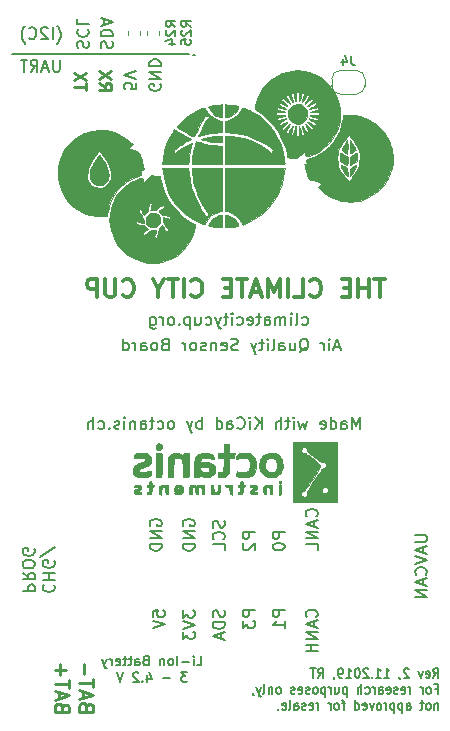
<source format=gbo>
G04 #@! TF.GenerationSoftware,KiCad,Pcbnew,(5.1.5-0-10_14)*
G04 #@! TF.CreationDate,2020-04-02T15:36:53+02:00*
G04 #@! TF.ProjectId,oibus-mini-CCC,6f696275-732d-46d6-996e-692d4343432e,rev?*
G04 #@! TF.SameCoordinates,Original*
G04 #@! TF.FileFunction,Legend,Bot*
G04 #@! TF.FilePolarity,Positive*
%FSLAX46Y46*%
G04 Gerber Fmt 4.6, Leading zero omitted, Abs format (unit mm)*
G04 Created by KiCad (PCBNEW (5.1.5-0-10_14)) date 2020-04-02 15:36:53*
%MOMM*%
%LPD*%
G04 APERTURE LIST*
%ADD10C,0.200000*%
%ADD11C,0.150000*%
%ADD12C,0.250000*%
%ADD13C,0.300000*%
%ADD14C,0.010000*%
%ADD15C,0.120000*%
%ADD16C,5.702000*%
%ADD17C,1.092600*%
%ADD18O,1.802000X1.802000*%
%ADD19R,1.802000X1.802000*%
%ADD20C,0.149860*%
%ADD21O,1.302000X1.852000*%
%ADD22C,1.552000*%
%ADD23O,2.002000X1.302000*%
%ADD24O,1.402000X0.902000*%
%ADD25C,1.626000*%
%ADD26C,0.802000*%
G04 APERTURE END LIST*
D10*
X2742857Y11361904D02*
X2695238Y11314285D01*
X2647619Y11171428D01*
X2647619Y11076190D01*
X2695238Y10933333D01*
X2790476Y10838095D01*
X2885714Y10790476D01*
X3076190Y10742857D01*
X3219047Y10742857D01*
X3409523Y10790476D01*
X3504761Y10838095D01*
X3599999Y10933333D01*
X3647619Y11076190D01*
X3647619Y11171428D01*
X3600000Y11314285D01*
X3552380Y11361904D01*
X2647619Y11790476D02*
X3647619Y11790476D01*
X3171428Y11790476D02*
X3171428Y12361904D01*
X2647619Y12361904D02*
X3647619Y12361904D01*
X3600000Y13361904D02*
X3647619Y13266666D01*
X3647619Y13123809D01*
X3600000Y12980952D01*
X3504761Y12885714D01*
X3409523Y12838095D01*
X3219047Y12790476D01*
X3076190Y12790476D01*
X2885714Y12838095D01*
X2790476Y12885714D01*
X2695238Y12980952D01*
X2647619Y13123809D01*
X2647619Y13219047D01*
X2695238Y13361904D01*
X2742857Y13409523D01*
X3076190Y13409523D01*
X3076190Y13219047D01*
X3695238Y14552380D02*
X2409523Y13695238D01*
X947619Y10814285D02*
X1947619Y10814285D01*
X1947619Y11195238D01*
X1899999Y11290476D01*
X1852380Y11338095D01*
X1757142Y11385714D01*
X1614285Y11385714D01*
X1519047Y11338095D01*
X1471428Y11290476D01*
X1423809Y11195238D01*
X1423809Y10814285D01*
X947619Y12385714D02*
X1423809Y12052380D01*
X947619Y11814285D02*
X1947619Y11814285D01*
X1947619Y12195238D01*
X1900000Y12290476D01*
X1852380Y12338095D01*
X1757142Y12385714D01*
X1614285Y12385714D01*
X1519047Y12338095D01*
X1471428Y12290476D01*
X1423809Y12195238D01*
X1423809Y11814285D01*
X1947619Y13004761D02*
X1947619Y13195238D01*
X1900000Y13290476D01*
X1804761Y13385714D01*
X1614285Y13433333D01*
X1280952Y13433333D01*
X1090476Y13385714D01*
X995238Y13290476D01*
X947619Y13195238D01*
X947619Y13004761D01*
X995238Y12909523D01*
X1090476Y12814285D01*
X1280952Y12766666D01*
X1614285Y12766666D01*
X1804761Y12814285D01*
X1900000Y12909523D01*
X1947619Y13004761D01*
X1900000Y14385714D02*
X1947619Y14290476D01*
X1947619Y14147619D01*
X1900000Y14004761D01*
X1804761Y13909523D01*
X1709523Y13861904D01*
X1519047Y13814285D01*
X1376190Y13814285D01*
X1185714Y13861904D01*
X1090476Y13909523D01*
X995238Y14004761D01*
X947619Y14147619D01*
X947619Y14242857D01*
X995238Y14385714D01*
X1042857Y14433333D01*
X1376190Y14433333D01*
X1376190Y14242857D01*
X34152380Y15545238D02*
X34961904Y15545238D01*
X35057142Y15497619D01*
X35104761Y15450000D01*
X35152380Y15354761D01*
X35152380Y15164285D01*
X35104761Y15069047D01*
X35057142Y15021428D01*
X34961904Y14973809D01*
X34152380Y14973809D01*
X34866666Y14545238D02*
X34866666Y14069047D01*
X35152380Y14640476D02*
X34152380Y14307142D01*
X35152380Y13973809D01*
X34152380Y13783333D02*
X35152380Y13450000D01*
X34152380Y13116666D01*
X35057142Y12211904D02*
X35104761Y12259523D01*
X35152380Y12402380D01*
X35152380Y12497619D01*
X35104761Y12640476D01*
X35009523Y12735714D01*
X34914285Y12783333D01*
X34723809Y12830952D01*
X34580952Y12830952D01*
X34390476Y12783333D01*
X34295238Y12735714D01*
X34200000Y12640476D01*
X34152380Y12497619D01*
X34152380Y12402380D01*
X34200000Y12259523D01*
X34247619Y12211904D01*
X34866666Y11830952D02*
X34866666Y11354761D01*
X35152380Y11926190D02*
X34152380Y11592857D01*
X35152380Y11259523D01*
X35152380Y10926190D02*
X34152380Y10926190D01*
X35152380Y10354761D01*
X34152380Y10354761D01*
X15671428Y4538095D02*
X16052380Y4538095D01*
X16052380Y5338095D01*
X15404761Y4538095D02*
X15404761Y5071428D01*
X15404761Y5338095D02*
X15442857Y5300000D01*
X15404761Y5261904D01*
X15366666Y5300000D01*
X15404761Y5338095D01*
X15404761Y5261904D01*
X15023809Y4842857D02*
X14414285Y4842857D01*
X14033333Y4538095D02*
X14033333Y5338095D01*
X13538095Y4538095D02*
X13614285Y4576190D01*
X13652380Y4614285D01*
X13690476Y4690476D01*
X13690476Y4919047D01*
X13652380Y4995238D01*
X13614285Y5033333D01*
X13538095Y5071428D01*
X13423809Y5071428D01*
X13347619Y5033333D01*
X13309523Y4995238D01*
X13271428Y4919047D01*
X13271428Y4690476D01*
X13309523Y4614285D01*
X13347619Y4576190D01*
X13423809Y4538095D01*
X13538095Y4538095D01*
X12928571Y5071428D02*
X12928571Y4538095D01*
X12928571Y4995238D02*
X12890476Y5033333D01*
X12814285Y5071428D01*
X12700000Y5071428D01*
X12623809Y5033333D01*
X12585714Y4957142D01*
X12585714Y4538095D01*
X11328571Y4957142D02*
X11214285Y4919047D01*
X11176190Y4880952D01*
X11138095Y4804761D01*
X11138095Y4690476D01*
X11176190Y4614285D01*
X11214285Y4576190D01*
X11290476Y4538095D01*
X11595238Y4538095D01*
X11595238Y5338095D01*
X11328571Y5338095D01*
X11252380Y5300000D01*
X11214285Y5261904D01*
X11176190Y5185714D01*
X11176190Y5109523D01*
X11214285Y5033333D01*
X11252380Y4995238D01*
X11328571Y4957142D01*
X11595238Y4957142D01*
X10452380Y4538095D02*
X10452380Y4957142D01*
X10490476Y5033333D01*
X10566666Y5071428D01*
X10719047Y5071428D01*
X10795238Y5033333D01*
X10452380Y4576190D02*
X10528571Y4538095D01*
X10719047Y4538095D01*
X10795238Y4576190D01*
X10833333Y4652380D01*
X10833333Y4728571D01*
X10795238Y4804761D01*
X10719047Y4842857D01*
X10528571Y4842857D01*
X10452380Y4880952D01*
X10185714Y5071428D02*
X9880952Y5071428D01*
X10071428Y5338095D02*
X10071428Y4652380D01*
X10033333Y4576190D01*
X9957142Y4538095D01*
X9880952Y4538095D01*
X9728571Y5071428D02*
X9423809Y5071428D01*
X9614285Y5338095D02*
X9614285Y4652380D01*
X9576190Y4576190D01*
X9500000Y4538095D01*
X9423809Y4538095D01*
X8852380Y4576190D02*
X8928571Y4538095D01*
X9080952Y4538095D01*
X9157142Y4576190D01*
X9195238Y4652380D01*
X9195238Y4957142D01*
X9157142Y5033333D01*
X9080952Y5071428D01*
X8928571Y5071428D01*
X8852380Y5033333D01*
X8814285Y4957142D01*
X8814285Y4880952D01*
X9195238Y4804761D01*
X8471428Y4538095D02*
X8471428Y5071428D01*
X8471428Y4919047D02*
X8433333Y4995238D01*
X8395238Y5033333D01*
X8319047Y5071428D01*
X8242857Y5071428D01*
X8052380Y5071428D02*
X7861904Y4538095D01*
X7671428Y5071428D02*
X7861904Y4538095D01*
X7938095Y4347619D01*
X7976190Y4309523D01*
X8052380Y4271428D01*
X14871428Y3938095D02*
X14376190Y3938095D01*
X14642857Y3633333D01*
X14528571Y3633333D01*
X14452380Y3595238D01*
X14414285Y3557142D01*
X14376190Y3480952D01*
X14376190Y3290476D01*
X14414285Y3214285D01*
X14452380Y3176190D01*
X14528571Y3138095D01*
X14757142Y3138095D01*
X14833333Y3176190D01*
X14871428Y3214285D01*
X13423809Y3442857D02*
X12814285Y3442857D01*
X11480952Y3671428D02*
X11480952Y3138095D01*
X11671428Y3976190D02*
X11861904Y3404761D01*
X11366666Y3404761D01*
X11061904Y3214285D02*
X11023809Y3176190D01*
X11061904Y3138095D01*
X11100000Y3176190D01*
X11061904Y3214285D01*
X11061904Y3138095D01*
X10719047Y3861904D02*
X10680952Y3900000D01*
X10604761Y3938095D01*
X10414285Y3938095D01*
X10338095Y3900000D01*
X10300000Y3861904D01*
X10261904Y3785714D01*
X10261904Y3709523D01*
X10300000Y3595238D01*
X10757142Y3138095D01*
X10261904Y3138095D01*
X9423809Y3938095D02*
X9157142Y3138095D01*
X8890476Y3938095D01*
X24614285Y33395238D02*
X24709523Y33347619D01*
X24900000Y33347619D01*
X24995238Y33395238D01*
X25042857Y33442857D01*
X25090476Y33538095D01*
X25090476Y33823809D01*
X25042857Y33919047D01*
X24995238Y33966666D01*
X24900000Y34014285D01*
X24709523Y34014285D01*
X24614285Y33966666D01*
X24042857Y33347619D02*
X24138095Y33395238D01*
X24185714Y33490476D01*
X24185714Y34347619D01*
X23661904Y33347619D02*
X23661904Y34014285D01*
X23661904Y34347619D02*
X23709523Y34300000D01*
X23661904Y34252380D01*
X23614285Y34300000D01*
X23661904Y34347619D01*
X23661904Y34252380D01*
X23185714Y33347619D02*
X23185714Y34014285D01*
X23185714Y33919047D02*
X23138095Y33966666D01*
X23042857Y34014285D01*
X22900000Y34014285D01*
X22804761Y33966666D01*
X22757142Y33871428D01*
X22757142Y33347619D01*
X22757142Y33871428D02*
X22709523Y33966666D01*
X22614285Y34014285D01*
X22471428Y34014285D01*
X22376190Y33966666D01*
X22328571Y33871428D01*
X22328571Y33347619D01*
X21423809Y33347619D02*
X21423809Y33871428D01*
X21471428Y33966666D01*
X21566666Y34014285D01*
X21757142Y34014285D01*
X21852380Y33966666D01*
X21423809Y33395238D02*
X21519047Y33347619D01*
X21757142Y33347619D01*
X21852380Y33395238D01*
X21900000Y33490476D01*
X21900000Y33585714D01*
X21852380Y33680952D01*
X21757142Y33728571D01*
X21519047Y33728571D01*
X21423809Y33776190D01*
X21090476Y34014285D02*
X20709523Y34014285D01*
X20947619Y34347619D02*
X20947619Y33490476D01*
X20900000Y33395238D01*
X20804761Y33347619D01*
X20709523Y33347619D01*
X19995238Y33395238D02*
X20090476Y33347619D01*
X20280952Y33347619D01*
X20376190Y33395238D01*
X20423809Y33490476D01*
X20423809Y33871428D01*
X20376190Y33966666D01*
X20280952Y34014285D01*
X20090476Y34014285D01*
X19995238Y33966666D01*
X19947619Y33871428D01*
X19947619Y33776190D01*
X20423809Y33680952D01*
X19090476Y33395238D02*
X19185714Y33347619D01*
X19376190Y33347619D01*
X19471428Y33395238D01*
X19519047Y33442857D01*
X19566666Y33538095D01*
X19566666Y33823809D01*
X19519047Y33919047D01*
X19471428Y33966666D01*
X19376190Y34014285D01*
X19185714Y34014285D01*
X19090476Y33966666D01*
X18661904Y33347619D02*
X18661904Y34014285D01*
X18661904Y34347619D02*
X18709523Y34300000D01*
X18661904Y34252380D01*
X18614285Y34300000D01*
X18661904Y34347619D01*
X18661904Y34252380D01*
X18328571Y34014285D02*
X17947619Y34014285D01*
X18185714Y34347619D02*
X18185714Y33490476D01*
X18138095Y33395238D01*
X18042857Y33347619D01*
X17947619Y33347619D01*
X17709523Y34014285D02*
X17471428Y33347619D01*
X17233333Y34014285D02*
X17471428Y33347619D01*
X17566666Y33109523D01*
X17614285Y33061904D01*
X17709523Y33014285D01*
X16423809Y33395238D02*
X16519047Y33347619D01*
X16709523Y33347619D01*
X16804761Y33395238D01*
X16852380Y33442857D01*
X16900000Y33538095D01*
X16900000Y33823809D01*
X16852380Y33919047D01*
X16804761Y33966666D01*
X16709523Y34014285D01*
X16519047Y34014285D01*
X16423809Y33966666D01*
X15566666Y34014285D02*
X15566666Y33347619D01*
X15995238Y34014285D02*
X15995238Y33490476D01*
X15947619Y33395238D01*
X15852380Y33347619D01*
X15709523Y33347619D01*
X15614285Y33395238D01*
X15566666Y33442857D01*
X15090476Y34014285D02*
X15090476Y33014285D01*
X15090476Y33966666D02*
X14995238Y34014285D01*
X14804761Y34014285D01*
X14709523Y33966666D01*
X14661904Y33919047D01*
X14614285Y33823809D01*
X14614285Y33538095D01*
X14661904Y33442857D01*
X14709523Y33395238D01*
X14804761Y33347619D01*
X14995238Y33347619D01*
X15090476Y33395238D01*
X14185714Y33442857D02*
X14138095Y33395238D01*
X14185714Y33347619D01*
X14233333Y33395238D01*
X14185714Y33442857D01*
X14185714Y33347619D01*
X13566666Y33347619D02*
X13661904Y33395238D01*
X13709523Y33442857D01*
X13757142Y33538095D01*
X13757142Y33823809D01*
X13709523Y33919047D01*
X13661904Y33966666D01*
X13566666Y34014285D01*
X13423809Y34014285D01*
X13328571Y33966666D01*
X13280952Y33919047D01*
X13233333Y33823809D01*
X13233333Y33538095D01*
X13280952Y33442857D01*
X13328571Y33395238D01*
X13423809Y33347619D01*
X13566666Y33347619D01*
X12804761Y33347619D02*
X12804761Y34014285D01*
X12804761Y33823809D02*
X12757142Y33919047D01*
X12709523Y33966666D01*
X12614285Y34014285D01*
X12519047Y34014285D01*
X11757142Y34014285D02*
X11757142Y33204761D01*
X11804761Y33109523D01*
X11852380Y33061904D01*
X11947619Y33014285D01*
X12090476Y33014285D01*
X12185714Y33061904D01*
X11757142Y33395238D02*
X11852380Y33347619D01*
X12042857Y33347619D01*
X12138095Y33395238D01*
X12185714Y33442857D01*
X12233333Y33538095D01*
X12233333Y33823809D01*
X12185714Y33919047D01*
X12138095Y33966666D01*
X12042857Y34014285D01*
X11852380Y34014285D01*
X11757142Y33966666D01*
X29500000Y24547619D02*
X29500000Y25547619D01*
X29166666Y24833333D01*
X28833333Y25547619D01*
X28833333Y24547619D01*
X27928571Y24547619D02*
X27928571Y25071428D01*
X27976190Y25166666D01*
X28071428Y25214285D01*
X28261904Y25214285D01*
X28357142Y25166666D01*
X27928571Y24595238D02*
X28023809Y24547619D01*
X28261904Y24547619D01*
X28357142Y24595238D01*
X28404761Y24690476D01*
X28404761Y24785714D01*
X28357142Y24880952D01*
X28261904Y24928571D01*
X28023809Y24928571D01*
X27928571Y24976190D01*
X27023809Y24547619D02*
X27023809Y25547619D01*
X27023809Y24595238D02*
X27119047Y24547619D01*
X27309523Y24547619D01*
X27404761Y24595238D01*
X27452380Y24642857D01*
X27500000Y24738095D01*
X27500000Y25023809D01*
X27452380Y25119047D01*
X27404761Y25166666D01*
X27309523Y25214285D01*
X27119047Y25214285D01*
X27023809Y25166666D01*
X26166666Y24595238D02*
X26261904Y24547619D01*
X26452380Y24547619D01*
X26547619Y24595238D01*
X26595238Y24690476D01*
X26595238Y25071428D01*
X26547619Y25166666D01*
X26452380Y25214285D01*
X26261904Y25214285D01*
X26166666Y25166666D01*
X26119047Y25071428D01*
X26119047Y24976190D01*
X26595238Y24880952D01*
X25023809Y25214285D02*
X24833333Y24547619D01*
X24642857Y25023809D01*
X24452380Y24547619D01*
X24261904Y25214285D01*
X23880952Y24547619D02*
X23880952Y25214285D01*
X23880952Y25547619D02*
X23928571Y25500000D01*
X23880952Y25452380D01*
X23833333Y25500000D01*
X23880952Y25547619D01*
X23880952Y25452380D01*
X23547619Y25214285D02*
X23166666Y25214285D01*
X23404761Y25547619D02*
X23404761Y24690476D01*
X23357142Y24595238D01*
X23261904Y24547619D01*
X23166666Y24547619D01*
X22833333Y24547619D02*
X22833333Y25547619D01*
X22404761Y24547619D02*
X22404761Y25071428D01*
X22452380Y25166666D01*
X22547619Y25214285D01*
X22690476Y25214285D01*
X22785714Y25166666D01*
X22833333Y25119047D01*
X21166666Y24547619D02*
X21166666Y25547619D01*
X20595238Y24547619D02*
X21023809Y25119047D01*
X20595238Y25547619D02*
X21166666Y24976190D01*
X20166666Y24547619D02*
X20166666Y25214285D01*
X20166666Y25547619D02*
X20214285Y25500000D01*
X20166666Y25452380D01*
X20119047Y25500000D01*
X20166666Y25547619D01*
X20166666Y25452380D01*
X19119047Y24642857D02*
X19166666Y24595238D01*
X19309523Y24547619D01*
X19404761Y24547619D01*
X19547619Y24595238D01*
X19642857Y24690476D01*
X19690476Y24785714D01*
X19738095Y24976190D01*
X19738095Y25119047D01*
X19690476Y25309523D01*
X19642857Y25404761D01*
X19547619Y25500000D01*
X19404761Y25547619D01*
X19309523Y25547619D01*
X19166666Y25500000D01*
X19119047Y25452380D01*
X18261904Y24547619D02*
X18261904Y25071428D01*
X18309523Y25166666D01*
X18404761Y25214285D01*
X18595238Y25214285D01*
X18690476Y25166666D01*
X18261904Y24595238D02*
X18357142Y24547619D01*
X18595238Y24547619D01*
X18690476Y24595238D01*
X18738095Y24690476D01*
X18738095Y24785714D01*
X18690476Y24880952D01*
X18595238Y24928571D01*
X18357142Y24928571D01*
X18261904Y24976190D01*
X17357142Y24547619D02*
X17357142Y25547619D01*
X17357142Y24595238D02*
X17452380Y24547619D01*
X17642857Y24547619D01*
X17738095Y24595238D01*
X17785714Y24642857D01*
X17833333Y24738095D01*
X17833333Y25023809D01*
X17785714Y25119047D01*
X17738095Y25166666D01*
X17642857Y25214285D01*
X17452380Y25214285D01*
X17357142Y25166666D01*
X16119047Y24547619D02*
X16119047Y25547619D01*
X16119047Y25166666D02*
X16023809Y25214285D01*
X15833333Y25214285D01*
X15738095Y25166666D01*
X15690476Y25119047D01*
X15642857Y25023809D01*
X15642857Y24738095D01*
X15690476Y24642857D01*
X15738095Y24595238D01*
X15833333Y24547619D01*
X16023809Y24547619D01*
X16119047Y24595238D01*
X15309523Y25214285D02*
X15071428Y24547619D01*
X14833333Y25214285D02*
X15071428Y24547619D01*
X15166666Y24309523D01*
X15214285Y24261904D01*
X15309523Y24214285D01*
X13547619Y24547619D02*
X13642857Y24595238D01*
X13690476Y24642857D01*
X13738095Y24738095D01*
X13738095Y25023809D01*
X13690476Y25119047D01*
X13642857Y25166666D01*
X13547619Y25214285D01*
X13404761Y25214285D01*
X13309523Y25166666D01*
X13261904Y25119047D01*
X13214285Y25023809D01*
X13214285Y24738095D01*
X13261904Y24642857D01*
X13309523Y24595238D01*
X13404761Y24547619D01*
X13547619Y24547619D01*
X12357142Y24595238D02*
X12452380Y24547619D01*
X12642857Y24547619D01*
X12738095Y24595238D01*
X12785714Y24642857D01*
X12833333Y24738095D01*
X12833333Y25023809D01*
X12785714Y25119047D01*
X12738095Y25166666D01*
X12642857Y25214285D01*
X12452380Y25214285D01*
X12357142Y25166666D01*
X12071428Y25214285D02*
X11690476Y25214285D01*
X11928571Y25547619D02*
X11928571Y24690476D01*
X11880952Y24595238D01*
X11785714Y24547619D01*
X11690476Y24547619D01*
X10928571Y24547619D02*
X10928571Y25071428D01*
X10976190Y25166666D01*
X11071428Y25214285D01*
X11261904Y25214285D01*
X11357142Y25166666D01*
X10928571Y24595238D02*
X11023809Y24547619D01*
X11261904Y24547619D01*
X11357142Y24595238D01*
X11404761Y24690476D01*
X11404761Y24785714D01*
X11357142Y24880952D01*
X11261904Y24928571D01*
X11023809Y24928571D01*
X10928571Y24976190D01*
X10452380Y25214285D02*
X10452380Y24547619D01*
X10452380Y25119047D02*
X10404761Y25166666D01*
X10309523Y25214285D01*
X10166666Y25214285D01*
X10071428Y25166666D01*
X10023809Y25071428D01*
X10023809Y24547619D01*
X9547619Y24547619D02*
X9547619Y25214285D01*
X9547619Y25547619D02*
X9595238Y25500000D01*
X9547619Y25452380D01*
X9500000Y25500000D01*
X9547619Y25547619D01*
X9547619Y25452380D01*
X9119047Y24595238D02*
X9023809Y24547619D01*
X8833333Y24547619D01*
X8738095Y24595238D01*
X8690476Y24690476D01*
X8690476Y24738095D01*
X8738095Y24833333D01*
X8833333Y24880952D01*
X8976190Y24880952D01*
X9071428Y24928571D01*
X9119047Y25023809D01*
X9119047Y25071428D01*
X9071428Y25166666D01*
X8976190Y25214285D01*
X8833333Y25214285D01*
X8738095Y25166666D01*
X8261904Y24642857D02*
X8214285Y24595238D01*
X8261904Y24547619D01*
X8309523Y24595238D01*
X8261904Y24642857D01*
X8261904Y24547619D01*
X7357142Y24595238D02*
X7452380Y24547619D01*
X7642857Y24547619D01*
X7738095Y24595238D01*
X7785714Y24642857D01*
X7833333Y24738095D01*
X7833333Y25023809D01*
X7785714Y25119047D01*
X7738095Y25166666D01*
X7642857Y25214285D01*
X7452380Y25214285D01*
X7357142Y25166666D01*
X6928571Y24547619D02*
X6928571Y25547619D01*
X6500000Y24547619D02*
X6500000Y25071428D01*
X6547619Y25166666D01*
X6642857Y25214285D01*
X6785714Y25214285D01*
X6880952Y25166666D01*
X6928571Y25119047D01*
X4095238Y55797619D02*
X4095238Y54988095D01*
X4047619Y54892857D01*
X4000000Y54845238D01*
X3904761Y54797619D01*
X3714285Y54797619D01*
X3619047Y54845238D01*
X3571428Y54892857D01*
X3523809Y54988095D01*
X3523809Y55797619D01*
X3095238Y55083333D02*
X2619047Y55083333D01*
X3190476Y54797619D02*
X2857142Y55797619D01*
X2523809Y54797619D01*
X1619047Y54797619D02*
X1952380Y55273809D01*
X2190476Y54797619D02*
X2190476Y55797619D01*
X1809523Y55797619D01*
X1714285Y55750000D01*
X1666666Y55702380D01*
X1619047Y55607142D01*
X1619047Y55464285D01*
X1666666Y55369047D01*
X1714285Y55321428D01*
X1809523Y55273809D01*
X2190476Y55273809D01*
X1333333Y55797619D02*
X761904Y55797619D01*
X1047619Y54797619D02*
X1047619Y55797619D01*
D11*
X15400000Y56200000D02*
X15500000Y56200000D01*
X0Y56250000D02*
X15000000Y56250000D01*
D10*
X7595238Y56785714D02*
X7547619Y56928571D01*
X7547619Y57166666D01*
X7595238Y57261904D01*
X7642857Y57309523D01*
X7738095Y57357142D01*
X7833333Y57357142D01*
X7928571Y57309523D01*
X7976190Y57261904D01*
X8023809Y57166666D01*
X8071428Y56976190D01*
X8119047Y56880952D01*
X8166666Y56833333D01*
X8261904Y56785714D01*
X8357142Y56785714D01*
X8452380Y56833333D01*
X8500000Y56880952D01*
X8547619Y56976190D01*
X8547619Y57214285D01*
X8500000Y57357142D01*
X7547619Y57785714D02*
X8547619Y57785714D01*
X8547619Y58023809D01*
X8500000Y58166666D01*
X8404761Y58261904D01*
X8309523Y58309523D01*
X8119047Y58357142D01*
X7976190Y58357142D01*
X7785714Y58309523D01*
X7690476Y58261904D01*
X7595238Y58166666D01*
X7547619Y58023809D01*
X7547619Y57785714D01*
X7833333Y58738095D02*
X7833333Y59214285D01*
X7547619Y58642857D02*
X8547619Y58976190D01*
X7547619Y59309523D01*
D12*
X7437619Y53833333D02*
X7913809Y53500000D01*
X7437619Y53261904D02*
X8437619Y53261904D01*
X8437619Y53642857D01*
X8390000Y53738095D01*
X8342380Y53785714D01*
X8247142Y53833333D01*
X8104285Y53833333D01*
X8009047Y53785714D01*
X7961428Y53738095D01*
X7913809Y53642857D01*
X7913809Y53261904D01*
X8437619Y54166666D02*
X7437619Y54833333D01*
X8437619Y54833333D02*
X7437619Y54166666D01*
D10*
X3857142Y57166666D02*
X3904761Y57214285D01*
X3999999Y57357142D01*
X4047619Y57452380D01*
X4095238Y57595238D01*
X4142857Y57833333D01*
X4142857Y58023809D01*
X4095238Y58261904D01*
X4047619Y58404761D01*
X3999999Y58500000D01*
X3904761Y58642857D01*
X3857142Y58690476D01*
X3476190Y57547619D02*
X3476190Y58547619D01*
X3047619Y58452380D02*
X3000000Y58500000D01*
X2904761Y58547619D01*
X2666666Y58547619D01*
X2571428Y58500000D01*
X2523809Y58452380D01*
X2476190Y58357142D01*
X2476190Y58261904D01*
X2523809Y58119047D01*
X3095238Y57547619D01*
X2476190Y57547619D01*
X1476190Y57642857D02*
X1523809Y57595238D01*
X1666666Y57547619D01*
X1761904Y57547619D01*
X1904761Y57595238D01*
X1999999Y57690476D01*
X2047619Y57785714D01*
X2095238Y57976190D01*
X2095238Y58119047D01*
X2047619Y58309523D01*
X1999999Y58404761D01*
X1904761Y58500000D01*
X1761904Y58547619D01*
X1666666Y58547619D01*
X1523809Y58500000D01*
X1476190Y58452380D01*
X1142857Y57166666D02*
X1095238Y57214285D01*
X999999Y57357142D01*
X952380Y57452380D01*
X904761Y57595238D01*
X857142Y57833333D01*
X857142Y58023809D01*
X904761Y58261904D01*
X952380Y58404761D01*
X999999Y58500000D01*
X1095238Y58642857D01*
X1142857Y58690476D01*
D13*
X31578571Y37221428D02*
X30721428Y37221428D01*
X31150000Y35721428D02*
X31150000Y37221428D01*
X30221428Y35721428D02*
X30221428Y37221428D01*
X30221428Y36507142D02*
X29364285Y36507142D01*
X29364285Y35721428D02*
X29364285Y37221428D01*
X28650000Y36507142D02*
X28150000Y36507142D01*
X27935714Y35721428D02*
X28650000Y35721428D01*
X28650000Y37221428D01*
X27935714Y37221428D01*
X25292857Y35864285D02*
X25364285Y35792857D01*
X25578571Y35721428D01*
X25721428Y35721428D01*
X25935714Y35792857D01*
X26078571Y35935714D01*
X26150000Y36078571D01*
X26221428Y36364285D01*
X26221428Y36578571D01*
X26150000Y36864285D01*
X26078571Y37007142D01*
X25935714Y37150000D01*
X25721428Y37221428D01*
X25578571Y37221428D01*
X25364285Y37150000D01*
X25292857Y37078571D01*
X23935714Y35721428D02*
X24650000Y35721428D01*
X24650000Y37221428D01*
X23435714Y35721428D02*
X23435714Y37221428D01*
X22721428Y35721428D02*
X22721428Y37221428D01*
X22221428Y36150000D01*
X21721428Y37221428D01*
X21721428Y35721428D01*
X21078571Y36150000D02*
X20364285Y36150000D01*
X21221428Y35721428D02*
X20721428Y37221428D01*
X20221428Y35721428D01*
X19935714Y37221428D02*
X19078571Y37221428D01*
X19507142Y35721428D02*
X19507142Y37221428D01*
X18578571Y36507142D02*
X18078571Y36507142D01*
X17864285Y35721428D02*
X18578571Y35721428D01*
X18578571Y37221428D01*
X17864285Y37221428D01*
X15221428Y35864285D02*
X15292857Y35792857D01*
X15507142Y35721428D01*
X15650000Y35721428D01*
X15864285Y35792857D01*
X16007142Y35935714D01*
X16078571Y36078571D01*
X16150000Y36364285D01*
X16150000Y36578571D01*
X16078571Y36864285D01*
X16007142Y37007142D01*
X15864285Y37150000D01*
X15650000Y37221428D01*
X15507142Y37221428D01*
X15292857Y37150000D01*
X15221428Y37078571D01*
X14578571Y35721428D02*
X14578571Y37221428D01*
X14078571Y37221428D02*
X13221428Y37221428D01*
X13650000Y35721428D02*
X13650000Y37221428D01*
X12435714Y36435714D02*
X12435714Y35721428D01*
X12935714Y37221428D02*
X12435714Y36435714D01*
X11935714Y37221428D01*
X9435714Y35864285D02*
X9507142Y35792857D01*
X9721428Y35721428D01*
X9864285Y35721428D01*
X10078571Y35792857D01*
X10221428Y35935714D01*
X10292857Y36078571D01*
X10364285Y36364285D01*
X10364285Y36578571D01*
X10292857Y36864285D01*
X10221428Y37007142D01*
X10078571Y37150000D01*
X9864285Y37221428D01*
X9721428Y37221428D01*
X9507142Y37150000D01*
X9435714Y37078571D01*
X8792857Y37221428D02*
X8792857Y36007142D01*
X8721428Y35864285D01*
X8650000Y35792857D01*
X8507142Y35721428D01*
X8221428Y35721428D01*
X8078571Y35792857D01*
X8007142Y35864285D01*
X7935714Y36007142D01*
X7935714Y37221428D01*
X7221428Y35721428D02*
X7221428Y37221428D01*
X6650000Y37221428D01*
X6507142Y37150000D01*
X6435714Y37078571D01*
X6364285Y36935714D01*
X6364285Y36721428D01*
X6435714Y36578571D01*
X6507142Y36507142D01*
X6650000Y36435714D01*
X7221428Y36435714D01*
D10*
X10547619Y53809523D02*
X10547619Y53333333D01*
X10071428Y53285714D01*
X10119047Y53333333D01*
X10166666Y53428571D01*
X10166666Y53666666D01*
X10119047Y53761904D01*
X10071428Y53809523D01*
X9976190Y53857142D01*
X9738095Y53857142D01*
X9642857Y53809523D01*
X9595238Y53761904D01*
X9547619Y53666666D01*
X9547619Y53428571D01*
X9595238Y53333333D01*
X9642857Y53285714D01*
X10547619Y54142857D02*
X9547619Y54476190D01*
X10547619Y54809523D01*
D12*
X6297619Y53238095D02*
X6297619Y53809523D01*
X5297619Y53523809D02*
X6297619Y53523809D01*
X6297619Y54047619D02*
X5297619Y54714285D01*
X6297619Y54714285D02*
X5297619Y54047619D01*
D10*
X12600000Y53738095D02*
X12647619Y53642857D01*
X12647619Y53500000D01*
X12600000Y53357142D01*
X12504761Y53261904D01*
X12409523Y53214285D01*
X12219047Y53166666D01*
X12076190Y53166666D01*
X11885714Y53214285D01*
X11790476Y53261904D01*
X11695238Y53357142D01*
X11647619Y53500000D01*
X11647619Y53595238D01*
X11695238Y53738095D01*
X11742857Y53785714D01*
X12076190Y53785714D01*
X12076190Y53595238D01*
X11647619Y54214285D02*
X12647619Y54214285D01*
X11647619Y54785714D01*
X12647619Y54785714D01*
X11647619Y55261904D02*
X12647619Y55261904D01*
X12647619Y55500000D01*
X12600000Y55642857D01*
X12504761Y55738095D01*
X12409523Y55785714D01*
X12219047Y55833333D01*
X12076190Y55833333D01*
X11885714Y55785714D01*
X11790476Y55738095D01*
X11695238Y55642857D01*
X11647619Y55500000D01*
X11647619Y55261904D01*
D12*
X6335714Y1021428D02*
X6278571Y1192857D01*
X6221428Y1250000D01*
X6107142Y1307142D01*
X5935714Y1307142D01*
X5821428Y1250000D01*
X5764285Y1192857D01*
X5707142Y1078571D01*
X5707142Y621428D01*
X6907142Y621428D01*
X6907142Y1021428D01*
X6850000Y1135714D01*
X6792857Y1192857D01*
X6678571Y1250000D01*
X6564285Y1250000D01*
X6450000Y1192857D01*
X6392857Y1135714D01*
X6335714Y1021428D01*
X6335714Y621428D01*
X6050000Y1764285D02*
X6050000Y2335714D01*
X5707142Y1650000D02*
X6907142Y2050000D01*
X5707142Y2450000D01*
X6907142Y2678571D02*
X6907142Y3364285D01*
X5707142Y3021428D02*
X6907142Y3021428D01*
X6164285Y3764285D02*
X6164285Y4678571D01*
X4285714Y971428D02*
X4228571Y1142857D01*
X4171428Y1200000D01*
X4057142Y1257142D01*
X3885714Y1257142D01*
X3771428Y1200000D01*
X3714285Y1142857D01*
X3657142Y1028571D01*
X3657142Y571428D01*
X4857142Y571428D01*
X4857142Y971428D01*
X4800000Y1085714D01*
X4742857Y1142857D01*
X4628571Y1200000D01*
X4514285Y1200000D01*
X4400000Y1142857D01*
X4342857Y1085714D01*
X4285714Y971428D01*
X4285714Y571428D01*
X4000000Y1714285D02*
X4000000Y2285714D01*
X3657142Y1600000D02*
X4857142Y2000000D01*
X3657142Y2400000D01*
X4857142Y2628571D02*
X4857142Y3314285D01*
X3657142Y2971428D02*
X4857142Y2971428D01*
X4114285Y3714285D02*
X4114285Y4628571D01*
X3657142Y4171428D02*
X4571428Y4171428D01*
D10*
X5595238Y56809523D02*
X5547619Y56952380D01*
X5547619Y57190476D01*
X5595238Y57285714D01*
X5642857Y57333333D01*
X5738095Y57380952D01*
X5833333Y57380952D01*
X5928571Y57333333D01*
X5976190Y57285714D01*
X6023809Y57190476D01*
X6071428Y57000000D01*
X6119047Y56904761D01*
X6166666Y56857142D01*
X6261904Y56809523D01*
X6357142Y56809523D01*
X6452380Y56857142D01*
X6500000Y56904761D01*
X6547619Y57000000D01*
X6547619Y57238095D01*
X6500000Y57380952D01*
X5642857Y58380952D02*
X5595238Y58333333D01*
X5547619Y58190476D01*
X5547619Y58095238D01*
X5595238Y57952380D01*
X5690476Y57857142D01*
X5785714Y57809523D01*
X5976190Y57761904D01*
X6119047Y57761904D01*
X6309523Y57809523D01*
X6404761Y57857142D01*
X6500000Y57952380D01*
X6547619Y58095238D01*
X6547619Y58190476D01*
X6500000Y58333333D01*
X6452380Y58380952D01*
X5547619Y59285714D02*
X5547619Y58809523D01*
X6547619Y58809523D01*
D11*
X35695357Y3488095D02*
X35945357Y3869047D01*
X36123928Y3488095D02*
X36123928Y4288095D01*
X35838214Y4288095D01*
X35766785Y4250000D01*
X35731071Y4211904D01*
X35695357Y4135714D01*
X35695357Y4021428D01*
X35731071Y3945238D01*
X35766785Y3907142D01*
X35838214Y3869047D01*
X36123928Y3869047D01*
X35088214Y3526190D02*
X35159642Y3488095D01*
X35302500Y3488095D01*
X35373928Y3526190D01*
X35409642Y3602380D01*
X35409642Y3907142D01*
X35373928Y3983333D01*
X35302500Y4021428D01*
X35159642Y4021428D01*
X35088214Y3983333D01*
X35052500Y3907142D01*
X35052500Y3830952D01*
X35409642Y3754761D01*
X34802500Y4021428D02*
X34623928Y3488095D01*
X34445357Y4021428D01*
X33623928Y4211904D02*
X33588214Y4250000D01*
X33516785Y4288095D01*
X33338214Y4288095D01*
X33266785Y4250000D01*
X33231071Y4211904D01*
X33195357Y4135714D01*
X33195357Y4059523D01*
X33231071Y3945238D01*
X33659642Y3488095D01*
X33195357Y3488095D01*
X32838214Y3526190D02*
X32838214Y3488095D01*
X32873928Y3411904D01*
X32909642Y3373809D01*
X31552500Y3488095D02*
X31981071Y3488095D01*
X31766785Y3488095D02*
X31766785Y4288095D01*
X31838214Y4173809D01*
X31909642Y4097619D01*
X31981071Y4059523D01*
X30838214Y3488095D02*
X31266785Y3488095D01*
X31052499Y3488095D02*
X31052499Y4288095D01*
X31123928Y4173809D01*
X31195357Y4097619D01*
X31266785Y4059523D01*
X30516785Y3564285D02*
X30481071Y3526190D01*
X30516785Y3488095D01*
X30552499Y3526190D01*
X30516785Y3564285D01*
X30516785Y3488095D01*
X30195357Y4211904D02*
X30159642Y4250000D01*
X30088214Y4288095D01*
X29909642Y4288095D01*
X29838214Y4250000D01*
X29802499Y4211904D01*
X29766785Y4135714D01*
X29766785Y4059523D01*
X29802499Y3945238D01*
X30231071Y3488095D01*
X29766785Y3488095D01*
X29302499Y4288095D02*
X29231071Y4288095D01*
X29159642Y4250000D01*
X29123928Y4211904D01*
X29088214Y4135714D01*
X29052499Y3983333D01*
X29052499Y3792857D01*
X29088214Y3640476D01*
X29123928Y3564285D01*
X29159642Y3526190D01*
X29231071Y3488095D01*
X29302499Y3488095D01*
X29373928Y3526190D01*
X29409642Y3564285D01*
X29445357Y3640476D01*
X29481071Y3792857D01*
X29481071Y3983333D01*
X29445357Y4135714D01*
X29409642Y4211904D01*
X29373928Y4250000D01*
X29302499Y4288095D01*
X28338214Y3488095D02*
X28766785Y3488095D01*
X28552499Y3488095D02*
X28552499Y4288095D01*
X28623928Y4173809D01*
X28695357Y4097619D01*
X28766785Y4059523D01*
X27981071Y3488095D02*
X27838214Y3488095D01*
X27766785Y3526190D01*
X27731071Y3564285D01*
X27659642Y3678571D01*
X27623928Y3830952D01*
X27623928Y4135714D01*
X27659642Y4211904D01*
X27695357Y4250000D01*
X27766785Y4288095D01*
X27909642Y4288095D01*
X27981071Y4250000D01*
X28016785Y4211904D01*
X28052499Y4135714D01*
X28052499Y3945238D01*
X28016785Y3869047D01*
X27981071Y3830952D01*
X27909642Y3792857D01*
X27766785Y3792857D01*
X27695357Y3830952D01*
X27659642Y3869047D01*
X27623928Y3945238D01*
X27266785Y3526190D02*
X27266785Y3488095D01*
X27302499Y3411904D01*
X27338214Y3373809D01*
X25945357Y3488095D02*
X26195357Y3869047D01*
X26373928Y3488095D02*
X26373928Y4288095D01*
X26088214Y4288095D01*
X26016785Y4250000D01*
X25981071Y4211904D01*
X25945357Y4135714D01*
X25945357Y4021428D01*
X25981071Y3945238D01*
X26016785Y3907142D01*
X26088214Y3869047D01*
X26373928Y3869047D01*
X25731071Y4288095D02*
X25302499Y4288095D01*
X25516785Y3488095D02*
X25516785Y4288095D01*
X35873928Y2557142D02*
X36123928Y2557142D01*
X36123928Y2138095D02*
X36123928Y2938095D01*
X35766785Y2938095D01*
X35373928Y2138095D02*
X35445357Y2176190D01*
X35481071Y2214285D01*
X35516785Y2290476D01*
X35516785Y2519047D01*
X35481071Y2595238D01*
X35445357Y2633333D01*
X35373928Y2671428D01*
X35266785Y2671428D01*
X35195357Y2633333D01*
X35159642Y2595238D01*
X35123928Y2519047D01*
X35123928Y2290476D01*
X35159642Y2214285D01*
X35195357Y2176190D01*
X35266785Y2138095D01*
X35373928Y2138095D01*
X34802500Y2138095D02*
X34802500Y2671428D01*
X34802500Y2519047D02*
X34766785Y2595238D01*
X34731071Y2633333D01*
X34659642Y2671428D01*
X34588214Y2671428D01*
X33766785Y2138095D02*
X33766785Y2671428D01*
X33766785Y2519047D02*
X33731071Y2595238D01*
X33695357Y2633333D01*
X33623928Y2671428D01*
X33552500Y2671428D01*
X33016785Y2176190D02*
X33088214Y2138095D01*
X33231071Y2138095D01*
X33302500Y2176190D01*
X33338214Y2252380D01*
X33338214Y2557142D01*
X33302500Y2633333D01*
X33231071Y2671428D01*
X33088214Y2671428D01*
X33016785Y2633333D01*
X32981071Y2557142D01*
X32981071Y2480952D01*
X33338214Y2404761D01*
X32695357Y2176190D02*
X32623928Y2138095D01*
X32481071Y2138095D01*
X32409642Y2176190D01*
X32373928Y2252380D01*
X32373928Y2290476D01*
X32409642Y2366666D01*
X32481071Y2404761D01*
X32588214Y2404761D01*
X32659642Y2442857D01*
X32695357Y2519047D01*
X32695357Y2557142D01*
X32659642Y2633333D01*
X32588214Y2671428D01*
X32481071Y2671428D01*
X32409642Y2633333D01*
X31766785Y2176190D02*
X31838214Y2138095D01*
X31981071Y2138095D01*
X32052500Y2176190D01*
X32088214Y2252380D01*
X32088214Y2557142D01*
X32052500Y2633333D01*
X31981071Y2671428D01*
X31838214Y2671428D01*
X31766785Y2633333D01*
X31731071Y2557142D01*
X31731071Y2480952D01*
X32088214Y2404761D01*
X31088214Y2138095D02*
X31088214Y2557142D01*
X31123928Y2633333D01*
X31195357Y2671428D01*
X31338214Y2671428D01*
X31409642Y2633333D01*
X31088214Y2176190D02*
X31159642Y2138095D01*
X31338214Y2138095D01*
X31409642Y2176190D01*
X31445357Y2252380D01*
X31445357Y2328571D01*
X31409642Y2404761D01*
X31338214Y2442857D01*
X31159642Y2442857D01*
X31088214Y2480952D01*
X30731071Y2138095D02*
X30731071Y2671428D01*
X30731071Y2519047D02*
X30695357Y2595238D01*
X30659642Y2633333D01*
X30588214Y2671428D01*
X30516785Y2671428D01*
X29945357Y2176190D02*
X30016785Y2138095D01*
X30159642Y2138095D01*
X30231071Y2176190D01*
X30266785Y2214285D01*
X30302499Y2290476D01*
X30302499Y2519047D01*
X30266785Y2595238D01*
X30231071Y2633333D01*
X30159642Y2671428D01*
X30016785Y2671428D01*
X29945357Y2633333D01*
X29623928Y2138095D02*
X29623928Y2938095D01*
X29302499Y2138095D02*
X29302499Y2557142D01*
X29338214Y2633333D01*
X29409642Y2671428D01*
X29516785Y2671428D01*
X29588214Y2633333D01*
X29623928Y2595238D01*
X28373928Y2671428D02*
X28373928Y1871428D01*
X28373928Y2633333D02*
X28302499Y2671428D01*
X28159642Y2671428D01*
X28088214Y2633333D01*
X28052499Y2595238D01*
X28016785Y2519047D01*
X28016785Y2290476D01*
X28052499Y2214285D01*
X28088214Y2176190D01*
X28159642Y2138095D01*
X28302499Y2138095D01*
X28373928Y2176190D01*
X27373928Y2671428D02*
X27373928Y2138095D01*
X27695357Y2671428D02*
X27695357Y2252380D01*
X27659642Y2176190D01*
X27588214Y2138095D01*
X27481071Y2138095D01*
X27409642Y2176190D01*
X27373928Y2214285D01*
X27016785Y2138095D02*
X27016785Y2671428D01*
X27016785Y2519047D02*
X26981071Y2595238D01*
X26945357Y2633333D01*
X26873928Y2671428D01*
X26802499Y2671428D01*
X26552499Y2671428D02*
X26552499Y1871428D01*
X26552499Y2633333D02*
X26481071Y2671428D01*
X26338214Y2671428D01*
X26266785Y2633333D01*
X26231071Y2595238D01*
X26195357Y2519047D01*
X26195357Y2290476D01*
X26231071Y2214285D01*
X26266785Y2176190D01*
X26338214Y2138095D01*
X26481071Y2138095D01*
X26552499Y2176190D01*
X25766785Y2138095D02*
X25838214Y2176190D01*
X25873928Y2214285D01*
X25909642Y2290476D01*
X25909642Y2519047D01*
X25873928Y2595238D01*
X25838214Y2633333D01*
X25766785Y2671428D01*
X25659642Y2671428D01*
X25588214Y2633333D01*
X25552499Y2595238D01*
X25516785Y2519047D01*
X25516785Y2290476D01*
X25552499Y2214285D01*
X25588214Y2176190D01*
X25659642Y2138095D01*
X25766785Y2138095D01*
X25231071Y2176190D02*
X25159642Y2138095D01*
X25016785Y2138095D01*
X24945357Y2176190D01*
X24909642Y2252380D01*
X24909642Y2290476D01*
X24945357Y2366666D01*
X25016785Y2404761D01*
X25123928Y2404761D01*
X25195357Y2442857D01*
X25231071Y2519047D01*
X25231071Y2557142D01*
X25195357Y2633333D01*
X25123928Y2671428D01*
X25016785Y2671428D01*
X24945357Y2633333D01*
X24302499Y2176190D02*
X24373928Y2138095D01*
X24516785Y2138095D01*
X24588214Y2176190D01*
X24623928Y2252380D01*
X24623928Y2557142D01*
X24588214Y2633333D01*
X24516785Y2671428D01*
X24373928Y2671428D01*
X24302499Y2633333D01*
X24266785Y2557142D01*
X24266785Y2480952D01*
X24623928Y2404761D01*
X23981071Y2176190D02*
X23909642Y2138095D01*
X23766785Y2138095D01*
X23695357Y2176190D01*
X23659642Y2252380D01*
X23659642Y2290476D01*
X23695357Y2366666D01*
X23766785Y2404761D01*
X23873928Y2404761D01*
X23945357Y2442857D01*
X23981071Y2519047D01*
X23981071Y2557142D01*
X23945357Y2633333D01*
X23873928Y2671428D01*
X23766785Y2671428D01*
X23695357Y2633333D01*
X22659642Y2138095D02*
X22731071Y2176190D01*
X22766785Y2214285D01*
X22802499Y2290476D01*
X22802499Y2519047D01*
X22766785Y2595238D01*
X22731071Y2633333D01*
X22659642Y2671428D01*
X22552499Y2671428D01*
X22481071Y2633333D01*
X22445357Y2595238D01*
X22409642Y2519047D01*
X22409642Y2290476D01*
X22445357Y2214285D01*
X22481071Y2176190D01*
X22552499Y2138095D01*
X22659642Y2138095D01*
X22088214Y2671428D02*
X22088214Y2138095D01*
X22088214Y2595238D02*
X22052499Y2633333D01*
X21981071Y2671428D01*
X21873928Y2671428D01*
X21802499Y2633333D01*
X21766785Y2557142D01*
X21766785Y2138095D01*
X21302499Y2138095D02*
X21373928Y2176190D01*
X21409642Y2252380D01*
X21409642Y2938095D01*
X21088214Y2671428D02*
X20909642Y2138095D01*
X20731071Y2671428D02*
X20909642Y2138095D01*
X20981071Y1947619D01*
X21016785Y1909523D01*
X21088214Y1871428D01*
X20409642Y2176190D02*
X20409642Y2138095D01*
X20445357Y2061904D01*
X20481071Y2023809D01*
X36123928Y1321428D02*
X36123928Y788095D01*
X36123928Y1245238D02*
X36088214Y1283333D01*
X36016785Y1321428D01*
X35909642Y1321428D01*
X35838214Y1283333D01*
X35802500Y1207142D01*
X35802500Y788095D01*
X35338214Y788095D02*
X35409642Y826190D01*
X35445357Y864285D01*
X35481071Y940476D01*
X35481071Y1169047D01*
X35445357Y1245238D01*
X35409642Y1283333D01*
X35338214Y1321428D01*
X35231071Y1321428D01*
X35159642Y1283333D01*
X35123928Y1245238D01*
X35088214Y1169047D01*
X35088214Y940476D01*
X35123928Y864285D01*
X35159642Y826190D01*
X35231071Y788095D01*
X35338214Y788095D01*
X34873928Y1321428D02*
X34588214Y1321428D01*
X34766785Y1588095D02*
X34766785Y902380D01*
X34731071Y826190D01*
X34659642Y788095D01*
X34588214Y788095D01*
X33445357Y788095D02*
X33445357Y1207142D01*
X33481071Y1283333D01*
X33552500Y1321428D01*
X33695357Y1321428D01*
X33766785Y1283333D01*
X33445357Y826190D02*
X33516785Y788095D01*
X33695357Y788095D01*
X33766785Y826190D01*
X33802500Y902380D01*
X33802500Y978571D01*
X33766785Y1054761D01*
X33695357Y1092857D01*
X33516785Y1092857D01*
X33445357Y1130952D01*
X33088214Y1321428D02*
X33088214Y521428D01*
X33088214Y1283333D02*
X33016785Y1321428D01*
X32873928Y1321428D01*
X32802500Y1283333D01*
X32766785Y1245238D01*
X32731071Y1169047D01*
X32731071Y940476D01*
X32766785Y864285D01*
X32802500Y826190D01*
X32873928Y788095D01*
X33016785Y788095D01*
X33088214Y826190D01*
X32409642Y1321428D02*
X32409642Y521428D01*
X32409642Y1283333D02*
X32338214Y1321428D01*
X32195357Y1321428D01*
X32123928Y1283333D01*
X32088214Y1245238D01*
X32052500Y1169047D01*
X32052500Y940476D01*
X32088214Y864285D01*
X32123928Y826190D01*
X32195357Y788095D01*
X32338214Y788095D01*
X32409642Y826190D01*
X31731071Y788095D02*
X31731071Y1321428D01*
X31731071Y1169047D02*
X31695357Y1245238D01*
X31659642Y1283333D01*
X31588214Y1321428D01*
X31516785Y1321428D01*
X31159642Y788095D02*
X31231071Y826190D01*
X31266785Y864285D01*
X31302499Y940476D01*
X31302499Y1169047D01*
X31266785Y1245238D01*
X31231071Y1283333D01*
X31159642Y1321428D01*
X31052499Y1321428D01*
X30981071Y1283333D01*
X30945357Y1245238D01*
X30909642Y1169047D01*
X30909642Y940476D01*
X30945357Y864285D01*
X30981071Y826190D01*
X31052499Y788095D01*
X31159642Y788095D01*
X30659642Y1321428D02*
X30481071Y788095D01*
X30302499Y1321428D01*
X29731071Y826190D02*
X29802499Y788095D01*
X29945357Y788095D01*
X30016785Y826190D01*
X30052499Y902380D01*
X30052499Y1207142D01*
X30016785Y1283333D01*
X29945357Y1321428D01*
X29802499Y1321428D01*
X29731071Y1283333D01*
X29695357Y1207142D01*
X29695357Y1130952D01*
X30052499Y1054761D01*
X29052499Y788095D02*
X29052499Y1588095D01*
X29052499Y826190D02*
X29123928Y788095D01*
X29266785Y788095D01*
X29338214Y826190D01*
X29373928Y864285D01*
X29409642Y940476D01*
X29409642Y1169047D01*
X29373928Y1245238D01*
X29338214Y1283333D01*
X29266785Y1321428D01*
X29123928Y1321428D01*
X29052499Y1283333D01*
X28231071Y1321428D02*
X27945357Y1321428D01*
X28123928Y788095D02*
X28123928Y1473809D01*
X28088214Y1550000D01*
X28016785Y1588095D01*
X27945357Y1588095D01*
X27588214Y788095D02*
X27659642Y826190D01*
X27695357Y864285D01*
X27731071Y940476D01*
X27731071Y1169047D01*
X27695357Y1245238D01*
X27659642Y1283333D01*
X27588214Y1321428D01*
X27481071Y1321428D01*
X27409642Y1283333D01*
X27373928Y1245238D01*
X27338214Y1169047D01*
X27338214Y940476D01*
X27373928Y864285D01*
X27409642Y826190D01*
X27481071Y788095D01*
X27588214Y788095D01*
X27016785Y788095D02*
X27016785Y1321428D01*
X27016785Y1169047D02*
X26981071Y1245238D01*
X26945357Y1283333D01*
X26873928Y1321428D01*
X26802500Y1321428D01*
X25981071Y788095D02*
X25981071Y1321428D01*
X25981071Y1169047D02*
X25945357Y1245238D01*
X25909642Y1283333D01*
X25838214Y1321428D01*
X25766785Y1321428D01*
X25231071Y826190D02*
X25302500Y788095D01*
X25445357Y788095D01*
X25516785Y826190D01*
X25552500Y902380D01*
X25552500Y1207142D01*
X25516785Y1283333D01*
X25445357Y1321428D01*
X25302500Y1321428D01*
X25231071Y1283333D01*
X25195357Y1207142D01*
X25195357Y1130952D01*
X25552500Y1054761D01*
X24909642Y826190D02*
X24838214Y788095D01*
X24695357Y788095D01*
X24623928Y826190D01*
X24588214Y902380D01*
X24588214Y940476D01*
X24623928Y1016666D01*
X24695357Y1054761D01*
X24802500Y1054761D01*
X24873928Y1092857D01*
X24909642Y1169047D01*
X24909642Y1207142D01*
X24873928Y1283333D01*
X24802500Y1321428D01*
X24695357Y1321428D01*
X24623928Y1283333D01*
X23945357Y788095D02*
X23945357Y1207142D01*
X23981071Y1283333D01*
X24052500Y1321428D01*
X24195357Y1321428D01*
X24266785Y1283333D01*
X23945357Y826190D02*
X24016785Y788095D01*
X24195357Y788095D01*
X24266785Y826190D01*
X24302500Y902380D01*
X24302500Y978571D01*
X24266785Y1054761D01*
X24195357Y1092857D01*
X24016785Y1092857D01*
X23945357Y1130952D01*
X23481071Y788095D02*
X23552500Y826190D01*
X23588214Y902380D01*
X23588214Y1588095D01*
X22909642Y826190D02*
X22981071Y788095D01*
X23123928Y788095D01*
X23195357Y826190D01*
X23231071Y902380D01*
X23231071Y1207142D01*
X23195357Y1283333D01*
X23123928Y1321428D01*
X22981071Y1321428D01*
X22909642Y1283333D01*
X22873928Y1207142D01*
X22873928Y1130952D01*
X23231071Y1054761D01*
X22552500Y864285D02*
X22516785Y826190D01*
X22552500Y788095D01*
X22588214Y826190D01*
X22552500Y864285D01*
X22552500Y788095D01*
D10*
X27814285Y31483333D02*
X27338095Y31483333D01*
X27909523Y31197619D02*
X27576190Y32197619D01*
X27242857Y31197619D01*
X26909523Y31197619D02*
X26909523Y31864285D01*
X26909523Y32197619D02*
X26957142Y32150000D01*
X26909523Y32102380D01*
X26861904Y32150000D01*
X26909523Y32197619D01*
X26909523Y32102380D01*
X26433333Y31197619D02*
X26433333Y31864285D01*
X26433333Y31673809D02*
X26385714Y31769047D01*
X26338095Y31816666D01*
X26242857Y31864285D01*
X26147619Y31864285D01*
X24385714Y31102380D02*
X24480952Y31150000D01*
X24576190Y31245238D01*
X24719047Y31388095D01*
X24814285Y31435714D01*
X24909523Y31435714D01*
X24861904Y31197619D02*
X24957142Y31245238D01*
X25052380Y31340476D01*
X25100000Y31530952D01*
X25100000Y31864285D01*
X25052380Y32054761D01*
X24957142Y32150000D01*
X24861904Y32197619D01*
X24671428Y32197619D01*
X24576190Y32150000D01*
X24480952Y32054761D01*
X24433333Y31864285D01*
X24433333Y31530952D01*
X24480952Y31340476D01*
X24576190Y31245238D01*
X24671428Y31197619D01*
X24861904Y31197619D01*
X23576190Y31864285D02*
X23576190Y31197619D01*
X24004761Y31864285D02*
X24004761Y31340476D01*
X23957142Y31245238D01*
X23861904Y31197619D01*
X23719047Y31197619D01*
X23623809Y31245238D01*
X23576190Y31292857D01*
X22671428Y31197619D02*
X22671428Y31721428D01*
X22719047Y31816666D01*
X22814285Y31864285D01*
X23004761Y31864285D01*
X23100000Y31816666D01*
X22671428Y31245238D02*
X22766666Y31197619D01*
X23004761Y31197619D01*
X23100000Y31245238D01*
X23147619Y31340476D01*
X23147619Y31435714D01*
X23100000Y31530952D01*
X23004761Y31578571D01*
X22766666Y31578571D01*
X22671428Y31626190D01*
X22052380Y31197619D02*
X22147619Y31245238D01*
X22195238Y31340476D01*
X22195238Y32197619D01*
X21671428Y31197619D02*
X21671428Y31864285D01*
X21671428Y32197619D02*
X21719047Y32150000D01*
X21671428Y32102380D01*
X21623809Y32150000D01*
X21671428Y32197619D01*
X21671428Y32102380D01*
X21338095Y31864285D02*
X20957142Y31864285D01*
X21195238Y32197619D02*
X21195238Y31340476D01*
X21147619Y31245238D01*
X21052380Y31197619D01*
X20957142Y31197619D01*
X20719047Y31864285D02*
X20480952Y31197619D01*
X20242857Y31864285D02*
X20480952Y31197619D01*
X20576190Y30959523D01*
X20623809Y30911904D01*
X20719047Y30864285D01*
X19147619Y31245238D02*
X19004761Y31197619D01*
X18766666Y31197619D01*
X18671428Y31245238D01*
X18623809Y31292857D01*
X18576190Y31388095D01*
X18576190Y31483333D01*
X18623809Y31578571D01*
X18671428Y31626190D01*
X18766666Y31673809D01*
X18957142Y31721428D01*
X19052380Y31769047D01*
X19100000Y31816666D01*
X19147619Y31911904D01*
X19147619Y32007142D01*
X19100000Y32102380D01*
X19052380Y32150000D01*
X18957142Y32197619D01*
X18719047Y32197619D01*
X18576190Y32150000D01*
X17766666Y31245238D02*
X17861904Y31197619D01*
X18052380Y31197619D01*
X18147619Y31245238D01*
X18195238Y31340476D01*
X18195238Y31721428D01*
X18147619Y31816666D01*
X18052380Y31864285D01*
X17861904Y31864285D01*
X17766666Y31816666D01*
X17719047Y31721428D01*
X17719047Y31626190D01*
X18195238Y31530952D01*
X17290476Y31864285D02*
X17290476Y31197619D01*
X17290476Y31769047D02*
X17242857Y31816666D01*
X17147619Y31864285D01*
X17004761Y31864285D01*
X16909523Y31816666D01*
X16861904Y31721428D01*
X16861904Y31197619D01*
X16433333Y31245238D02*
X16338095Y31197619D01*
X16147619Y31197619D01*
X16052380Y31245238D01*
X16004761Y31340476D01*
X16004761Y31388095D01*
X16052380Y31483333D01*
X16147619Y31530952D01*
X16290476Y31530952D01*
X16385714Y31578571D01*
X16433333Y31673809D01*
X16433333Y31721428D01*
X16385714Y31816666D01*
X16290476Y31864285D01*
X16147619Y31864285D01*
X16052380Y31816666D01*
X15433333Y31197619D02*
X15528571Y31245238D01*
X15576190Y31292857D01*
X15623809Y31388095D01*
X15623809Y31673809D01*
X15576190Y31769047D01*
X15528571Y31816666D01*
X15433333Y31864285D01*
X15290476Y31864285D01*
X15195238Y31816666D01*
X15147619Y31769047D01*
X15100000Y31673809D01*
X15100000Y31388095D01*
X15147619Y31292857D01*
X15195238Y31245238D01*
X15290476Y31197619D01*
X15433333Y31197619D01*
X14671428Y31197619D02*
X14671428Y31864285D01*
X14671428Y31673809D02*
X14623809Y31769047D01*
X14576190Y31816666D01*
X14480952Y31864285D01*
X14385714Y31864285D01*
X12957142Y31721428D02*
X12814285Y31673809D01*
X12766666Y31626190D01*
X12719047Y31530952D01*
X12719047Y31388095D01*
X12766666Y31292857D01*
X12814285Y31245238D01*
X12909523Y31197619D01*
X13290476Y31197619D01*
X13290476Y32197619D01*
X12957142Y32197619D01*
X12861904Y32150000D01*
X12814285Y32102380D01*
X12766666Y32007142D01*
X12766666Y31911904D01*
X12814285Y31816666D01*
X12861904Y31769047D01*
X12957142Y31721428D01*
X13290476Y31721428D01*
X12147619Y31197619D02*
X12242857Y31245238D01*
X12290476Y31292857D01*
X12338095Y31388095D01*
X12338095Y31673809D01*
X12290476Y31769047D01*
X12242857Y31816666D01*
X12147619Y31864285D01*
X12004761Y31864285D01*
X11909523Y31816666D01*
X11861904Y31769047D01*
X11814285Y31673809D01*
X11814285Y31388095D01*
X11861904Y31292857D01*
X11909523Y31245238D01*
X12004761Y31197619D01*
X12147619Y31197619D01*
X10957142Y31197619D02*
X10957142Y31721428D01*
X11004761Y31816666D01*
X11100000Y31864285D01*
X11290476Y31864285D01*
X11385714Y31816666D01*
X10957142Y31245238D02*
X11052380Y31197619D01*
X11290476Y31197619D01*
X11385714Y31245238D01*
X11433333Y31340476D01*
X11433333Y31435714D01*
X11385714Y31530952D01*
X11290476Y31578571D01*
X11052380Y31578571D01*
X10957142Y31626190D01*
X10480952Y31197619D02*
X10480952Y31864285D01*
X10480952Y31673809D02*
X10433333Y31769047D01*
X10385714Y31816666D01*
X10290476Y31864285D01*
X10195238Y31864285D01*
X9433333Y31197619D02*
X9433333Y32197619D01*
X9433333Y31245238D02*
X9528571Y31197619D01*
X9719047Y31197619D01*
X9814285Y31245238D01*
X9861904Y31292857D01*
X9909523Y31388095D01*
X9909523Y31673809D01*
X9861904Y31769047D01*
X9814285Y31816666D01*
X9719047Y31864285D01*
X9528571Y31864285D01*
X9433333Y31816666D01*
D14*
G36*
X12350577Y23292706D02*
G01*
X12258315Y23222568D01*
X12203120Y23123634D01*
X12191471Y23010599D01*
X12229844Y22898159D01*
X12266610Y22850114D01*
X12366174Y22786323D01*
X12484748Y22771419D01*
X12600886Y22805346D01*
X12662569Y22851182D01*
X12727992Y22954370D01*
X12741902Y23067309D01*
X12710456Y23174759D01*
X12639812Y23261478D01*
X12536125Y23312227D01*
X12473430Y23319350D01*
X12350577Y23292706D01*
G37*
X12350577Y23292706D02*
X12258315Y23222568D01*
X12203120Y23123634D01*
X12191471Y23010599D01*
X12229844Y22898159D01*
X12266610Y22850114D01*
X12366174Y22786323D01*
X12484748Y22771419D01*
X12600886Y22805346D01*
X12662569Y22851182D01*
X12727992Y22954370D01*
X12741902Y23067309D01*
X12710456Y23174759D01*
X12639812Y23261478D01*
X12536125Y23312227D01*
X12473430Y23319350D01*
X12350577Y23292706D01*
G36*
X12226150Y21614375D02*
G01*
X12224411Y21378688D01*
X12222734Y21158268D01*
X12221200Y20962763D01*
X12219883Y20801818D01*
X12218862Y20685078D01*
X12218213Y20622190D01*
X12218213Y20622188D01*
X12216625Y20503125D01*
X12431170Y20493732D01*
X12545603Y20490205D01*
X12612896Y20495417D01*
X12649293Y20514221D01*
X12671035Y20551467D01*
X12677233Y20567236D01*
X12686014Y20621983D01*
X12693717Y20732439D01*
X12700090Y20890820D01*
X12704885Y21089340D01*
X12707851Y21320215D01*
X12708750Y21548788D01*
X12708750Y22447442D01*
X12589688Y22467122D01*
X12471024Y22481090D01*
X12352169Y22487149D01*
X12351563Y22487151D01*
X12232500Y22487500D01*
X12226150Y21614375D01*
G37*
X12226150Y21614375D02*
X12224411Y21378688D01*
X12222734Y21158268D01*
X12221200Y20962763D01*
X12219883Y20801818D01*
X12218862Y20685078D01*
X12218213Y20622190D01*
X12218213Y20622188D01*
X12216625Y20503125D01*
X12431170Y20493732D01*
X12545603Y20490205D01*
X12612896Y20495417D01*
X12649293Y20514221D01*
X12671035Y20551467D01*
X12677233Y20567236D01*
X12686014Y20621983D01*
X12693717Y20732439D01*
X12700090Y20890820D01*
X12704885Y21089340D01*
X12707851Y21320215D01*
X12708750Y21548788D01*
X12708750Y22447442D01*
X12589688Y22467122D01*
X12471024Y22481090D01*
X12352169Y22487149D01*
X12351563Y22487151D01*
X12232500Y22487500D01*
X12226150Y21614375D01*
G36*
X13730889Y22513757D02*
G01*
X13548189Y22458424D01*
X13399147Y22367222D01*
X13384670Y22354201D01*
X13330426Y22296041D01*
X13287795Y22229862D01*
X13255438Y22147613D01*
X13232016Y22041241D01*
X13216190Y21902694D01*
X13206620Y21723921D01*
X13201967Y21496870D01*
X13200875Y21249250D01*
X13200875Y20503125D01*
X13677125Y20503125D01*
X13693000Y21219020D01*
X13699358Y21482750D01*
X13707444Y21689672D01*
X13720360Y21846465D01*
X13741210Y21959806D01*
X13773094Y22036373D01*
X13819115Y22082843D01*
X13882376Y22105894D01*
X13965978Y22112204D01*
X14073024Y22108451D01*
X14105349Y22106635D01*
X14249302Y22076885D01*
X14367288Y22011407D01*
X14430247Y21939484D01*
X14446673Y21882855D01*
X14460512Y21773343D01*
X14471977Y21608102D01*
X14481281Y21384281D01*
X14486750Y21185750D01*
X14502625Y20503125D01*
X14733272Y20493788D01*
X14865904Y20492302D01*
X14944410Y20501751D01*
X14977399Y20523251D01*
X14978334Y20525538D01*
X14982234Y20566584D01*
X14986325Y20662954D01*
X14990418Y20806472D01*
X14994322Y20988964D01*
X14997846Y21202254D01*
X15000800Y21438167D01*
X15001688Y21527087D01*
X15010625Y22487548D01*
X14781043Y22487524D01*
X14661970Y22486170D01*
X14591508Y22478927D01*
X14554776Y22460979D01*
X14536893Y22427511D01*
X14531169Y22406654D01*
X14511605Y22352023D01*
X14483800Y22351646D01*
X14459127Y22371075D01*
X14311366Y22461880D01*
X14129434Y22515752D01*
X13930290Y22532955D01*
X13730889Y22513757D01*
G37*
X13730889Y22513757D02*
X13548189Y22458424D01*
X13399147Y22367222D01*
X13384670Y22354201D01*
X13330426Y22296041D01*
X13287795Y22229862D01*
X13255438Y22147613D01*
X13232016Y22041241D01*
X13216190Y21902694D01*
X13206620Y21723921D01*
X13201967Y21496870D01*
X13200875Y21249250D01*
X13200875Y20503125D01*
X13677125Y20503125D01*
X13693000Y21219020D01*
X13699358Y21482750D01*
X13707444Y21689672D01*
X13720360Y21846465D01*
X13741210Y21959806D01*
X13773094Y22036373D01*
X13819115Y22082843D01*
X13882376Y22105894D01*
X13965978Y22112204D01*
X14073024Y22108451D01*
X14105349Y22106635D01*
X14249302Y22076885D01*
X14367288Y22011407D01*
X14430247Y21939484D01*
X14446673Y21882855D01*
X14460512Y21773343D01*
X14471977Y21608102D01*
X14481281Y21384281D01*
X14486750Y21185750D01*
X14502625Y20503125D01*
X14733272Y20493788D01*
X14865904Y20492302D01*
X14944410Y20501751D01*
X14977399Y20523251D01*
X14978334Y20525538D01*
X14982234Y20566584D01*
X14986325Y20662954D01*
X14990418Y20806472D01*
X14994322Y20988964D01*
X14997846Y21202254D01*
X15000800Y21438167D01*
X15001688Y21527087D01*
X15010625Y22487548D01*
X14781043Y22487524D01*
X14661970Y22486170D01*
X14591508Y22478927D01*
X14554776Y22460979D01*
X14536893Y22427511D01*
X14531169Y22406654D01*
X14511605Y22352023D01*
X14483800Y22351646D01*
X14459127Y22371075D01*
X14311366Y22461880D01*
X14129434Y22515752D01*
X13930290Y22532955D01*
X13730889Y22513757D01*
G36*
X11078740Y22529135D02*
G01*
X10921871Y22523996D01*
X10764100Y22511772D01*
X10633838Y22494832D01*
X10607438Y22489834D01*
X10511254Y22466813D01*
X10450793Y22437273D01*
X10416092Y22386927D01*
X10397185Y22301486D01*
X10384382Y22170000D01*
X10379934Y22123367D01*
X10381905Y22091550D01*
X10399807Y22073019D01*
X10443153Y22066239D01*
X10521455Y22069678D01*
X10644227Y22081801D01*
X10815620Y22100498D01*
X11014147Y22115692D01*
X11157437Y22111097D01*
X11251007Y22085392D01*
X11300375Y22037258D01*
X11311750Y21981896D01*
X11304591Y21918464D01*
X11275939Y21869644D01*
X11215036Y21827118D01*
X11111121Y21782566D01*
X11005655Y21745254D01*
X10810355Y21672207D01*
X10638993Y21595365D01*
X10505661Y21521480D01*
X10443184Y21475739D01*
X10341298Y21345826D01*
X10281766Y21179840D01*
X10270118Y20995668D01*
X10304283Y20819431D01*
X10382532Y20684274D01*
X10511952Y20579664D01*
X10571521Y20547896D01*
X10716954Y20499868D01*
X10902555Y20471511D01*
X11107629Y20464392D01*
X11311479Y20480080D01*
X11361430Y20488035D01*
X11485994Y20514204D01*
X11608675Y20545938D01*
X11646744Y20557580D01*
X11719035Y20585159D01*
X11759364Y20620080D01*
X11781402Y20681871D01*
X11796073Y20770842D01*
X11805714Y20870508D01*
X11804131Y20943552D01*
X11796509Y20967281D01*
X11755206Y20973365D01*
X11670728Y20966047D01*
X11564836Y20947587D01*
X11419982Y20921370D01*
X11251920Y20897139D01*
X11120336Y20882456D01*
X10994189Y20873181D01*
X10912495Y20875022D01*
X10856786Y20890530D01*
X10808595Y20922257D01*
X10803750Y20926196D01*
X10751427Y20975647D01*
X10744092Y21018331D01*
X10773144Y21080638D01*
X10807873Y21126849D01*
X10864698Y21168635D01*
X10955553Y21212556D01*
X11092374Y21265171D01*
X11139459Y21281971D01*
X11283558Y21336239D01*
X11415372Y21391923D01*
X11516648Y21441016D01*
X11556765Y21465102D01*
X11688627Y21592282D01*
X11773347Y21744351D01*
X11811330Y21909423D01*
X11802978Y22075612D01*
X11748695Y22231033D01*
X11648885Y22363800D01*
X11523240Y22452696D01*
X11436648Y22491705D01*
X11352098Y22515091D01*
X11248887Y22526414D01*
X11106311Y22529234D01*
X11078740Y22529135D01*
G37*
X11078740Y22529135D02*
X10921871Y22523996D01*
X10764100Y22511772D01*
X10633838Y22494832D01*
X10607438Y22489834D01*
X10511254Y22466813D01*
X10450793Y22437273D01*
X10416092Y22386927D01*
X10397185Y22301486D01*
X10384382Y22170000D01*
X10379934Y22123367D01*
X10381905Y22091550D01*
X10399807Y22073019D01*
X10443153Y22066239D01*
X10521455Y22069678D01*
X10644227Y22081801D01*
X10815620Y22100498D01*
X11014147Y22115692D01*
X11157437Y22111097D01*
X11251007Y22085392D01*
X11300375Y22037258D01*
X11311750Y21981896D01*
X11304591Y21918464D01*
X11275939Y21869644D01*
X11215036Y21827118D01*
X11111121Y21782566D01*
X11005655Y21745254D01*
X10810355Y21672207D01*
X10638993Y21595365D01*
X10505661Y21521480D01*
X10443184Y21475739D01*
X10341298Y21345826D01*
X10281766Y21179840D01*
X10270118Y20995668D01*
X10304283Y20819431D01*
X10382532Y20684274D01*
X10511952Y20579664D01*
X10571521Y20547896D01*
X10716954Y20499868D01*
X10902555Y20471511D01*
X11107629Y20464392D01*
X11311479Y20480080D01*
X11361430Y20488035D01*
X11485994Y20514204D01*
X11608675Y20545938D01*
X11646744Y20557580D01*
X11719035Y20585159D01*
X11759364Y20620080D01*
X11781402Y20681871D01*
X11796073Y20770842D01*
X11805714Y20870508D01*
X11804131Y20943552D01*
X11796509Y20967281D01*
X11755206Y20973365D01*
X11670728Y20966047D01*
X11564836Y20947587D01*
X11419982Y20921370D01*
X11251920Y20897139D01*
X11120336Y20882456D01*
X10994189Y20873181D01*
X10912495Y20875022D01*
X10856786Y20890530D01*
X10808595Y20922257D01*
X10803750Y20926196D01*
X10751427Y20975647D01*
X10744092Y21018331D01*
X10773144Y21080638D01*
X10807873Y21126849D01*
X10864698Y21168635D01*
X10955553Y21212556D01*
X11092374Y21265171D01*
X11139459Y21281971D01*
X11283558Y21336239D01*
X11415372Y21391923D01*
X11516648Y21441016D01*
X11556765Y21465102D01*
X11688627Y21592282D01*
X11773347Y21744351D01*
X11811330Y21909423D01*
X11802978Y22075612D01*
X11748695Y22231033D01*
X11648885Y22363800D01*
X11523240Y22452696D01*
X11436648Y22491705D01*
X11352098Y22515091D01*
X11248887Y22526414D01*
X11106311Y22529234D01*
X11078740Y22529135D01*
G36*
X16113166Y22514065D02*
G01*
X15900620Y22459221D01*
X15724480Y22366398D01*
X15639203Y22291720D01*
X15590500Y22234719D01*
X15552410Y22174832D01*
X15523535Y22103520D01*
X15502473Y22012244D01*
X15487824Y21892467D01*
X15478187Y21735649D01*
X15472162Y21533252D01*
X15468347Y21276737D01*
X15468039Y21248243D01*
X15460138Y20503125D01*
X15678944Y20503125D01*
X15797549Y20505508D01*
X15868844Y20515533D01*
X15908934Y20537522D01*
X15931527Y20570876D01*
X15959130Y20616330D01*
X15989406Y20616041D01*
X16036017Y20581366D01*
X16120315Y20536269D01*
X16244516Y20496440D01*
X16385028Y20467862D01*
X16518257Y20456517D01*
X16528251Y20456537D01*
X16617303Y20467724D01*
X16732326Y20495137D01*
X16797654Y20515527D01*
X16985061Y20605059D01*
X17118120Y20726627D01*
X17198672Y20882687D01*
X17228561Y21075696D01*
X17228802Y21090500D01*
X17227950Y21097171D01*
X16734935Y21097171D01*
X16721355Y20987551D01*
X16657621Y20913254D01*
X16547251Y20875669D01*
X16393765Y20876188D01*
X16246236Y20903977D01*
X16105503Y20964089D01*
X16016839Y21060517D01*
X15980123Y21193409D01*
X15979000Y21225666D01*
X15979000Y21352268D01*
X16264897Y21338599D01*
X16455277Y21320849D01*
X16590607Y21286246D01*
X16677943Y21231164D01*
X16724342Y21151979D01*
X16734935Y21097171D01*
X17227950Y21097171D01*
X17203567Y21288029D01*
X17125926Y21451994D01*
X16998326Y21580826D01*
X16823209Y21672958D01*
X16603022Y21726823D01*
X16340208Y21740852D01*
X16223898Y21734974D01*
X15974874Y21715770D01*
X15984875Y21852399D01*
X16020325Y21976882D01*
X16104977Y22062156D01*
X16237910Y22108000D01*
X16418203Y22114188D01*
X16644933Y22080499D01*
X16784427Y22046176D01*
X16933279Y22006027D01*
X17030603Y21985253D01*
X17086243Y21986947D01*
X17110047Y22014198D01*
X17111862Y22070099D01*
X17102994Y22146188D01*
X17082968Y22266592D01*
X17051045Y22341985D01*
X16992607Y22390798D01*
X16893035Y22431462D01*
X16870794Y22438948D01*
X16608098Y22505105D01*
X16352274Y22529752D01*
X16113166Y22514065D01*
G37*
X16113166Y22514065D02*
X15900620Y22459221D01*
X15724480Y22366398D01*
X15639203Y22291720D01*
X15590500Y22234719D01*
X15552410Y22174832D01*
X15523535Y22103520D01*
X15502473Y22012244D01*
X15487824Y21892467D01*
X15478187Y21735649D01*
X15472162Y21533252D01*
X15468347Y21276737D01*
X15468039Y21248243D01*
X15460138Y20503125D01*
X15678944Y20503125D01*
X15797549Y20505508D01*
X15868844Y20515533D01*
X15908934Y20537522D01*
X15931527Y20570876D01*
X15959130Y20616330D01*
X15989406Y20616041D01*
X16036017Y20581366D01*
X16120315Y20536269D01*
X16244516Y20496440D01*
X16385028Y20467862D01*
X16518257Y20456517D01*
X16528251Y20456537D01*
X16617303Y20467724D01*
X16732326Y20495137D01*
X16797654Y20515527D01*
X16985061Y20605059D01*
X17118120Y20726627D01*
X17198672Y20882687D01*
X17228561Y21075696D01*
X17228802Y21090500D01*
X17227950Y21097171D01*
X16734935Y21097171D01*
X16721355Y20987551D01*
X16657621Y20913254D01*
X16547251Y20875669D01*
X16393765Y20876188D01*
X16246236Y20903977D01*
X16105503Y20964089D01*
X16016839Y21060517D01*
X15980123Y21193409D01*
X15979000Y21225666D01*
X15979000Y21352268D01*
X16264897Y21338599D01*
X16455277Y21320849D01*
X16590607Y21286246D01*
X16677943Y21231164D01*
X16724342Y21151979D01*
X16734935Y21097171D01*
X17227950Y21097171D01*
X17203567Y21288029D01*
X17125926Y21451994D01*
X16998326Y21580826D01*
X16823209Y21672958D01*
X16603022Y21726823D01*
X16340208Y21740852D01*
X16223898Y21734974D01*
X15974874Y21715770D01*
X15984875Y21852399D01*
X16020325Y21976882D01*
X16104977Y22062156D01*
X16237910Y22108000D01*
X16418203Y22114188D01*
X16644933Y22080499D01*
X16784427Y22046176D01*
X16933279Y22006027D01*
X17030603Y21985253D01*
X17086243Y21986947D01*
X17110047Y22014198D01*
X17111862Y22070099D01*
X17102994Y22146188D01*
X17082968Y22266592D01*
X17051045Y22341985D01*
X16992607Y22390798D01*
X16893035Y22431462D01*
X16870794Y22438948D01*
X16608098Y22505105D01*
X16352274Y22529752D01*
X16113166Y22514065D01*
G36*
X17947500Y22487500D02*
G01*
X17727535Y22487501D01*
X17507570Y22487501D01*
X17486052Y22315277D01*
X17477655Y22213155D01*
X17479164Y22135567D01*
X17485641Y22108902D01*
X17526236Y22091557D01*
X17612737Y22079346D01*
X17727124Y22074750D01*
X17947500Y22074750D01*
X17946743Y21638188D01*
X17943475Y21392148D01*
X17932798Y21202953D01*
X17911960Y21064116D01*
X17878210Y20969153D01*
X17828798Y20911580D01*
X17760970Y20884911D01*
X17671978Y20882660D01*
X17628211Y20887360D01*
X17537439Y20896388D01*
X17490175Y20887773D01*
X17467457Y20855264D01*
X17460422Y20832041D01*
X17444400Y20737362D01*
X17440834Y20636245D01*
X17449069Y20551261D01*
X17468449Y20504981D01*
X17469956Y20503926D01*
X17539657Y20482674D01*
X17650068Y20470914D01*
X17779085Y20468803D01*
X17904610Y20476497D01*
X18004539Y20494156D01*
X18022517Y20499991D01*
X18144803Y20556648D01*
X18240670Y20629860D01*
X18312972Y20727144D01*
X18364564Y20856018D01*
X18398302Y21024000D01*
X18417040Y21238608D01*
X18423632Y21507361D01*
X18423750Y21556638D01*
X18423750Y22074750D01*
X18612377Y22074750D01*
X18715149Y22078447D01*
X18789131Y22088035D01*
X18814787Y22098563D01*
X18825840Y22140941D01*
X18840069Y22225691D01*
X18850696Y22304938D01*
X18872820Y22487500D01*
X18423750Y22487500D01*
X18423750Y23240869D01*
X18276444Y23261060D01*
X18164732Y23273642D01*
X18063421Y23280698D01*
X18038319Y23281250D01*
X17947500Y23281250D01*
X17947500Y22487500D01*
G37*
X17947500Y22487500D02*
X17727535Y22487501D01*
X17507570Y22487501D01*
X17486052Y22315277D01*
X17477655Y22213155D01*
X17479164Y22135567D01*
X17485641Y22108902D01*
X17526236Y22091557D01*
X17612737Y22079346D01*
X17727124Y22074750D01*
X17947500Y22074750D01*
X17946743Y21638188D01*
X17943475Y21392148D01*
X17932798Y21202953D01*
X17911960Y21064116D01*
X17878210Y20969153D01*
X17828798Y20911580D01*
X17760970Y20884911D01*
X17671978Y20882660D01*
X17628211Y20887360D01*
X17537439Y20896388D01*
X17490175Y20887773D01*
X17467457Y20855264D01*
X17460422Y20832041D01*
X17444400Y20737362D01*
X17440834Y20636245D01*
X17449069Y20551261D01*
X17468449Y20504981D01*
X17469956Y20503926D01*
X17539657Y20482674D01*
X17650068Y20470914D01*
X17779085Y20468803D01*
X17904610Y20476497D01*
X18004539Y20494156D01*
X18022517Y20499991D01*
X18144803Y20556648D01*
X18240670Y20629860D01*
X18312972Y20727144D01*
X18364564Y20856018D01*
X18398302Y21024000D01*
X18417040Y21238608D01*
X18423632Y21507361D01*
X18423750Y21556638D01*
X18423750Y22074750D01*
X18612377Y22074750D01*
X18715149Y22078447D01*
X18789131Y22088035D01*
X18814787Y22098563D01*
X18825840Y22140941D01*
X18840069Y22225691D01*
X18850696Y22304938D01*
X18872820Y22487500D01*
X18423750Y22487500D01*
X18423750Y23240869D01*
X18276444Y23261060D01*
X18164732Y23273642D01*
X18063421Y23280698D01*
X18038319Y23281250D01*
X17947500Y23281250D01*
X17947500Y22487500D01*
G36*
X19571354Y22523049D02*
G01*
X19404358Y22503785D01*
X19255773Y22472597D01*
X19137943Y22431250D01*
X19063212Y22381509D01*
X19043781Y22346474D01*
X19015873Y22188374D01*
X19007262Y22086041D01*
X19017651Y22034841D01*
X19023434Y22029330D01*
X19068151Y22026992D01*
X19153434Y22039910D01*
X19238721Y22059700D01*
X19426801Y22096241D01*
X19617403Y22110354D01*
X19791456Y22102025D01*
X19929888Y22071242D01*
X19956337Y22060206D01*
X20055818Y21992356D01*
X20124175Y21893200D01*
X20165019Y21753844D01*
X20181959Y21565393D01*
X20182912Y21501958D01*
X20173681Y21311493D01*
X20141148Y21167626D01*
X20079734Y21055979D01*
X19983859Y20962174D01*
X19969117Y20950944D01*
X19914201Y20917381D01*
X19849271Y20897535D01*
X19757114Y20888397D01*
X19620520Y20886959D01*
X19603992Y20887120D01*
X19459853Y20892754D01*
X19323921Y20905021D01*
X19220826Y20921533D01*
X19203411Y20925947D01*
X19121892Y20945010D01*
X19069908Y20949225D01*
X19063155Y20946739D01*
X19044460Y20900666D01*
X19029694Y20817278D01*
X19020483Y20718459D01*
X19018451Y20626095D01*
X19025223Y20562071D01*
X19033465Y20546755D01*
X19088820Y20528531D01*
X19189578Y20508447D01*
X19317787Y20488936D01*
X19455494Y20472430D01*
X19584749Y20461364D01*
X19687110Y20458161D01*
X19809343Y20467053D01*
X19949204Y20486578D01*
X20011650Y20498538D01*
X20227895Y20568441D01*
X20399614Y20676906D01*
X20528441Y20826605D01*
X20616012Y21020211D01*
X20663963Y21260396D01*
X20673929Y21549835D01*
X20672989Y21579200D01*
X20664548Y21740015D01*
X20650436Y21858026D01*
X20626470Y21953910D01*
X20588466Y22048347D01*
X20570408Y22086247D01*
X20449388Y22264187D01*
X20282796Y22398762D01*
X20073419Y22487760D01*
X20059364Y22491654D01*
X19911201Y22518749D01*
X19744417Y22528625D01*
X19571354Y22523049D01*
G37*
X19571354Y22523049D02*
X19404358Y22503785D01*
X19255773Y22472597D01*
X19137943Y22431250D01*
X19063212Y22381509D01*
X19043781Y22346474D01*
X19015873Y22188374D01*
X19007262Y22086041D01*
X19017651Y22034841D01*
X19023434Y22029330D01*
X19068151Y22026992D01*
X19153434Y22039910D01*
X19238721Y22059700D01*
X19426801Y22096241D01*
X19617403Y22110354D01*
X19791456Y22102025D01*
X19929888Y22071242D01*
X19956337Y22060206D01*
X20055818Y21992356D01*
X20124175Y21893200D01*
X20165019Y21753844D01*
X20181959Y21565393D01*
X20182912Y21501958D01*
X20173681Y21311493D01*
X20141148Y21167626D01*
X20079734Y21055979D01*
X19983859Y20962174D01*
X19969117Y20950944D01*
X19914201Y20917381D01*
X19849271Y20897535D01*
X19757114Y20888397D01*
X19620520Y20886959D01*
X19603992Y20887120D01*
X19459853Y20892754D01*
X19323921Y20905021D01*
X19220826Y20921533D01*
X19203411Y20925947D01*
X19121892Y20945010D01*
X19069908Y20949225D01*
X19063155Y20946739D01*
X19044460Y20900666D01*
X19029694Y20817278D01*
X19020483Y20718459D01*
X19018451Y20626095D01*
X19025223Y20562071D01*
X19033465Y20546755D01*
X19088820Y20528531D01*
X19189578Y20508447D01*
X19317787Y20488936D01*
X19455494Y20472430D01*
X19584749Y20461364D01*
X19687110Y20458161D01*
X19809343Y20467053D01*
X19949204Y20486578D01*
X20011650Y20498538D01*
X20227895Y20568441D01*
X20399614Y20676906D01*
X20528441Y20826605D01*
X20616012Y21020211D01*
X20663963Y21260396D01*
X20673929Y21549835D01*
X20672989Y21579200D01*
X20664548Y21740015D01*
X20650436Y21858026D01*
X20626470Y21953910D01*
X20588466Y22048347D01*
X20570408Y22086247D01*
X20449388Y22264187D01*
X20282796Y22398762D01*
X20073419Y22487760D01*
X20059364Y22491654D01*
X19911201Y22518749D01*
X19744417Y22528625D01*
X19571354Y22523049D01*
G36*
X21826289Y22526276D02*
G01*
X21761065Y22517367D01*
X21517040Y22453056D01*
X21318793Y22345554D01*
X21165530Y22193921D01*
X21056457Y21997218D01*
X20990780Y21754506D01*
X20971685Y21583403D01*
X20977735Y21310246D01*
X21029795Y21067502D01*
X21125095Y20860443D01*
X21260859Y20694344D01*
X21434315Y20574478D01*
X21521519Y20537862D01*
X21720757Y20489240D01*
X21942151Y20468750D01*
X22157537Y20477619D01*
X22297250Y20504016D01*
X22496696Y20580228D01*
X22653073Y20691262D01*
X22779987Y20848318D01*
X22837000Y20948289D01*
X22886825Y21048143D01*
X22918915Y21128145D01*
X22937087Y21207464D01*
X22945152Y21305274D01*
X22946925Y21440744D01*
X22946877Y21458784D01*
X22454290Y21458784D01*
X22451481Y21332201D01*
X22443521Y21240923D01*
X22442257Y21233574D01*
X22391912Y21103848D01*
X22301845Y20989878D01*
X22190032Y20912793D01*
X22159680Y20901419D01*
X22027146Y20879826D01*
X21881312Y20884917D01*
X21748430Y20913916D01*
X21667823Y20953387D01*
X21579528Y21034194D01*
X21520990Y21131846D01*
X21488120Y21259010D01*
X21476827Y21428355D01*
X21478227Y21540702D01*
X21485322Y21694325D01*
X21497405Y21800027D01*
X21517446Y21873357D01*
X21548411Y21929862D01*
X21553981Y21937577D01*
X21664367Y22042602D01*
X21808691Y22100610D01*
X21963875Y22115572D01*
X22142914Y22097581D01*
X22276976Y22040604D01*
X22370285Y21940138D01*
X22427064Y21791676D01*
X22451320Y21595621D01*
X22454290Y21458784D01*
X22946877Y21458784D01*
X22946767Y21500105D01*
X22935681Y21733235D01*
X22901451Y21919878D01*
X22839458Y22074283D01*
X22745085Y22210702D01*
X22700437Y22260095D01*
X22529366Y22394188D01*
X22319662Y22485164D01*
X22081809Y22530150D01*
X21826289Y22526276D01*
G37*
X21826289Y22526276D02*
X21761065Y22517367D01*
X21517040Y22453056D01*
X21318793Y22345554D01*
X21165530Y22193921D01*
X21056457Y21997218D01*
X20990780Y21754506D01*
X20971685Y21583403D01*
X20977735Y21310246D01*
X21029795Y21067502D01*
X21125095Y20860443D01*
X21260859Y20694344D01*
X21434315Y20574478D01*
X21521519Y20537862D01*
X21720757Y20489240D01*
X21942151Y20468750D01*
X22157537Y20477619D01*
X22297250Y20504016D01*
X22496696Y20580228D01*
X22653073Y20691262D01*
X22779987Y20848318D01*
X22837000Y20948289D01*
X22886825Y21048143D01*
X22918915Y21128145D01*
X22937087Y21207464D01*
X22945152Y21305274D01*
X22946925Y21440744D01*
X22946877Y21458784D01*
X22454290Y21458784D01*
X22451481Y21332201D01*
X22443521Y21240923D01*
X22442257Y21233574D01*
X22391912Y21103848D01*
X22301845Y20989878D01*
X22190032Y20912793D01*
X22159680Y20901419D01*
X22027146Y20879826D01*
X21881312Y20884917D01*
X21748430Y20913916D01*
X21667823Y20953387D01*
X21579528Y21034194D01*
X21520990Y21131846D01*
X21488120Y21259010D01*
X21476827Y21428355D01*
X21478227Y21540702D01*
X21485322Y21694325D01*
X21497405Y21800027D01*
X21517446Y21873357D01*
X21548411Y21929862D01*
X21553981Y21937577D01*
X21664367Y22042602D01*
X21808691Y22100610D01*
X21963875Y22115572D01*
X22142914Y22097581D01*
X22276976Y22040604D01*
X22370285Y21940138D01*
X22427064Y21791676D01*
X22451320Y21595621D01*
X22454290Y21458784D01*
X22946877Y21458784D01*
X22946767Y21500105D01*
X22935681Y21733235D01*
X22901451Y21919878D01*
X22839458Y22074283D01*
X22745085Y22210702D01*
X22700437Y22260095D01*
X22529366Y22394188D01*
X22319662Y22485164D01*
X22081809Y22530150D01*
X21826289Y22526276D01*
G36*
X22654659Y20111293D02*
G01*
X22624335Y20069099D01*
X22619910Y20046341D01*
X22634237Y19967316D01*
X22692493Y19921577D01*
X22725875Y19916723D01*
X22779258Y19932314D01*
X22800091Y19943640D01*
X22829103Y19992793D01*
X22831841Y20046341D01*
X22810387Y20101785D01*
X22754615Y20121165D01*
X22725875Y20122125D01*
X22654659Y20111293D01*
G37*
X22654659Y20111293D02*
X22624335Y20069099D01*
X22619910Y20046341D01*
X22634237Y19967316D01*
X22692493Y19921577D01*
X22725875Y19916723D01*
X22779258Y19932314D01*
X22800091Y19943640D01*
X22829103Y19992793D01*
X22831841Y20046341D01*
X22810387Y20101785D01*
X22754615Y20121165D01*
X22725875Y20122125D01*
X22654659Y20111293D01*
G36*
X10676313Y19815520D02*
G01*
X10633718Y19813886D01*
X10515939Y19807844D01*
X10447320Y19797902D01*
X10413547Y19778317D01*
X10400306Y19743346D01*
X10396983Y19718906D01*
X10394229Y19671005D01*
X10409754Y19646058D01*
X10457922Y19637533D01*
X10553101Y19638901D01*
X10571608Y19639531D01*
X10691556Y19635543D01*
X10750461Y19615196D01*
X10747782Y19581421D01*
X10682976Y19537148D01*
X10597375Y19500353D01*
X10451154Y19426322D01*
X10360387Y19337678D01*
X10327414Y19238972D01*
X10354575Y19134752D01*
X10385726Y19088880D01*
X10439907Y19042312D01*
X10519463Y19017362D01*
X10615913Y19008023D01*
X10725613Y19005889D01*
X10817151Y19010268D01*
X10851375Y19015589D01*
X10927024Y19057306D01*
X10981442Y19124477D01*
X10994250Y19171455D01*
X10971856Y19191296D01*
X10900274Y19198244D01*
X10772901Y19192934D01*
X10772000Y19192870D01*
X10653737Y19186527D01*
X10585792Y19189903D01*
X10555464Y19204906D01*
X10549750Y19226308D01*
X10579905Y19268406D01*
X10664850Y19312577D01*
X10708098Y19328242D01*
X10837039Y19388956D01*
X10934626Y19469807D01*
X10988040Y19558697D01*
X10994250Y19598251D01*
X10975489Y19660169D01*
X10930070Y19734735D01*
X10927405Y19738167D01*
X10887927Y19782421D01*
X10845000Y19806950D01*
X10780501Y19816426D01*
X10676313Y19815520D01*
G37*
X10676313Y19815520D02*
X10633718Y19813886D01*
X10515939Y19807844D01*
X10447320Y19797902D01*
X10413547Y19778317D01*
X10400306Y19743346D01*
X10396983Y19718906D01*
X10394229Y19671005D01*
X10409754Y19646058D01*
X10457922Y19637533D01*
X10553101Y19638901D01*
X10571608Y19639531D01*
X10691556Y19635543D01*
X10750461Y19615196D01*
X10747782Y19581421D01*
X10682976Y19537148D01*
X10597375Y19500353D01*
X10451154Y19426322D01*
X10360387Y19337678D01*
X10327414Y19238972D01*
X10354575Y19134752D01*
X10385726Y19088880D01*
X10439907Y19042312D01*
X10519463Y19017362D01*
X10615913Y19008023D01*
X10725613Y19005889D01*
X10817151Y19010268D01*
X10851375Y19015589D01*
X10927024Y19057306D01*
X10981442Y19124477D01*
X10994250Y19171455D01*
X10971856Y19191296D01*
X10900274Y19198244D01*
X10772901Y19192934D01*
X10772000Y19192870D01*
X10653737Y19186527D01*
X10585792Y19189903D01*
X10555464Y19204906D01*
X10549750Y19226308D01*
X10579905Y19268406D01*
X10664850Y19312577D01*
X10708098Y19328242D01*
X10837039Y19388956D01*
X10934626Y19469807D01*
X10988040Y19558697D01*
X10994250Y19598251D01*
X10975489Y19660169D01*
X10930070Y19734735D01*
X10927405Y19738167D01*
X10887927Y19782421D01*
X10845000Y19806950D01*
X10780501Y19816426D01*
X10676313Y19815520D01*
G36*
X11682624Y20117822D02*
G01*
X11653105Y20093743D01*
X11640165Y20033138D01*
X11635448Y19971313D01*
X11625985Y19879528D01*
X11607060Y19834898D01*
X11569612Y19821083D01*
X11551839Y19820500D01*
X11483384Y19795752D01*
X11459860Y19751491D01*
X11453567Y19673549D01*
X11492785Y19636637D01*
X11551749Y19630000D01*
X11592250Y19626501D01*
X11615431Y19606784D01*
X11626113Y19557023D01*
X11629118Y19463392D01*
X11629250Y19407750D01*
X11629250Y19185500D01*
X11531892Y19185500D01*
X11464486Y19178973D01*
X11442352Y19147506D01*
X11444579Y19098188D01*
X11460185Y19039149D01*
X11502050Y19011384D01*
X11573241Y19001048D01*
X11673368Y19006559D01*
X11751194Y19051708D01*
X11771679Y19071042D01*
X11813266Y19119560D01*
X11837335Y19173703D01*
X11848527Y19252034D01*
X11851479Y19373117D01*
X11851500Y19390432D01*
X11852567Y19512050D01*
X11858584Y19583492D01*
X11873775Y19618077D01*
X11902365Y19629127D01*
X11927479Y19630000D01*
X12001613Y19656172D01*
X12038499Y19731570D01*
X12042000Y19775472D01*
X12013481Y19810568D01*
X11948490Y19820500D01*
X11891759Y19824972D01*
X11862712Y19849546D01*
X11849894Y19910964D01*
X11845303Y19971313D01*
X11836745Y20062316D01*
X11818695Y20106608D01*
X11779499Y20120939D01*
X11740375Y20122125D01*
X11682624Y20117822D01*
G37*
X11682624Y20117822D02*
X11653105Y20093743D01*
X11640165Y20033138D01*
X11635448Y19971313D01*
X11625985Y19879528D01*
X11607060Y19834898D01*
X11569612Y19821083D01*
X11551839Y19820500D01*
X11483384Y19795752D01*
X11459860Y19751491D01*
X11453567Y19673549D01*
X11492785Y19636637D01*
X11551749Y19630000D01*
X11592250Y19626501D01*
X11615431Y19606784D01*
X11626113Y19557023D01*
X11629118Y19463392D01*
X11629250Y19407750D01*
X11629250Y19185500D01*
X11531892Y19185500D01*
X11464486Y19178973D01*
X11442352Y19147506D01*
X11444579Y19098188D01*
X11460185Y19039149D01*
X11502050Y19011384D01*
X11573241Y19001048D01*
X11673368Y19006559D01*
X11751194Y19051708D01*
X11771679Y19071042D01*
X11813266Y19119560D01*
X11837335Y19173703D01*
X11848527Y19252034D01*
X11851479Y19373117D01*
X11851500Y19390432D01*
X11852567Y19512050D01*
X11858584Y19583492D01*
X11873775Y19618077D01*
X11902365Y19629127D01*
X11927479Y19630000D01*
X12001613Y19656172D01*
X12038499Y19731570D01*
X12042000Y19775472D01*
X12013481Y19810568D01*
X11948490Y19820500D01*
X11891759Y19824972D01*
X11862712Y19849546D01*
X11849894Y19910964D01*
X11845303Y19971313D01*
X11836745Y20062316D01*
X11818695Y20106608D01*
X11779499Y20120939D01*
X11740375Y20122125D01*
X11682624Y20117822D01*
G36*
X13059990Y19810718D02*
G01*
X13026517Y19785329D01*
X13026250Y19782400D01*
X13016879Y19760311D01*
X12988150Y19782400D01*
X12936284Y19804203D01*
X12845683Y19817991D01*
X12784080Y19820500D01*
X12679011Y19815503D01*
X12613117Y19794689D01*
X12562469Y19749322D01*
X12551256Y19735511D01*
X12520481Y19689592D01*
X12501576Y19636982D01*
X12492393Y19562662D01*
X12490787Y19451615D01*
X12493389Y19330698D01*
X12502375Y19010875D01*
X12589688Y19000829D01*
X12677000Y18990783D01*
X12680165Y19238954D01*
X12685614Y19410569D01*
X12698740Y19528470D01*
X12722431Y19602262D01*
X12759575Y19641548D01*
X12805285Y19655159D01*
X12891650Y19652980D01*
X12952399Y19617191D01*
X12992366Y19539833D01*
X13016388Y19412943D01*
X13026250Y19291345D01*
X13034716Y19157409D01*
X13044424Y19074175D01*
X13059608Y19028915D01*
X13084503Y19008900D01*
X13122689Y19001480D01*
X13192042Y19002327D01*
X13225876Y19014710D01*
X13234552Y19053489D01*
X13241689Y19142711D01*
X13246574Y19269323D01*
X13248495Y19420274D01*
X13248500Y19428917D01*
X13248500Y19820500D01*
X13137375Y19820500D01*
X13059990Y19810718D01*
G37*
X13059990Y19810718D02*
X13026517Y19785329D01*
X13026250Y19782400D01*
X13016879Y19760311D01*
X12988150Y19782400D01*
X12936284Y19804203D01*
X12845683Y19817991D01*
X12784080Y19820500D01*
X12679011Y19815503D01*
X12613117Y19794689D01*
X12562469Y19749322D01*
X12551256Y19735511D01*
X12520481Y19689592D01*
X12501576Y19636982D01*
X12492393Y19562662D01*
X12490787Y19451615D01*
X12493389Y19330698D01*
X12502375Y19010875D01*
X12589688Y19000829D01*
X12677000Y18990783D01*
X12680165Y19238954D01*
X12685614Y19410569D01*
X12698740Y19528470D01*
X12722431Y19602262D01*
X12759575Y19641548D01*
X12805285Y19655159D01*
X12891650Y19652980D01*
X12952399Y19617191D01*
X12992366Y19539833D01*
X13016388Y19412943D01*
X13026250Y19291345D01*
X13034716Y19157409D01*
X13044424Y19074175D01*
X13059608Y19028915D01*
X13084503Y19008900D01*
X13122689Y19001480D01*
X13192042Y19002327D01*
X13225876Y19014710D01*
X13234552Y19053489D01*
X13241689Y19142711D01*
X13246574Y19269323D01*
X13248495Y19420274D01*
X13248500Y19428917D01*
X13248500Y19820500D01*
X13137375Y19820500D01*
X13059990Y19810718D01*
G36*
X13995577Y19813905D02*
G01*
X13921079Y19787613D01*
X13854603Y19732988D01*
X13800032Y19654742D01*
X13757195Y19551808D01*
X13732745Y19447228D01*
X13733334Y19364041D01*
X13741816Y19342324D01*
X13779968Y19328711D01*
X13865605Y19318357D01*
X13982732Y19312929D01*
X14028249Y19312500D01*
X14149739Y19309723D01*
X14242495Y19302315D01*
X14291891Y19291662D01*
X14296250Y19287100D01*
X14269223Y19233349D01*
X14186607Y19199923D01*
X14046101Y19186021D01*
X14004150Y19185500D01*
X13889446Y19183723D01*
X13824421Y19175655D01*
X13795290Y19157192D01*
X13788270Y19124230D01*
X13788250Y19121215D01*
X13817502Y19057965D01*
X13869692Y19025965D01*
X13968799Y19004837D01*
X14096982Y18997984D01*
X14223584Y19005394D01*
X14315678Y19026118D01*
X14423718Y19102370D01*
X14492657Y19224180D01*
X14518417Y19384136D01*
X14518500Y19394663D01*
X14503609Y19549508D01*
X14296250Y19549508D01*
X14279759Y19521541D01*
X14222684Y19507030D01*
X14117753Y19503000D01*
X14017273Y19504071D01*
X13968935Y19511404D01*
X13961378Y19531179D01*
X13983245Y19569576D01*
X13986454Y19574438D01*
X14045987Y19632479D01*
X14099814Y19655807D01*
X14182618Y19649058D01*
X14255554Y19613544D01*
X14294593Y19562270D01*
X14296250Y19549508D01*
X14503609Y19549508D01*
X14501640Y19569971D01*
X14448018Y19695244D01*
X14353073Y19775180D01*
X14212242Y19814476D01*
X14104885Y19820500D01*
X13995577Y19813905D01*
G37*
X13995577Y19813905D02*
X13921079Y19787613D01*
X13854603Y19732988D01*
X13800032Y19654742D01*
X13757195Y19551808D01*
X13732745Y19447228D01*
X13733334Y19364041D01*
X13741816Y19342324D01*
X13779968Y19328711D01*
X13865605Y19318357D01*
X13982732Y19312929D01*
X14028249Y19312500D01*
X14149739Y19309723D01*
X14242495Y19302315D01*
X14291891Y19291662D01*
X14296250Y19287100D01*
X14269223Y19233349D01*
X14186607Y19199923D01*
X14046101Y19186021D01*
X14004150Y19185500D01*
X13889446Y19183723D01*
X13824421Y19175655D01*
X13795290Y19157192D01*
X13788270Y19124230D01*
X13788250Y19121215D01*
X13817502Y19057965D01*
X13869692Y19025965D01*
X13968799Y19004837D01*
X14096982Y18997984D01*
X14223584Y19005394D01*
X14315678Y19026118D01*
X14423718Y19102370D01*
X14492657Y19224180D01*
X14518417Y19384136D01*
X14518500Y19394663D01*
X14503609Y19549508D01*
X14296250Y19549508D01*
X14279759Y19521541D01*
X14222684Y19507030D01*
X14117753Y19503000D01*
X14017273Y19504071D01*
X13968935Y19511404D01*
X13961378Y19531179D01*
X13983245Y19569576D01*
X13986454Y19574438D01*
X14045987Y19632479D01*
X14099814Y19655807D01*
X14182618Y19649058D01*
X14255554Y19613544D01*
X14294593Y19562270D01*
X14296250Y19549508D01*
X14503609Y19549508D01*
X14501640Y19569971D01*
X14448018Y19695244D01*
X14353073Y19775180D01*
X14212242Y19814476D01*
X14104885Y19820500D01*
X13995577Y19813905D01*
G36*
X16166127Y19810982D02*
G01*
X16137758Y19788048D01*
X16137750Y19787633D01*
X16118315Y19770983D01*
X16076338Y19787633D01*
X15988291Y19812862D01*
X15873812Y19819215D01*
X15761521Y19807521D01*
X15680036Y19778608D01*
X15676344Y19776048D01*
X15620677Y19747786D01*
X15568119Y19765289D01*
X15552087Y19776048D01*
X15458236Y19811448D01*
X15335885Y19820227D01*
X15213681Y19803451D01*
X15120270Y19762185D01*
X15117330Y19759873D01*
X15084169Y19728969D01*
X15062551Y19691735D01*
X15050025Y19634925D01*
X15044137Y19545294D01*
X15042436Y19409598D01*
X15042375Y19355060D01*
X15042375Y19010875D01*
X15232875Y19010875D01*
X15242141Y19294972D01*
X15251265Y19456395D01*
X15268685Y19564062D01*
X15298206Y19627559D01*
X15343634Y19656473D01*
X15387576Y19661264D01*
X15458089Y19653637D01*
X15505889Y19624901D01*
X15536298Y19564466D01*
X15554638Y19461743D01*
X15566233Y19306144D01*
X15566250Y19305816D01*
X15582125Y19010875D01*
X15772625Y19010875D01*
X15781891Y19294972D01*
X15791015Y19456395D01*
X15808435Y19564062D01*
X15837956Y19627559D01*
X15883384Y19656473D01*
X15927326Y19661264D01*
X15997839Y19653637D01*
X16045639Y19624901D01*
X16076048Y19564466D01*
X16094388Y19461743D01*
X16105983Y19306144D01*
X16106000Y19305816D01*
X16114207Y19167814D01*
X16123399Y19080849D01*
X16137503Y19032527D01*
X16160447Y19010454D01*
X16196157Y19002236D01*
X16202439Y19001480D01*
X16271792Y19002327D01*
X16305626Y19014710D01*
X16314302Y19053489D01*
X16321439Y19142711D01*
X16326324Y19269323D01*
X16328245Y19420274D01*
X16328250Y19428917D01*
X16328250Y19820500D01*
X16233000Y19820500D01*
X16166127Y19810982D01*
G37*
X16166127Y19810982D02*
X16137758Y19788048D01*
X16137750Y19787633D01*
X16118315Y19770983D01*
X16076338Y19787633D01*
X15988291Y19812862D01*
X15873812Y19819215D01*
X15761521Y19807521D01*
X15680036Y19778608D01*
X15676344Y19776048D01*
X15620677Y19747786D01*
X15568119Y19765289D01*
X15552087Y19776048D01*
X15458236Y19811448D01*
X15335885Y19820227D01*
X15213681Y19803451D01*
X15120270Y19762185D01*
X15117330Y19759873D01*
X15084169Y19728969D01*
X15062551Y19691735D01*
X15050025Y19634925D01*
X15044137Y19545294D01*
X15042436Y19409598D01*
X15042375Y19355060D01*
X15042375Y19010875D01*
X15232875Y19010875D01*
X15242141Y19294972D01*
X15251265Y19456395D01*
X15268685Y19564062D01*
X15298206Y19627559D01*
X15343634Y19656473D01*
X15387576Y19661264D01*
X15458089Y19653637D01*
X15505889Y19624901D01*
X15536298Y19564466D01*
X15554638Y19461743D01*
X15566233Y19306144D01*
X15566250Y19305816D01*
X15582125Y19010875D01*
X15772625Y19010875D01*
X15781891Y19294972D01*
X15791015Y19456395D01*
X15808435Y19564062D01*
X15837956Y19627559D01*
X15883384Y19656473D01*
X15927326Y19661264D01*
X15997839Y19653637D01*
X16045639Y19624901D01*
X16076048Y19564466D01*
X16094388Y19461743D01*
X16105983Y19306144D01*
X16106000Y19305816D01*
X16114207Y19167814D01*
X16123399Y19080849D01*
X16137503Y19032527D01*
X16160447Y19010454D01*
X16196157Y19002236D01*
X16202439Y19001480D01*
X16271792Y19002327D01*
X16305626Y19014710D01*
X16314302Y19053489D01*
X16321439Y19142711D01*
X16326324Y19269323D01*
X16328245Y19420274D01*
X16328250Y19428917D01*
X16328250Y19820500D01*
X16233000Y19820500D01*
X16166127Y19810982D01*
G36*
X16894459Y19473359D02*
G01*
X16892072Y19325380D01*
X16889715Y19197229D01*
X16887692Y19104520D01*
X16886521Y19066438D01*
X16910265Y19021205D01*
X16969326Y18998603D01*
X17037666Y19004893D01*
X17069250Y19022497D01*
X17129585Y19036428D01*
X17154815Y19025421D01*
X17228974Y19003471D01*
X17334560Y18998987D01*
X17441987Y19011833D01*
X17492987Y19026972D01*
X17553662Y19063674D01*
X17593900Y19122960D01*
X17616667Y19215481D01*
X17624923Y19351891D01*
X17623212Y19495123D01*
X17614125Y19804625D01*
X17526813Y19814672D01*
X17439500Y19824718D01*
X17439067Y19576547D01*
X17436535Y19412051D01*
X17427237Y19300887D01*
X17407604Y19232966D01*
X17374067Y19198200D01*
X17323055Y19186501D01*
X17300860Y19185987D01*
X17216130Y19192081D01*
X17159696Y19216736D01*
X17124730Y19270988D01*
X17104407Y19365878D01*
X17091899Y19512442D01*
X17091129Y19525112D01*
X17082384Y19658619D01*
X17072639Y19741503D01*
X17057302Y19786537D01*
X17031781Y19806498D01*
X16991486Y19814159D01*
X16987063Y19814672D01*
X16899750Y19824718D01*
X16894459Y19473359D01*
G37*
X16894459Y19473359D02*
X16892072Y19325380D01*
X16889715Y19197229D01*
X16887692Y19104520D01*
X16886521Y19066438D01*
X16910265Y19021205D01*
X16969326Y18998603D01*
X17037666Y19004893D01*
X17069250Y19022497D01*
X17129585Y19036428D01*
X17154815Y19025421D01*
X17228974Y19003471D01*
X17334560Y18998987D01*
X17441987Y19011833D01*
X17492987Y19026972D01*
X17553662Y19063674D01*
X17593900Y19122960D01*
X17616667Y19215481D01*
X17624923Y19351891D01*
X17623212Y19495123D01*
X17614125Y19804625D01*
X17526813Y19814672D01*
X17439500Y19824718D01*
X17439067Y19576547D01*
X17436535Y19412051D01*
X17427237Y19300887D01*
X17407604Y19232966D01*
X17374067Y19198200D01*
X17323055Y19186501D01*
X17300860Y19185987D01*
X17216130Y19192081D01*
X17159696Y19216736D01*
X17124730Y19270988D01*
X17104407Y19365878D01*
X17091899Y19512442D01*
X17091129Y19525112D01*
X17082384Y19658619D01*
X17072639Y19741503D01*
X17057302Y19786537D01*
X17031781Y19806498D01*
X16991486Y19814159D01*
X16987063Y19814672D01*
X16899750Y19824718D01*
X16894459Y19473359D01*
G36*
X18192954Y19817578D02*
G01*
X18126198Y19799809D01*
X18101488Y19772875D01*
X18094967Y19702578D01*
X18093550Y19685675D01*
X18119517Y19658271D01*
X18201500Y19655523D01*
X18301170Y19654576D01*
X18370195Y19625906D01*
X18414827Y19560554D01*
X18441316Y19449556D01*
X18455500Y19291345D01*
X18463799Y19157560D01*
X18473223Y19074430D01*
X18488302Y19029201D01*
X18513566Y19009117D01*
X18553545Y19001426D01*
X18558688Y19000829D01*
X18646000Y18990783D01*
X18646000Y19306423D01*
X18647989Y19453671D01*
X18653324Y19587459D01*
X18661061Y19688036D01*
X18665844Y19721282D01*
X18674873Y19786856D01*
X18655407Y19814424D01*
X18591653Y19820437D01*
X18570594Y19820500D01*
X18490756Y19810992D01*
X18455903Y19785991D01*
X18455500Y19782400D01*
X18446129Y19760311D01*
X18417400Y19782400D01*
X18361374Y19809562D01*
X18278952Y19821058D01*
X18192954Y19817578D01*
G37*
X18192954Y19817578D02*
X18126198Y19799809D01*
X18101488Y19772875D01*
X18094967Y19702578D01*
X18093550Y19685675D01*
X18119517Y19658271D01*
X18201500Y19655523D01*
X18301170Y19654576D01*
X18370195Y19625906D01*
X18414827Y19560554D01*
X18441316Y19449556D01*
X18455500Y19291345D01*
X18463799Y19157560D01*
X18473223Y19074430D01*
X18488302Y19029201D01*
X18513566Y19009117D01*
X18553545Y19001426D01*
X18558688Y19000829D01*
X18646000Y18990783D01*
X18646000Y19306423D01*
X18647989Y19453671D01*
X18653324Y19587459D01*
X18661061Y19688036D01*
X18665844Y19721282D01*
X18674873Y19786856D01*
X18655407Y19814424D01*
X18591653Y19820437D01*
X18570594Y19820500D01*
X18490756Y19810992D01*
X18455903Y19785991D01*
X18455500Y19782400D01*
X18446129Y19760311D01*
X18417400Y19782400D01*
X18361374Y19809562D01*
X18278952Y19821058D01*
X18192954Y19817578D01*
G36*
X19397874Y20117822D02*
G01*
X19368355Y20093743D01*
X19355415Y20033138D01*
X19350698Y19971313D01*
X19341235Y19879528D01*
X19322310Y19834898D01*
X19284862Y19821083D01*
X19267089Y19820500D01*
X19198634Y19795752D01*
X19175110Y19751491D01*
X19168817Y19673549D01*
X19208035Y19636637D01*
X19266999Y19630000D01*
X19307500Y19626501D01*
X19330681Y19606784D01*
X19341363Y19557023D01*
X19344368Y19463392D01*
X19344500Y19407750D01*
X19344500Y19185500D01*
X19247142Y19185500D01*
X19179736Y19178973D01*
X19157602Y19147506D01*
X19159829Y19098188D01*
X19175435Y19039149D01*
X19217300Y19011384D01*
X19288491Y19001048D01*
X19388618Y19006559D01*
X19466444Y19051708D01*
X19486929Y19071042D01*
X19528516Y19119560D01*
X19552585Y19173703D01*
X19563777Y19252034D01*
X19566729Y19373117D01*
X19566750Y19390432D01*
X19567817Y19512050D01*
X19573834Y19583492D01*
X19589025Y19618077D01*
X19617615Y19629127D01*
X19642729Y19630000D01*
X19716863Y19656172D01*
X19753749Y19731570D01*
X19757250Y19775472D01*
X19728731Y19810568D01*
X19663740Y19820500D01*
X19607009Y19824972D01*
X19577962Y19849546D01*
X19565144Y19910964D01*
X19560553Y19971313D01*
X19551995Y20062316D01*
X19533945Y20106608D01*
X19494749Y20120939D01*
X19455625Y20122125D01*
X19397874Y20117822D01*
G37*
X19397874Y20117822D02*
X19368355Y20093743D01*
X19355415Y20033138D01*
X19350698Y19971313D01*
X19341235Y19879528D01*
X19322310Y19834898D01*
X19284862Y19821083D01*
X19267089Y19820500D01*
X19198634Y19795752D01*
X19175110Y19751491D01*
X19168817Y19673549D01*
X19208035Y19636637D01*
X19266999Y19630000D01*
X19307500Y19626501D01*
X19330681Y19606784D01*
X19341363Y19557023D01*
X19344368Y19463392D01*
X19344500Y19407750D01*
X19344500Y19185500D01*
X19247142Y19185500D01*
X19179736Y19178973D01*
X19157602Y19147506D01*
X19159829Y19098188D01*
X19175435Y19039149D01*
X19217300Y19011384D01*
X19288491Y19001048D01*
X19388618Y19006559D01*
X19466444Y19051708D01*
X19486929Y19071042D01*
X19528516Y19119560D01*
X19552585Y19173703D01*
X19563777Y19252034D01*
X19566729Y19373117D01*
X19566750Y19390432D01*
X19567817Y19512050D01*
X19573834Y19583492D01*
X19589025Y19618077D01*
X19617615Y19629127D01*
X19642729Y19630000D01*
X19716863Y19656172D01*
X19753749Y19731570D01*
X19757250Y19775472D01*
X19728731Y19810568D01*
X19663740Y19820500D01*
X19607009Y19824972D01*
X19577962Y19849546D01*
X19565144Y19910964D01*
X19560553Y19971313D01*
X19551995Y20062316D01*
X19533945Y20106608D01*
X19494749Y20120939D01*
X19455625Y20122125D01*
X19397874Y20117822D01*
G36*
X20487063Y19815520D02*
G01*
X20444468Y19813886D01*
X20326689Y19807844D01*
X20258070Y19797902D01*
X20224297Y19778317D01*
X20211056Y19743346D01*
X20207733Y19718906D01*
X20204979Y19671005D01*
X20220504Y19646058D01*
X20268672Y19637533D01*
X20363851Y19638901D01*
X20382358Y19639531D01*
X20501709Y19636065D01*
X20559985Y19616675D01*
X20557038Y19583325D01*
X20492719Y19537983D01*
X20393390Y19492957D01*
X20248305Y19415438D01*
X20164899Y19323375D01*
X20142977Y19216519D01*
X20149704Y19175940D01*
X20203570Y19084212D01*
X20308732Y19026022D01*
X20461985Y19002315D01*
X20660127Y19014036D01*
X20685938Y19017742D01*
X20749432Y19034148D01*
X20773684Y19052672D01*
X20781480Y19097939D01*
X20792203Y19141763D01*
X20798160Y19176488D01*
X20784202Y19195247D01*
X20737807Y19201145D01*
X20646451Y19197288D01*
X20585394Y19193059D01*
X20466305Y19186614D01*
X20397595Y19189775D01*
X20366617Y19204411D01*
X20360500Y19226308D01*
X20390655Y19268406D01*
X20475600Y19312577D01*
X20518848Y19328242D01*
X20647789Y19388956D01*
X20745376Y19469807D01*
X20798790Y19558697D01*
X20805000Y19598251D01*
X20786239Y19660169D01*
X20740820Y19734735D01*
X20738155Y19738167D01*
X20698677Y19782421D01*
X20655750Y19806950D01*
X20591251Y19816426D01*
X20487063Y19815520D01*
G37*
X20487063Y19815520D02*
X20444468Y19813886D01*
X20326689Y19807844D01*
X20258070Y19797902D01*
X20224297Y19778317D01*
X20211056Y19743346D01*
X20207733Y19718906D01*
X20204979Y19671005D01*
X20220504Y19646058D01*
X20268672Y19637533D01*
X20363851Y19638901D01*
X20382358Y19639531D01*
X20501709Y19636065D01*
X20559985Y19616675D01*
X20557038Y19583325D01*
X20492719Y19537983D01*
X20393390Y19492957D01*
X20248305Y19415438D01*
X20164899Y19323375D01*
X20142977Y19216519D01*
X20149704Y19175940D01*
X20203570Y19084212D01*
X20308732Y19026022D01*
X20461985Y19002315D01*
X20660127Y19014036D01*
X20685938Y19017742D01*
X20749432Y19034148D01*
X20773684Y19052672D01*
X20781480Y19097939D01*
X20792203Y19141763D01*
X20798160Y19176488D01*
X20784202Y19195247D01*
X20737807Y19201145D01*
X20646451Y19197288D01*
X20585394Y19193059D01*
X20466305Y19186614D01*
X20397595Y19189775D01*
X20366617Y19204411D01*
X20360500Y19226308D01*
X20390655Y19268406D01*
X20475600Y19312577D01*
X20518848Y19328242D01*
X20647789Y19388956D01*
X20745376Y19469807D01*
X20798790Y19558697D01*
X20805000Y19598251D01*
X20786239Y19660169D01*
X20740820Y19734735D01*
X20738155Y19738167D01*
X20698677Y19782421D01*
X20655750Y19806950D01*
X20591251Y19816426D01*
X20487063Y19815520D01*
G36*
X21908288Y19808938D02*
G01*
X21862684Y19785984D01*
X21824359Y19768638D01*
X21806835Y19785984D01*
X21765120Y19805951D01*
X21682551Y19818414D01*
X21627184Y19820500D01*
X21515966Y19812675D01*
X21439972Y19783203D01*
X21389818Y19741454D01*
X21354199Y19702159D01*
X21331767Y19660748D01*
X21320029Y19602803D01*
X21316492Y19513905D01*
X21318663Y19379635D01*
X21319824Y19336642D01*
X21328875Y19010875D01*
X21519375Y19010875D01*
X21535250Y19328375D01*
X21543310Y19472862D01*
X21552232Y19565835D01*
X21565262Y19619234D01*
X21585647Y19645001D01*
X21616633Y19655077D01*
X21624399Y19656262D01*
X21705642Y19646943D01*
X21773974Y19616653D01*
X21811166Y19586834D01*
X21834670Y19546896D01*
X21848347Y19482026D01*
X21856059Y19377414D01*
X21859451Y19288767D01*
X21864681Y19155582D01*
X21872289Y19073068D01*
X21886276Y19028415D01*
X21910643Y19008815D01*
X21949189Y19001480D01*
X22018542Y19002327D01*
X22052376Y19014710D01*
X22061052Y19053489D01*
X22068189Y19142711D01*
X22073074Y19269323D01*
X22074995Y19420274D01*
X22075000Y19428917D01*
X22075000Y19820500D01*
X21986100Y19820500D01*
X21908288Y19808938D01*
G37*
X21908288Y19808938D02*
X21862684Y19785984D01*
X21824359Y19768638D01*
X21806835Y19785984D01*
X21765120Y19805951D01*
X21682551Y19818414D01*
X21627184Y19820500D01*
X21515966Y19812675D01*
X21439972Y19783203D01*
X21389818Y19741454D01*
X21354199Y19702159D01*
X21331767Y19660748D01*
X21320029Y19602803D01*
X21316492Y19513905D01*
X21318663Y19379635D01*
X21319824Y19336642D01*
X21328875Y19010875D01*
X21519375Y19010875D01*
X21535250Y19328375D01*
X21543310Y19472862D01*
X21552232Y19565835D01*
X21565262Y19619234D01*
X21585647Y19645001D01*
X21616633Y19655077D01*
X21624399Y19656262D01*
X21705642Y19646943D01*
X21773974Y19616653D01*
X21811166Y19586834D01*
X21834670Y19546896D01*
X21848347Y19482026D01*
X21856059Y19377414D01*
X21859451Y19288767D01*
X21864681Y19155582D01*
X21872289Y19073068D01*
X21886276Y19028415D01*
X21910643Y19008815D01*
X21949189Y19001480D01*
X22018542Y19002327D01*
X22052376Y19014710D01*
X22061052Y19053489D01*
X22068189Y19142711D01*
X22073074Y19269323D01*
X22074995Y19420274D01*
X22075000Y19428917D01*
X22075000Y19820500D01*
X21986100Y19820500D01*
X21908288Y19808938D01*
G36*
X22614750Y18995000D02*
G01*
X22709396Y18995000D01*
X22784336Y19008558D01*
X22819347Y19057380D01*
X22821841Y19066438D01*
X22828451Y19127375D01*
X22832059Y19234640D01*
X22832304Y19371118D01*
X22830383Y19471250D01*
X22821125Y19804625D01*
X22717938Y19814575D01*
X22614750Y19824524D01*
X22614750Y18995000D01*
G37*
X22614750Y18995000D02*
X22709396Y18995000D01*
X22784336Y19008558D01*
X22819347Y19057380D01*
X22821841Y19066438D01*
X22828451Y19127375D01*
X22832059Y19234640D01*
X22832304Y19371118D01*
X22830383Y19471250D01*
X22821125Y19804625D01*
X22717938Y19814575D01*
X22614750Y19824524D01*
X22614750Y18995000D01*
G36*
X23789500Y18391750D02*
G01*
X27536000Y18391750D01*
X27536000Y19315880D01*
X26773113Y19315880D01*
X26727795Y19205718D01*
X26696069Y19168182D01*
X26603105Y19104149D01*
X26501565Y19097072D01*
X26395271Y19136701D01*
X26308570Y19209470D01*
X26269791Y19302373D01*
X26272867Y19402116D01*
X26311730Y19495408D01*
X26380312Y19568957D01*
X26472545Y19609472D01*
X26582361Y19603660D01*
X26605001Y19596112D01*
X26708169Y19527745D01*
X26765389Y19428778D01*
X26773113Y19315880D01*
X27536000Y19315880D01*
X27536000Y21550264D01*
X26601085Y21550264D01*
X26592819Y21443378D01*
X26533934Y21345887D01*
X26436862Y21274729D01*
X26385232Y21256121D01*
X26356047Y21244269D01*
X26322918Y21220081D01*
X26282169Y21178506D01*
X26230125Y21114491D01*
X26163109Y21022984D01*
X26077446Y20898932D01*
X25969459Y20737282D01*
X25835472Y20532983D01*
X25671810Y20280981D01*
X25639970Y20231794D01*
X25473302Y19973888D01*
X25338171Y19763528D01*
X25231417Y19595077D01*
X25149880Y19462898D01*
X25090399Y19361354D01*
X25049814Y19284809D01*
X25024965Y19227625D01*
X25012692Y19184166D01*
X25009834Y19148795D01*
X25013231Y19115876D01*
X25013481Y19114361D01*
X25019795Y19030029D01*
X24996469Y18967158D01*
X24937683Y18900049D01*
X24830839Y18823621D01*
X24724757Y18810350D01*
X24616838Y18859978D01*
X24606975Y18867498D01*
X24525342Y18965501D01*
X24503893Y19079429D01*
X24535529Y19185315D01*
X24575301Y19245094D01*
X24630513Y19282515D01*
X24720596Y19308212D01*
X24780136Y19319202D01*
X24810210Y19347606D01*
X24870664Y19424880D01*
X24958098Y19546126D01*
X25069110Y19706444D01*
X25200300Y19900937D01*
X25348267Y20124706D01*
X25483311Y20332135D01*
X26132476Y21335894D01*
X26097254Y21467851D01*
X26082358Y21513192D01*
X26059094Y21556794D01*
X26020970Y21604752D01*
X25961493Y21663162D01*
X25874171Y21738119D01*
X25752510Y21835719D01*
X25590019Y21962058D01*
X25483952Y22043654D01*
X25293328Y22189112D01*
X25145159Y22299559D01*
X25032267Y22379592D01*
X24947474Y22433806D01*
X24883601Y22466798D01*
X24833470Y22483163D01*
X24790742Y22487501D01*
X24670234Y22513069D01*
X24581412Y22580125D01*
X24530771Y22674198D01*
X24524809Y22780815D01*
X24570021Y22885506D01*
X24597682Y22917569D01*
X24699501Y22982403D01*
X24808447Y22994644D01*
X24909299Y22960440D01*
X24986834Y22885936D01*
X25025829Y22777279D01*
X25027776Y22743904D01*
X25029684Y22706107D01*
X25039446Y22670997D01*
X25063147Y22632712D01*
X25106870Y22585393D01*
X25176702Y22523180D01*
X25278726Y22440213D01*
X25419027Y22330633D01*
X25603691Y22188578D01*
X25607214Y22185875D01*
X25774773Y22059245D01*
X25927485Y21947455D01*
X26057627Y21855869D01*
X26157477Y21789847D01*
X26219312Y21754751D01*
X26234250Y21750559D01*
X26387553Y21758962D01*
X26501824Y21718040D01*
X26576016Y21628363D01*
X26601085Y21550264D01*
X27536000Y21550264D01*
X27536000Y23408250D01*
X23789500Y23408250D01*
X23789500Y18391750D01*
G37*
X23789500Y18391750D02*
X27536000Y18391750D01*
X27536000Y19315880D01*
X26773113Y19315880D01*
X26727795Y19205718D01*
X26696069Y19168182D01*
X26603105Y19104149D01*
X26501565Y19097072D01*
X26395271Y19136701D01*
X26308570Y19209470D01*
X26269791Y19302373D01*
X26272867Y19402116D01*
X26311730Y19495408D01*
X26380312Y19568957D01*
X26472545Y19609472D01*
X26582361Y19603660D01*
X26605001Y19596112D01*
X26708169Y19527745D01*
X26765389Y19428778D01*
X26773113Y19315880D01*
X27536000Y19315880D01*
X27536000Y21550264D01*
X26601085Y21550264D01*
X26592819Y21443378D01*
X26533934Y21345887D01*
X26436862Y21274729D01*
X26385232Y21256121D01*
X26356047Y21244269D01*
X26322918Y21220081D01*
X26282169Y21178506D01*
X26230125Y21114491D01*
X26163109Y21022984D01*
X26077446Y20898932D01*
X25969459Y20737282D01*
X25835472Y20532983D01*
X25671810Y20280981D01*
X25639970Y20231794D01*
X25473302Y19973888D01*
X25338171Y19763528D01*
X25231417Y19595077D01*
X25149880Y19462898D01*
X25090399Y19361354D01*
X25049814Y19284809D01*
X25024965Y19227625D01*
X25012692Y19184166D01*
X25009834Y19148795D01*
X25013231Y19115876D01*
X25013481Y19114361D01*
X25019795Y19030029D01*
X24996469Y18967158D01*
X24937683Y18900049D01*
X24830839Y18823621D01*
X24724757Y18810350D01*
X24616838Y18859978D01*
X24606975Y18867498D01*
X24525342Y18965501D01*
X24503893Y19079429D01*
X24535529Y19185315D01*
X24575301Y19245094D01*
X24630513Y19282515D01*
X24720596Y19308212D01*
X24780136Y19319202D01*
X24810210Y19347606D01*
X24870664Y19424880D01*
X24958098Y19546126D01*
X25069110Y19706444D01*
X25200300Y19900937D01*
X25348267Y20124706D01*
X25483311Y20332135D01*
X26132476Y21335894D01*
X26097254Y21467851D01*
X26082358Y21513192D01*
X26059094Y21556794D01*
X26020970Y21604752D01*
X25961493Y21663162D01*
X25874171Y21738119D01*
X25752510Y21835719D01*
X25590019Y21962058D01*
X25483952Y22043654D01*
X25293328Y22189112D01*
X25145159Y22299559D01*
X25032267Y22379592D01*
X24947474Y22433806D01*
X24883601Y22466798D01*
X24833470Y22483163D01*
X24790742Y22487501D01*
X24670234Y22513069D01*
X24581412Y22580125D01*
X24530771Y22674198D01*
X24524809Y22780815D01*
X24570021Y22885506D01*
X24597682Y22917569D01*
X24699501Y22982403D01*
X24808447Y22994644D01*
X24909299Y22960440D01*
X24986834Y22885936D01*
X25025829Y22777279D01*
X25027776Y22743904D01*
X25029684Y22706107D01*
X25039446Y22670997D01*
X25063147Y22632712D01*
X25106870Y22585393D01*
X25176702Y22523180D01*
X25278726Y22440213D01*
X25419027Y22330633D01*
X25603691Y22188578D01*
X25607214Y22185875D01*
X25774773Y22059245D01*
X25927485Y21947455D01*
X26057627Y21855869D01*
X26157477Y21789847D01*
X26219312Y21754751D01*
X26234250Y21750559D01*
X26387553Y21758962D01*
X26501824Y21718040D01*
X26576016Y21628363D01*
X26601085Y21550264D01*
X27536000Y21550264D01*
X27536000Y23408250D01*
X23789500Y23408250D01*
X23789500Y18391750D01*
D15*
X27800000Y54900000D02*
G75*
G03X27100000Y54200000I0J-700000D01*
G01*
X27100000Y53600000D02*
G75*
G03X27800000Y52900000I700000J0D01*
G01*
X29200000Y52900000D02*
G75*
G03X29900000Y53600000I0J700000D01*
G01*
X29900000Y54200000D02*
G75*
G03X29200000Y54900000I-700000J0D01*
G01*
X29900000Y53600000D02*
X29900000Y54200000D01*
X27800000Y52900000D02*
X29200000Y52900000D01*
X27100000Y54200000D02*
X27100000Y53600000D01*
X29200000Y54900000D02*
X27800000Y54900000D01*
D14*
G36*
X23916145Y52010301D02*
G01*
X23718701Y51906343D01*
X23555541Y51752929D01*
X23437340Y51557754D01*
X23374768Y51328511D01*
X23373718Y51319978D01*
X23378835Y51079302D01*
X23453247Y50860109D01*
X23582867Y50678020D01*
X23769034Y50519602D01*
X23975737Y50419929D01*
X24190496Y50383428D01*
X24359286Y50402578D01*
X24577221Y50491041D01*
X24763780Y50632478D01*
X24908480Y50813984D01*
X25000839Y51022655D01*
X25030571Y51228961D01*
X24996348Y51441727D01*
X24901698Y51643804D01*
X24758652Y51820413D01*
X24579237Y51956772D01*
X24375484Y52038104D01*
X24371204Y52039076D01*
X24137204Y52057110D01*
X23916145Y52010301D01*
G37*
X23916145Y52010301D02*
X23718701Y51906343D01*
X23555541Y51752929D01*
X23437340Y51557754D01*
X23374768Y51328511D01*
X23373718Y51319978D01*
X23378835Y51079302D01*
X23453247Y50860109D01*
X23582867Y50678020D01*
X23769034Y50519602D01*
X23975737Y50419929D01*
X24190496Y50383428D01*
X24359286Y50402578D01*
X24577221Y50491041D01*
X24763780Y50632478D01*
X24908480Y50813984D01*
X25000839Y51022655D01*
X25030571Y51228961D01*
X24996348Y51441727D01*
X24901698Y51643804D01*
X24758652Y51820413D01*
X24579237Y51956772D01*
X24375484Y52038104D01*
X24371204Y52039076D01*
X24137204Y52057110D01*
X23916145Y52010301D01*
G36*
X28294980Y48809143D02*
G01*
X28203166Y48692645D01*
X28113187Y48558391D01*
X28034094Y48422682D01*
X27974939Y48301817D01*
X27944773Y48212097D01*
X27944838Y48178607D01*
X27980279Y48143633D01*
X28059116Y48084997D01*
X28161907Y48015346D01*
X28269211Y47947324D01*
X28361587Y47893576D01*
X28419594Y47866749D01*
X28425886Y47865715D01*
X28431158Y47899926D01*
X28435459Y47994266D01*
X28438475Y48136296D01*
X28439891Y48313577D01*
X28439881Y48419072D01*
X28438334Y48972429D01*
X28294980Y48809143D01*
G37*
X28294980Y48809143D02*
X28203166Y48692645D01*
X28113187Y48558391D01*
X28034094Y48422682D01*
X27974939Y48301817D01*
X27944773Y48212097D01*
X27944838Y48178607D01*
X27980279Y48143633D01*
X28059116Y48084997D01*
X28161907Y48015346D01*
X28269211Y47947324D01*
X28361587Y47893576D01*
X28419594Y47866749D01*
X28425886Y47865715D01*
X28431158Y47899926D01*
X28435459Y47994266D01*
X28438475Y48136296D01*
X28439891Y48313577D01*
X28439881Y48419072D01*
X28438334Y48972429D01*
X28294980Y48809143D01*
G36*
X28624404Y48419072D02*
G01*
X28625551Y48228239D01*
X28629732Y48066211D01*
X28636371Y47945351D01*
X28644892Y47878020D01*
X28650071Y47868270D01*
X28692345Y47887563D01*
X28777573Y47935825D01*
X28887657Y48002788D01*
X28892462Y48005798D01*
X29001906Y48079015D01*
X29084105Y48142564D01*
X29121690Y48182984D01*
X29121926Y48183637D01*
X29113111Y48244130D01*
X29070060Y48346153D01*
X29002088Y48473185D01*
X28918508Y48608703D01*
X28828636Y48736187D01*
X28769306Y48809143D01*
X28625951Y48972429D01*
X28624404Y48419072D01*
G37*
X28624404Y48419072D02*
X28625551Y48228239D01*
X28629732Y48066211D01*
X28636371Y47945351D01*
X28644892Y47878020D01*
X28650071Y47868270D01*
X28692345Y47887563D01*
X28777573Y47935825D01*
X28887657Y48002788D01*
X28892462Y48005798D01*
X29001906Y48079015D01*
X29084105Y48142564D01*
X29121690Y48182984D01*
X29121926Y48183637D01*
X29113111Y48244130D01*
X29070060Y48346153D01*
X29002088Y48473185D01*
X28918508Y48608703D01*
X28828636Y48736187D01*
X28769306Y48809143D01*
X28625951Y48972429D01*
X28624404Y48419072D01*
G36*
X27834062Y47923586D02*
G01*
X27821913Y47878988D01*
X27809468Y47779821D01*
X27798756Y47644050D01*
X27795214Y47579436D01*
X27779884Y47258803D01*
X28088481Y47072402D01*
X28221206Y46993499D01*
X28330089Y46931143D01*
X28400739Y46893443D01*
X28419253Y46886000D01*
X28428603Y46919710D01*
X28436005Y47010551D01*
X28440507Y47143090D01*
X28441429Y47245409D01*
X28441429Y47604818D01*
X28149504Y47775961D01*
X28020342Y47847957D01*
X27915042Y47899687D01*
X27848553Y47924157D01*
X27834062Y47923586D01*
G37*
X27834062Y47923586D02*
X27821913Y47878988D01*
X27809468Y47779821D01*
X27798756Y47644050D01*
X27795214Y47579436D01*
X27779884Y47258803D01*
X28088481Y47072402D01*
X28221206Y46993499D01*
X28330089Y46931143D01*
X28400739Y46893443D01*
X28419253Y46886000D01*
X28428603Y46919710D01*
X28436005Y47010551D01*
X28440507Y47143090D01*
X28441429Y47245409D01*
X28441429Y47604818D01*
X28149504Y47775961D01*
X28020342Y47847957D01*
X27915042Y47899687D01*
X27848553Y47924157D01*
X27834062Y47923586D01*
G36*
X29192342Y47915096D02*
G01*
X29106824Y47876088D01*
X28989311Y47812808D01*
X28915680Y47769825D01*
X28622857Y47594343D01*
X28622857Y47240172D01*
X28625444Y47090005D01*
X28632409Y46971663D01*
X28642559Y46900626D01*
X28650071Y46887130D01*
X28690852Y46905436D01*
X28778487Y46953773D01*
X28898222Y47023818D01*
X28980834Y47073719D01*
X29284383Y47259179D01*
X29269063Y47579624D01*
X29259806Y47725357D01*
X29248111Y47842009D01*
X29235958Y47911674D01*
X29231122Y47922687D01*
X29192342Y47915096D01*
G37*
X29192342Y47915096D02*
X29106824Y47876088D01*
X28989311Y47812808D01*
X28915680Y47769825D01*
X28622857Y47594343D01*
X28622857Y47240172D01*
X28625444Y47090005D01*
X28632409Y46971663D01*
X28642559Y46900626D01*
X28650071Y46887130D01*
X28690852Y46905436D01*
X28778487Y46953773D01*
X28898222Y47023818D01*
X28980834Y47073719D01*
X29284383Y47259179D01*
X29269063Y47579624D01*
X29259806Y47725357D01*
X29248111Y47842009D01*
X29235958Y47911674D01*
X29231122Y47922687D01*
X29192342Y47915096D01*
G36*
X27871719Y46850106D02*
G01*
X27911928Y46737434D01*
X27979445Y46594671D01*
X28066598Y46436129D01*
X28165716Y46276118D01*
X28269127Y46128952D01*
X28331186Y46051429D01*
X28439476Y45924429D01*
X28440452Y46255629D01*
X28438230Y46423000D01*
X28428852Y46532717D01*
X28410034Y46599531D01*
X28381433Y46636621D01*
X28295390Y46699965D01*
X28186919Y46768977D01*
X28072893Y46834423D01*
X27970185Y46887070D01*
X27895670Y46917687D01*
X27866488Y46918374D01*
X27871719Y46850106D01*
G37*
X27871719Y46850106D02*
X27911928Y46737434D01*
X27979445Y46594671D01*
X28066598Y46436129D01*
X28165716Y46276118D01*
X28269127Y46128952D01*
X28331186Y46051429D01*
X28439476Y45924429D01*
X28440452Y46255629D01*
X28438230Y46423000D01*
X28428852Y46532717D01*
X28410034Y46599531D01*
X28381433Y46636621D01*
X28295390Y46699965D01*
X28186919Y46768977D01*
X28072893Y46834423D01*
X27970185Y46887070D01*
X27895670Y46917687D01*
X27866488Y46918374D01*
X27871719Y46850106D01*
G36*
X29106974Y46898421D02*
G01*
X28994316Y46837837D01*
X28953330Y46813450D01*
X28806498Y46723572D01*
X28710793Y46654043D01*
X28655825Y46586708D01*
X28631207Y46503410D01*
X28626552Y46385993D01*
X28630424Y46249059D01*
X28641000Y45926146D01*
X28812980Y46155167D01*
X28910962Y46296539D01*
X29005686Y46452118D01*
X29089268Y46606547D01*
X29153826Y46744472D01*
X29191475Y46850538D01*
X29196786Y46902764D01*
X29171814Y46919091D01*
X29106974Y46898421D01*
G37*
X29106974Y46898421D02*
X28994316Y46837837D01*
X28953330Y46813450D01*
X28806498Y46723572D01*
X28710793Y46654043D01*
X28655825Y46586708D01*
X28631207Y46503410D01*
X28626552Y46385993D01*
X28630424Y46249059D01*
X28641000Y45926146D01*
X28812980Y46155167D01*
X28910962Y46296539D01*
X29005686Y46452118D01*
X29089268Y46606547D01*
X29153826Y46744472D01*
X29191475Y46850538D01*
X29196786Y46902764D01*
X29171814Y46919091D01*
X29106974Y46898421D01*
G36*
X7373897Y47727028D02*
G01*
X7307232Y47645798D01*
X7221759Y47525558D01*
X7125376Y47378700D01*
X7025983Y47217612D01*
X6931477Y47054686D01*
X6849756Y46902310D01*
X6793007Y46782912D01*
X6673543Y46452920D01*
X6616443Y46159802D01*
X6621678Y45903366D01*
X6645081Y45797429D01*
X6742849Y45574310D01*
X6885666Y45395996D01*
X7062980Y45267616D01*
X7264242Y45194297D01*
X7478899Y45181168D01*
X7696400Y45233357D01*
X7753243Y45258816D01*
X7911942Y45371812D01*
X8052203Y45535376D01*
X8157468Y45727531D01*
X8197093Y45848023D01*
X8217739Y46068358D01*
X8184883Y46328292D01*
X8099901Y46619938D01*
X8033367Y46786580D01*
X7969928Y46918539D01*
X7886576Y47072230D01*
X7791227Y47235255D01*
X7691797Y47395218D01*
X7596200Y47539722D01*
X7512352Y47656369D01*
X7448168Y47732764D01*
X7413857Y47756858D01*
X7373897Y47727028D01*
G37*
X7373897Y47727028D02*
X7307232Y47645798D01*
X7221759Y47525558D01*
X7125376Y47378700D01*
X7025983Y47217612D01*
X6931477Y47054686D01*
X6849756Y46902310D01*
X6793007Y46782912D01*
X6673543Y46452920D01*
X6616443Y46159802D01*
X6621678Y45903366D01*
X6645081Y45797429D01*
X6742849Y45574310D01*
X6885666Y45395996D01*
X7062980Y45267616D01*
X7264242Y45194297D01*
X7478899Y45181168D01*
X7696400Y45233357D01*
X7753243Y45258816D01*
X7911942Y45371812D01*
X8052203Y45535376D01*
X8157468Y45727531D01*
X8197093Y45848023D01*
X8217739Y46068358D01*
X8184883Y46328292D01*
X8099901Y46619938D01*
X8033367Y46786580D01*
X7969928Y46918539D01*
X7886576Y47072230D01*
X7791227Y47235255D01*
X7691797Y47395218D01*
X7596200Y47539722D01*
X7512352Y47656369D01*
X7448168Y47732764D01*
X7413857Y47756858D01*
X7373897Y47727028D01*
G36*
X11846886Y42834424D02*
G01*
X11749076Y42811394D01*
X11661519Y42762240D01*
X11629209Y42738482D01*
X11480687Y42589044D01*
X11396922Y42412265D01*
X11372541Y42218736D01*
X11404444Y42022419D01*
X11494095Y41854278D01*
X11629233Y41723381D01*
X11797594Y41638795D01*
X11986918Y41609588D01*
X12159878Y41636511D01*
X12344849Y41726666D01*
X12481615Y41859933D01*
X12568027Y42023337D01*
X12601935Y42203904D01*
X12581188Y42388661D01*
X12503637Y42564632D01*
X12367130Y42718843D01*
X12342506Y42738482D01*
X12251488Y42798320D01*
X12160539Y42829094D01*
X12038751Y42839615D01*
X11985857Y42840143D01*
X11846886Y42834424D01*
G37*
X11846886Y42834424D02*
X11749076Y42811394D01*
X11661519Y42762240D01*
X11629209Y42738482D01*
X11480687Y42589044D01*
X11396922Y42412265D01*
X11372541Y42218736D01*
X11404444Y42022419D01*
X11494095Y41854278D01*
X11629233Y41723381D01*
X11797594Y41638795D01*
X11986918Y41609588D01*
X12159878Y41636511D01*
X12344849Y41726666D01*
X12481615Y41859933D01*
X12568027Y42023337D01*
X12601935Y42203904D01*
X12581188Y42388661D01*
X12503637Y42564632D01*
X12367130Y42718843D01*
X12342506Y42738482D01*
X12251488Y42798320D01*
X12160539Y42829094D01*
X12038751Y42839615D01*
X11985857Y42840143D01*
X11846886Y42834424D01*
G36*
X17573857Y52010084D02*
G01*
X17428037Y51998763D01*
X17259853Y51978950D01*
X17086021Y51953468D01*
X16923253Y51925145D01*
X16788264Y51896804D01*
X16697768Y51871272D01*
X16670593Y51857394D01*
X16668312Y51807916D01*
X16704875Y51719026D01*
X16770843Y51605492D01*
X16856777Y51482080D01*
X16953238Y51363558D01*
X17047714Y51267427D01*
X17174730Y51168354D01*
X17317931Y51079594D01*
X17463549Y51006823D01*
X17597817Y50955720D01*
X17706966Y50931961D01*
X17777227Y50941224D01*
X17793440Y50959928D01*
X17799437Y51012189D01*
X17803131Y51122300D01*
X17804303Y51275568D01*
X17802733Y51457302D01*
X17801714Y51514176D01*
X17791571Y52020429D01*
X17573857Y52010084D01*
G37*
X17573857Y52010084D02*
X17428037Y51998763D01*
X17259853Y51978950D01*
X17086021Y51953468D01*
X16923253Y51925145D01*
X16788264Y51896804D01*
X16697768Y51871272D01*
X16670593Y51857394D01*
X16668312Y51807916D01*
X16704875Y51719026D01*
X16770843Y51605492D01*
X16856777Y51482080D01*
X16953238Y51363558D01*
X17047714Y51267427D01*
X17174730Y51168354D01*
X17317931Y51079594D01*
X17463549Y51006823D01*
X17597817Y50955720D01*
X17706966Y50931961D01*
X17777227Y50941224D01*
X17793440Y50959928D01*
X17799437Y51012189D01*
X17803131Y51122300D01*
X17804303Y51275568D01*
X17802733Y51457302D01*
X17801714Y51514176D01*
X17791571Y52020429D01*
X17573857Y52010084D01*
G36*
X18081857Y51479167D02*
G01*
X18084228Y51262734D01*
X18090989Y51093531D01*
X18101616Y50979553D01*
X18115583Y50928796D01*
X18118143Y50927060D01*
X18170385Y50932100D01*
X18266017Y50956626D01*
X18343120Y50981348D01*
X18624969Y51116079D01*
X18873811Y51310984D01*
X18959315Y51401814D01*
X19056352Y51526373D01*
X19135520Y51650395D01*
X19188757Y51758552D01*
X19208000Y51835514D01*
X19200279Y51859950D01*
X19149217Y51881065D01*
X19042753Y51907007D01*
X18897650Y51934980D01*
X18730677Y51962190D01*
X18558600Y51985843D01*
X18398185Y52003143D01*
X18299571Y52010084D01*
X18081857Y52020429D01*
X18081857Y51479167D01*
G37*
X18081857Y51479167D02*
X18084228Y51262734D01*
X18090989Y51093531D01*
X18101616Y50979553D01*
X18115583Y50928796D01*
X18118143Y50927060D01*
X18170385Y50932100D01*
X18266017Y50956626D01*
X18343120Y50981348D01*
X18624969Y51116079D01*
X18873811Y51310984D01*
X18959315Y51401814D01*
X19056352Y51526373D01*
X19135520Y51650395D01*
X19188757Y51758552D01*
X19208000Y51835514D01*
X19200279Y51859950D01*
X19149217Y51881065D01*
X19042753Y51907007D01*
X18897650Y51934980D01*
X18730677Y51962190D01*
X18558600Y51985843D01*
X18398185Y52003143D01*
X18299571Y52010084D01*
X18081857Y52020429D01*
X18081857Y51479167D01*
G36*
X16250283Y51735681D02*
G01*
X16238896Y51733480D01*
X16121091Y51696993D01*
X15957401Y51628543D01*
X15762790Y51535720D01*
X15552218Y51426114D01*
X15340648Y51307315D01*
X15143041Y51186912D01*
X15078462Y51144810D01*
X14950499Y51053266D01*
X14801528Y50936597D01*
X14641430Y50803735D01*
X14480089Y50663616D01*
X14327386Y50525172D01*
X14193201Y50397336D01*
X14087419Y50289043D01*
X14019919Y50209227D01*
X14000027Y50169857D01*
X14030874Y50129931D01*
X14114761Y50062758D01*
X14240547Y49974960D01*
X14397086Y49873159D01*
X14573237Y49763975D01*
X14757856Y49654030D01*
X14939799Y49549945D01*
X15107923Y49458341D01*
X15251085Y49385838D01*
X15358142Y49339059D01*
X15417949Y49324624D01*
X15421334Y49325350D01*
X15451450Y49361964D01*
X15500326Y49448889D01*
X15558826Y49569441D01*
X15576300Y49608340D01*
X15655669Y49775802D01*
X15755803Y49968319D01*
X15869914Y50174701D01*
X15991211Y50383756D01*
X16112903Y50584293D01*
X16228201Y50765119D01*
X16330314Y50915044D01*
X16412453Y51022875D01*
X16467481Y51077209D01*
X16512457Y51068581D01*
X16583118Y51022749D01*
X16595772Y51012232D01*
X16693367Y50928284D01*
X16406479Y50494084D01*
X16306620Y50337497D01*
X16200942Y50162530D01*
X16095432Y49980235D01*
X15996075Y49801662D01*
X15908859Y49637864D01*
X15839768Y49499891D01*
X15794788Y49398796D01*
X15779906Y49345630D01*
X15781863Y49340897D01*
X15820410Y49345852D01*
X15912951Y49367479D01*
X16043866Y49401946D01*
X16140571Y49428969D01*
X16443950Y49503164D01*
X16814302Y49572148D01*
X17246155Y49634980D01*
X17537571Y49669896D01*
X17791571Y49698143D01*
X17801706Y50157993D01*
X17811841Y50617842D01*
X17612314Y50659264D01*
X17309627Y50758066D01*
X17024940Y50921326D01*
X16768170Y51141379D01*
X16549235Y51410562D01*
X16466213Y51544774D01*
X16400203Y51657002D01*
X16352470Y51717713D01*
X16307626Y51739681D01*
X16250283Y51735681D01*
G37*
X16250283Y51735681D02*
X16238896Y51733480D01*
X16121091Y51696993D01*
X15957401Y51628543D01*
X15762790Y51535720D01*
X15552218Y51426114D01*
X15340648Y51307315D01*
X15143041Y51186912D01*
X15078462Y51144810D01*
X14950499Y51053266D01*
X14801528Y50936597D01*
X14641430Y50803735D01*
X14480089Y50663616D01*
X14327386Y50525172D01*
X14193201Y50397336D01*
X14087419Y50289043D01*
X14019919Y50209227D01*
X14000027Y50169857D01*
X14030874Y50129931D01*
X14114761Y50062758D01*
X14240547Y49974960D01*
X14397086Y49873159D01*
X14573237Y49763975D01*
X14757856Y49654030D01*
X14939799Y49549945D01*
X15107923Y49458341D01*
X15251085Y49385838D01*
X15358142Y49339059D01*
X15417949Y49324624D01*
X15421334Y49325350D01*
X15451450Y49361964D01*
X15500326Y49448889D01*
X15558826Y49569441D01*
X15576300Y49608340D01*
X15655669Y49775802D01*
X15755803Y49968319D01*
X15869914Y50174701D01*
X15991211Y50383756D01*
X16112903Y50584293D01*
X16228201Y50765119D01*
X16330314Y50915044D01*
X16412453Y51022875D01*
X16467481Y51077209D01*
X16512457Y51068581D01*
X16583118Y51022749D01*
X16595772Y51012232D01*
X16693367Y50928284D01*
X16406479Y50494084D01*
X16306620Y50337497D01*
X16200942Y50162530D01*
X16095432Y49980235D01*
X15996075Y49801662D01*
X15908859Y49637864D01*
X15839768Y49499891D01*
X15794788Y49398796D01*
X15779906Y49345630D01*
X15781863Y49340897D01*
X15820410Y49345852D01*
X15912951Y49367479D01*
X16043866Y49401946D01*
X16140571Y49428969D01*
X16443950Y49503164D01*
X16814302Y49572148D01*
X17246155Y49634980D01*
X17537571Y49669896D01*
X17791571Y49698143D01*
X17801706Y50157993D01*
X17811841Y50617842D01*
X17612314Y50659264D01*
X17309627Y50758066D01*
X17024940Y50921326D01*
X16768170Y51141379D01*
X16549235Y51410562D01*
X16466213Y51544774D01*
X16400203Y51657002D01*
X16352470Y51717713D01*
X16307626Y51739681D01*
X16250283Y51735681D01*
G36*
X17465000Y49360994D02*
G01*
X17295609Y49348805D01*
X17088116Y49323777D01*
X16861024Y49289210D01*
X16632838Y49248404D01*
X16422061Y49204660D01*
X16247198Y49161277D01*
X16129973Y49122900D01*
X16082107Y49101660D01*
X16063755Y49084404D01*
X16083471Y49066789D01*
X16149808Y49044470D01*
X16271319Y49013104D01*
X16414295Y48978508D01*
X16653524Y48925582D01*
X16895486Y48880220D01*
X17129334Y48843611D01*
X17344221Y48816946D01*
X17529297Y48801415D01*
X17673716Y48798209D01*
X17766629Y48808517D01*
X17796424Y48826846D01*
X17803434Y48883431D01*
X17805581Y48989444D01*
X17802425Y49121172D01*
X17791571Y49371572D01*
X17465000Y49360994D01*
G37*
X17465000Y49360994D02*
X17295609Y49348805D01*
X17088116Y49323777D01*
X16861024Y49289210D01*
X16632838Y49248404D01*
X16422061Y49204660D01*
X16247198Y49161277D01*
X16129973Y49122900D01*
X16082107Y49101660D01*
X16063755Y49084404D01*
X16083471Y49066789D01*
X16149808Y49044470D01*
X16271319Y49013104D01*
X16414295Y48978508D01*
X16653524Y48925582D01*
X16895486Y48880220D01*
X17129334Y48843611D01*
X17344221Y48816946D01*
X17529297Y48801415D01*
X17673716Y48798209D01*
X17766629Y48808517D01*
X17796424Y48826846D01*
X17803434Y48883431D01*
X17805581Y48989444D01*
X17802425Y49121172D01*
X17791571Y49371572D01*
X17465000Y49360994D01*
G36*
X23782454Y54870622D02*
G01*
X23332439Y54789337D01*
X22894902Y54651309D01*
X22475665Y54457454D01*
X22080552Y54208685D01*
X21715386Y53905917D01*
X21385991Y53550064D01*
X21098189Y53142041D01*
X20939040Y52855000D01*
X20847841Y52648444D01*
X20758482Y52403544D01*
X20680680Y52150284D01*
X20624152Y51918646D01*
X20609636Y51838522D01*
X20578439Y51639583D01*
X20944862Y51397207D01*
X21195728Y51213453D01*
X21465839Y50984884D01*
X21739325Y50727304D01*
X22000319Y50456522D01*
X22232953Y50188343D01*
X22421359Y49938574D01*
X22446010Y49901875D01*
X22758304Y49370481D01*
X23008768Y48820601D01*
X23193506Y48261674D01*
X23279191Y47883468D01*
X23341688Y47543712D01*
X23563174Y47505142D01*
X23758105Y47474067D01*
X23905887Y47462882D01*
X24026031Y47477088D01*
X24138052Y47522191D01*
X24261461Y47603695D01*
X24415772Y47727103D01*
X24449462Y47755130D01*
X24581319Y47863797D01*
X24691386Y47952041D01*
X24768749Y48011290D01*
X24802495Y48032972D01*
X24802992Y48032818D01*
X24814352Y47995024D01*
X24833672Y47907663D01*
X24849143Y47829429D01*
X24871408Y47720083D01*
X24889624Y47644766D01*
X24897133Y47624200D01*
X24934868Y47627736D01*
X25023011Y47647771D01*
X25142112Y47679865D01*
X25626989Y47855184D01*
X26076017Y48091331D01*
X26484622Y48383646D01*
X26848233Y48727473D01*
X27162275Y49118152D01*
X27422178Y49551026D01*
X27623366Y50021436D01*
X27706814Y50292518D01*
X27744639Y50443559D01*
X27770952Y50578896D01*
X27787826Y50718307D01*
X27797332Y50881576D01*
X27801543Y51088482D01*
X27802273Y51204000D01*
X27801644Y51349143D01*
X26010286Y51349143D01*
X26010286Y51131429D01*
X25631427Y51131429D01*
X25472697Y51128332D01*
X25342352Y51119966D01*
X25256565Y51107719D01*
X25231355Y51097105D01*
X25227999Y51080492D01*
X25246334Y51063548D01*
X25296320Y51042787D01*
X25387914Y51014722D01*
X25531074Y50975866D01*
X25711491Y50928979D01*
X25841546Y50893336D01*
X25914819Y50864471D01*
X25945367Y50833411D01*
X25947252Y50791180D01*
X25945265Y50779754D01*
X25921092Y50706227D01*
X25898863Y50676272D01*
X25852825Y50677379D01*
X25754391Y50695832D01*
X25620673Y50728123D01*
X25542304Y50749380D01*
X25379141Y50795037D01*
X25273401Y50823128D01*
X25212631Y50835678D01*
X25184375Y50834713D01*
X25176182Y50822256D01*
X25175714Y50808985D01*
X25205239Y50778392D01*
X25284697Y50722117D01*
X25400411Y50649414D01*
X25484024Y50600342D01*
X25615241Y50521697D01*
X25718455Y50453104D01*
X25780023Y50404012D01*
X25791299Y50387572D01*
X25770350Y50331739D01*
X25741560Y50287103D01*
X25715113Y50260522D01*
X25680382Y50253932D01*
X25624323Y50271684D01*
X25533890Y50318132D01*
X25396039Y50397627D01*
X25377378Y50408600D01*
X25243080Y50484295D01*
X25132443Y50540379D01*
X25059700Y50569999D01*
X25039126Y50571508D01*
X25053302Y50537967D01*
X25109636Y50465540D01*
X25198366Y50366040D01*
X25274413Y50286725D01*
X25390510Y50167599D01*
X25462470Y50087385D01*
X25497487Y50033689D01*
X25502750Y49994117D01*
X25485450Y49956275D01*
X25475140Y49940771D01*
X25417807Y49856826D01*
X25137948Y50135044D01*
X25023593Y50244525D01*
X24928302Y50327868D01*
X24863121Y50375913D01*
X24839708Y50382273D01*
X24848939Y50339723D01*
X24888453Y50249538D01*
X24951363Y50126413D01*
X25005255Y50029152D01*
X25087400Y49883507D01*
X25136962Y49787362D01*
X25158001Y49727580D01*
X25154582Y49691023D01*
X25130766Y49664552D01*
X25120416Y49656735D01*
X25053134Y49621702D01*
X25016833Y49618056D01*
X24985357Y49652720D01*
X24928089Y49737030D01*
X24854145Y49857010D01*
X24797651Y49954188D01*
X24708175Y50104125D01*
X24646419Y50189113D01*
X24611851Y50208541D01*
X24603941Y50161795D01*
X24622158Y50048263D01*
X24665970Y49867332D01*
X24679237Y49817509D01*
X24764452Y49501446D01*
X24662735Y49465988D01*
X24621277Y49450937D01*
X24590840Y49446284D01*
X24566428Y49461916D01*
X24543043Y49507721D01*
X24515690Y49593588D01*
X24479371Y49729402D01*
X24429091Y49925053D01*
X24427366Y49931752D01*
X24391759Y50056106D01*
X24358869Y50147186D01*
X24335159Y50187421D01*
X24333106Y50188000D01*
X24321755Y50154160D01*
X24312581Y50062402D01*
X24306621Y49927370D01*
X24304857Y49788857D01*
X24304857Y49389715D01*
X24087143Y49389715D01*
X24087143Y49788857D01*
X24084710Y49949246D01*
X24078113Y50078865D01*
X24068404Y50163071D01*
X24058445Y50188000D01*
X24035773Y50155677D01*
X24003243Y50070674D01*
X23967662Y49950948D01*
X23965584Y49943072D01*
X23926864Y49795196D01*
X23890135Y49654808D01*
X23866468Y49564243D01*
X23839681Y49478528D01*
X23807266Y49448650D01*
X23748217Y49459521D01*
X23729531Y49465895D01*
X23627547Y49501446D01*
X23712763Y49817509D01*
X23762235Y50013619D01*
X23786231Y50142193D01*
X23784218Y50203844D01*
X23755667Y50199183D01*
X23700046Y50128825D01*
X23616824Y49993381D01*
X23594349Y49954188D01*
X23514175Y49817629D01*
X23444333Y49707006D01*
X23393936Y49636298D01*
X23375167Y49618056D01*
X23321558Y49628165D01*
X23271584Y49656735D01*
X23242517Y49682739D01*
X23232646Y49714947D01*
X23246033Y49766497D01*
X23286741Y49850526D01*
X23358832Y49980172D01*
X23386745Y50029152D01*
X23461863Y50166522D01*
X23518376Y50281170D01*
X23549397Y50358403D01*
X23552292Y50382273D01*
X23521022Y50370996D01*
X23450310Y50316703D01*
X23351175Y50228537D01*
X23252705Y50133705D01*
X22971500Y49854149D01*
X22912405Y49938519D01*
X22887882Y49978606D01*
X22883185Y50015546D01*
X22905470Y50061637D01*
X22961892Y50129174D01*
X23059606Y50230456D01*
X23114478Y50285812D01*
X23220984Y50397194D01*
X23301889Y50489879D01*
X23347419Y50552149D01*
X23352873Y50571508D01*
X23314124Y50563860D01*
X23227777Y50525073D01*
X23108064Y50462003D01*
X23014621Y50408600D01*
X22870744Y50325196D01*
X22775724Y50275319D01*
X22716515Y50254616D01*
X22680073Y50258736D01*
X22653352Y50283327D01*
X22650439Y50287103D01*
X22610647Y50353964D01*
X22600701Y50387572D01*
X22629804Y50419939D01*
X22708963Y50477629D01*
X22824533Y50551195D01*
X22907976Y50600342D01*
X23039251Y50678567D01*
X23142715Y50746081D01*
X23204692Y50793628D01*
X23216286Y50808985D01*
X23214446Y50827814D01*
X23200625Y50836465D01*
X23162369Y50832914D01*
X23087223Y50815136D01*
X22962734Y50781106D01*
X22849696Y50749380D01*
X22704327Y50711241D01*
X22585279Y50685103D01*
X22509664Y50674473D01*
X22493137Y50676272D01*
X22463332Y50723122D01*
X22446735Y50779754D01*
X22444286Y50825565D01*
X22467472Y50858273D01*
X22530354Y50886853D01*
X22646990Y50920278D01*
X22680509Y50928979D01*
X22878381Y50980478D01*
X23015757Y51018059D01*
X23102595Y51045209D01*
X23148853Y51065414D01*
X23164489Y51082163D01*
X23160644Y51097105D01*
X23117681Y51111312D01*
X23018334Y51122653D01*
X22878774Y51129739D01*
X22760573Y51131429D01*
X22381714Y51131429D01*
X22381714Y51349143D01*
X22786905Y51349143D01*
X22945818Y51351014D01*
X23071324Y51356095D01*
X23149951Y51363588D01*
X23169438Y51371801D01*
X23126884Y51390526D01*
X23030255Y51422910D01*
X22895563Y51463794D01*
X22791461Y51493525D01*
X22628499Y51540875D01*
X22524615Y51577201D01*
X22468258Y51608152D01*
X22447878Y51639376D01*
X22448247Y51661367D01*
X22472112Y51734226D01*
X22488438Y51759449D01*
X22531871Y51762465D01*
X22626455Y51749940D01*
X22753445Y51725847D01*
X22894095Y51694158D01*
X23029657Y51658844D01*
X23141385Y51623878D01*
X23159005Y51617360D01*
X23207385Y51616372D01*
X23216286Y51633076D01*
X23186671Y51666014D01*
X23107002Y51723992D01*
X22991043Y51797494D01*
X22908873Y51845601D01*
X22777465Y51923982D01*
X22673864Y51992715D01*
X22611895Y52042242D01*
X22600444Y52058851D01*
X22619315Y52116548D01*
X22648253Y52164045D01*
X22674088Y52191935D01*
X22707180Y52200183D01*
X22760516Y52184515D01*
X22847084Y52140658D01*
X22979870Y52064341D01*
X23016181Y52043003D01*
X23151006Y51966583D01*
X23261825Y51909278D01*
X23334614Y51878015D01*
X23355465Y51875371D01*
X23339928Y51907616D01*
X23282159Y51979082D01*
X23191917Y52078355D01*
X23106424Y52166583D01*
X22837201Y52437615D01*
X22998671Y52599085D01*
X23269703Y52329862D01*
X23382328Y52220974D01*
X23475444Y52136555D01*
X23537766Y52086491D01*
X23557670Y52077575D01*
X23547894Y52114022D01*
X23507895Y52198473D01*
X23444757Y52316687D01*
X23396232Y52402184D01*
X23320145Y52535504D01*
X23260057Y52644747D01*
X23223935Y52715203D01*
X23217072Y52732899D01*
X23243434Y52767321D01*
X23301473Y52811756D01*
X23340183Y52834187D01*
X23372495Y52836413D01*
X23407484Y52809161D01*
X23454223Y52743159D01*
X23521784Y52629132D01*
X23579777Y52527311D01*
X23660210Y52390683D01*
X23729049Y52283180D01*
X23778064Y52217077D01*
X23797656Y52202352D01*
X23799812Y52241708D01*
X23784875Y52334359D01*
X23755822Y52463856D01*
X23737189Y52536328D01*
X23690294Y52716932D01*
X23663866Y52839872D01*
X23658043Y52917147D01*
X23672962Y52960760D01*
X23708761Y52982710D01*
X23742387Y52990873D01*
X23801993Y52993573D01*
X23838164Y52960994D01*
X23867557Y52876207D01*
X23872126Y52859032D01*
X23935248Y52623725D01*
X23984580Y52453314D01*
X24021994Y52341834D01*
X24049359Y52283321D01*
X24054874Y52276243D01*
X24068565Y52294852D01*
X24079048Y52376282D01*
X24085480Y52510823D01*
X24087143Y52648172D01*
X24087143Y53054572D01*
X24304857Y53054572D01*
X24304857Y52653287D01*
X24308320Y52458764D01*
X24318809Y52336223D01*
X24336471Y52285402D01*
X24361454Y52306040D01*
X24393906Y52397873D01*
X24411472Y52464312D01*
X24463970Y52671729D01*
X24504644Y52818276D01*
X24537968Y52913799D01*
X24568415Y52968146D01*
X24600459Y52991163D01*
X24638574Y52992698D01*
X24650625Y52990680D01*
X24699315Y52976260D01*
X24727136Y52947625D01*
X24734199Y52892786D01*
X24720614Y52799756D01*
X24686491Y52656544D01*
X24654811Y52536328D01*
X24619888Y52394705D01*
X24597611Y52281809D01*
X24590956Y52214088D01*
X24594343Y52202352D01*
X24621064Y52225539D01*
X24674328Y52300149D01*
X24745908Y52413910D01*
X24812222Y52527311D01*
X24897761Y52676731D01*
X24956702Y52772224D01*
X24998119Y52823065D01*
X25031085Y52838526D01*
X25064674Y52827881D01*
X25090527Y52811756D01*
X25152295Y52763837D01*
X25174928Y52732899D01*
X25157482Y52693566D01*
X25111174Y52606410D01*
X25043973Y52486141D01*
X24995768Y52402184D01*
X24921680Y52270001D01*
X24866262Y52162596D01*
X24836600Y52094214D01*
X24834330Y52077575D01*
X24865246Y52094443D01*
X24935647Y52153281D01*
X25034247Y52244201D01*
X25122297Y52329862D01*
X25393328Y52599085D01*
X25554798Y52437615D01*
X25285576Y52166583D01*
X25176977Y52053672D01*
X25093335Y51959781D01*
X25044408Y51896320D01*
X25036535Y51875371D01*
X25074148Y51884149D01*
X25159661Y51923846D01*
X25279050Y51987534D01*
X25375819Y52043003D01*
X25520390Y52126954D01*
X25615914Y52177514D01*
X25675380Y52198956D01*
X25711774Y52195552D01*
X25738083Y52171574D01*
X25743747Y52164045D01*
X25782448Y52095068D01*
X25791556Y52058851D01*
X25761485Y52025584D01*
X25681418Y51967328D01*
X25565181Y51893642D01*
X25483127Y51845601D01*
X25351864Y51767319D01*
X25248546Y51698792D01*
X25186936Y51649534D01*
X25175714Y51633076D01*
X25201728Y51609750D01*
X25224505Y51614102D01*
X25337552Y51651903D01*
X25474894Y51689894D01*
X25618133Y51724052D01*
X25748872Y51750354D01*
X25848714Y51764776D01*
X25899259Y51763295D01*
X25900981Y51762030D01*
X25932853Y51701465D01*
X25943753Y51660020D01*
X25940543Y51625351D01*
X25909610Y51595438D01*
X25839162Y51564593D01*
X25717412Y51527124D01*
X25604776Y51496415D01*
X25453564Y51454284D01*
X25329238Y51416149D01*
X25248263Y51387254D01*
X25226800Y51376038D01*
X25249524Y51365378D01*
X25331535Y51356715D01*
X25459559Y51350995D01*
X25605095Y51349143D01*
X26010286Y51349143D01*
X27801644Y51349143D01*
X27801225Y51445484D01*
X27794908Y51633793D01*
X27781611Y51788237D01*
X27759622Y51928127D01*
X27727232Y52072772D01*
X27724219Y52084811D01*
X27566335Y52578900D01*
X27350607Y53031278D01*
X27073477Y53448403D01*
X26792761Y53774048D01*
X26418458Y54115556D01*
X26015869Y54393921D01*
X25590818Y54610060D01*
X25149128Y54764885D01*
X24696621Y54859310D01*
X24239122Y54894252D01*
X23782454Y54870622D01*
G37*
X23782454Y54870622D02*
X23332439Y54789337D01*
X22894902Y54651309D01*
X22475665Y54457454D01*
X22080552Y54208685D01*
X21715386Y53905917D01*
X21385991Y53550064D01*
X21098189Y53142041D01*
X20939040Y52855000D01*
X20847841Y52648444D01*
X20758482Y52403544D01*
X20680680Y52150284D01*
X20624152Y51918646D01*
X20609636Y51838522D01*
X20578439Y51639583D01*
X20944862Y51397207D01*
X21195728Y51213453D01*
X21465839Y50984884D01*
X21739325Y50727304D01*
X22000319Y50456522D01*
X22232953Y50188343D01*
X22421359Y49938574D01*
X22446010Y49901875D01*
X22758304Y49370481D01*
X23008768Y48820601D01*
X23193506Y48261674D01*
X23279191Y47883468D01*
X23341688Y47543712D01*
X23563174Y47505142D01*
X23758105Y47474067D01*
X23905887Y47462882D01*
X24026031Y47477088D01*
X24138052Y47522191D01*
X24261461Y47603695D01*
X24415772Y47727103D01*
X24449462Y47755130D01*
X24581319Y47863797D01*
X24691386Y47952041D01*
X24768749Y48011290D01*
X24802495Y48032972D01*
X24802992Y48032818D01*
X24814352Y47995024D01*
X24833672Y47907663D01*
X24849143Y47829429D01*
X24871408Y47720083D01*
X24889624Y47644766D01*
X24897133Y47624200D01*
X24934868Y47627736D01*
X25023011Y47647771D01*
X25142112Y47679865D01*
X25626989Y47855184D01*
X26076017Y48091331D01*
X26484622Y48383646D01*
X26848233Y48727473D01*
X27162275Y49118152D01*
X27422178Y49551026D01*
X27623366Y50021436D01*
X27706814Y50292518D01*
X27744639Y50443559D01*
X27770952Y50578896D01*
X27787826Y50718307D01*
X27797332Y50881576D01*
X27801543Y51088482D01*
X27802273Y51204000D01*
X27801644Y51349143D01*
X26010286Y51349143D01*
X26010286Y51131429D01*
X25631427Y51131429D01*
X25472697Y51128332D01*
X25342352Y51119966D01*
X25256565Y51107719D01*
X25231355Y51097105D01*
X25227999Y51080492D01*
X25246334Y51063548D01*
X25296320Y51042787D01*
X25387914Y51014722D01*
X25531074Y50975866D01*
X25711491Y50928979D01*
X25841546Y50893336D01*
X25914819Y50864471D01*
X25945367Y50833411D01*
X25947252Y50791180D01*
X25945265Y50779754D01*
X25921092Y50706227D01*
X25898863Y50676272D01*
X25852825Y50677379D01*
X25754391Y50695832D01*
X25620673Y50728123D01*
X25542304Y50749380D01*
X25379141Y50795037D01*
X25273401Y50823128D01*
X25212631Y50835678D01*
X25184375Y50834713D01*
X25176182Y50822256D01*
X25175714Y50808985D01*
X25205239Y50778392D01*
X25284697Y50722117D01*
X25400411Y50649414D01*
X25484024Y50600342D01*
X25615241Y50521697D01*
X25718455Y50453104D01*
X25780023Y50404012D01*
X25791299Y50387572D01*
X25770350Y50331739D01*
X25741560Y50287103D01*
X25715113Y50260522D01*
X25680382Y50253932D01*
X25624323Y50271684D01*
X25533890Y50318132D01*
X25396039Y50397627D01*
X25377378Y50408600D01*
X25243080Y50484295D01*
X25132443Y50540379D01*
X25059700Y50569999D01*
X25039126Y50571508D01*
X25053302Y50537967D01*
X25109636Y50465540D01*
X25198366Y50366040D01*
X25274413Y50286725D01*
X25390510Y50167599D01*
X25462470Y50087385D01*
X25497487Y50033689D01*
X25502750Y49994117D01*
X25485450Y49956275D01*
X25475140Y49940771D01*
X25417807Y49856826D01*
X25137948Y50135044D01*
X25023593Y50244525D01*
X24928302Y50327868D01*
X24863121Y50375913D01*
X24839708Y50382273D01*
X24848939Y50339723D01*
X24888453Y50249538D01*
X24951363Y50126413D01*
X25005255Y50029152D01*
X25087400Y49883507D01*
X25136962Y49787362D01*
X25158001Y49727580D01*
X25154582Y49691023D01*
X25130766Y49664552D01*
X25120416Y49656735D01*
X25053134Y49621702D01*
X25016833Y49618056D01*
X24985357Y49652720D01*
X24928089Y49737030D01*
X24854145Y49857010D01*
X24797651Y49954188D01*
X24708175Y50104125D01*
X24646419Y50189113D01*
X24611851Y50208541D01*
X24603941Y50161795D01*
X24622158Y50048263D01*
X24665970Y49867332D01*
X24679237Y49817509D01*
X24764452Y49501446D01*
X24662735Y49465988D01*
X24621277Y49450937D01*
X24590840Y49446284D01*
X24566428Y49461916D01*
X24543043Y49507721D01*
X24515690Y49593588D01*
X24479371Y49729402D01*
X24429091Y49925053D01*
X24427366Y49931752D01*
X24391759Y50056106D01*
X24358869Y50147186D01*
X24335159Y50187421D01*
X24333106Y50188000D01*
X24321755Y50154160D01*
X24312581Y50062402D01*
X24306621Y49927370D01*
X24304857Y49788857D01*
X24304857Y49389715D01*
X24087143Y49389715D01*
X24087143Y49788857D01*
X24084710Y49949246D01*
X24078113Y50078865D01*
X24068404Y50163071D01*
X24058445Y50188000D01*
X24035773Y50155677D01*
X24003243Y50070674D01*
X23967662Y49950948D01*
X23965584Y49943072D01*
X23926864Y49795196D01*
X23890135Y49654808D01*
X23866468Y49564243D01*
X23839681Y49478528D01*
X23807266Y49448650D01*
X23748217Y49459521D01*
X23729531Y49465895D01*
X23627547Y49501446D01*
X23712763Y49817509D01*
X23762235Y50013619D01*
X23786231Y50142193D01*
X23784218Y50203844D01*
X23755667Y50199183D01*
X23700046Y50128825D01*
X23616824Y49993381D01*
X23594349Y49954188D01*
X23514175Y49817629D01*
X23444333Y49707006D01*
X23393936Y49636298D01*
X23375167Y49618056D01*
X23321558Y49628165D01*
X23271584Y49656735D01*
X23242517Y49682739D01*
X23232646Y49714947D01*
X23246033Y49766497D01*
X23286741Y49850526D01*
X23358832Y49980172D01*
X23386745Y50029152D01*
X23461863Y50166522D01*
X23518376Y50281170D01*
X23549397Y50358403D01*
X23552292Y50382273D01*
X23521022Y50370996D01*
X23450310Y50316703D01*
X23351175Y50228537D01*
X23252705Y50133705D01*
X22971500Y49854149D01*
X22912405Y49938519D01*
X22887882Y49978606D01*
X22883185Y50015546D01*
X22905470Y50061637D01*
X22961892Y50129174D01*
X23059606Y50230456D01*
X23114478Y50285812D01*
X23220984Y50397194D01*
X23301889Y50489879D01*
X23347419Y50552149D01*
X23352873Y50571508D01*
X23314124Y50563860D01*
X23227777Y50525073D01*
X23108064Y50462003D01*
X23014621Y50408600D01*
X22870744Y50325196D01*
X22775724Y50275319D01*
X22716515Y50254616D01*
X22680073Y50258736D01*
X22653352Y50283327D01*
X22650439Y50287103D01*
X22610647Y50353964D01*
X22600701Y50387572D01*
X22629804Y50419939D01*
X22708963Y50477629D01*
X22824533Y50551195D01*
X22907976Y50600342D01*
X23039251Y50678567D01*
X23142715Y50746081D01*
X23204692Y50793628D01*
X23216286Y50808985D01*
X23214446Y50827814D01*
X23200625Y50836465D01*
X23162369Y50832914D01*
X23087223Y50815136D01*
X22962734Y50781106D01*
X22849696Y50749380D01*
X22704327Y50711241D01*
X22585279Y50685103D01*
X22509664Y50674473D01*
X22493137Y50676272D01*
X22463332Y50723122D01*
X22446735Y50779754D01*
X22444286Y50825565D01*
X22467472Y50858273D01*
X22530354Y50886853D01*
X22646990Y50920278D01*
X22680509Y50928979D01*
X22878381Y50980478D01*
X23015757Y51018059D01*
X23102595Y51045209D01*
X23148853Y51065414D01*
X23164489Y51082163D01*
X23160644Y51097105D01*
X23117681Y51111312D01*
X23018334Y51122653D01*
X22878774Y51129739D01*
X22760573Y51131429D01*
X22381714Y51131429D01*
X22381714Y51349143D01*
X22786905Y51349143D01*
X22945818Y51351014D01*
X23071324Y51356095D01*
X23149951Y51363588D01*
X23169438Y51371801D01*
X23126884Y51390526D01*
X23030255Y51422910D01*
X22895563Y51463794D01*
X22791461Y51493525D01*
X22628499Y51540875D01*
X22524615Y51577201D01*
X22468258Y51608152D01*
X22447878Y51639376D01*
X22448247Y51661367D01*
X22472112Y51734226D01*
X22488438Y51759449D01*
X22531871Y51762465D01*
X22626455Y51749940D01*
X22753445Y51725847D01*
X22894095Y51694158D01*
X23029657Y51658844D01*
X23141385Y51623878D01*
X23159005Y51617360D01*
X23207385Y51616372D01*
X23216286Y51633076D01*
X23186671Y51666014D01*
X23107002Y51723992D01*
X22991043Y51797494D01*
X22908873Y51845601D01*
X22777465Y51923982D01*
X22673864Y51992715D01*
X22611895Y52042242D01*
X22600444Y52058851D01*
X22619315Y52116548D01*
X22648253Y52164045D01*
X22674088Y52191935D01*
X22707180Y52200183D01*
X22760516Y52184515D01*
X22847084Y52140658D01*
X22979870Y52064341D01*
X23016181Y52043003D01*
X23151006Y51966583D01*
X23261825Y51909278D01*
X23334614Y51878015D01*
X23355465Y51875371D01*
X23339928Y51907616D01*
X23282159Y51979082D01*
X23191917Y52078355D01*
X23106424Y52166583D01*
X22837201Y52437615D01*
X22998671Y52599085D01*
X23269703Y52329862D01*
X23382328Y52220974D01*
X23475444Y52136555D01*
X23537766Y52086491D01*
X23557670Y52077575D01*
X23547894Y52114022D01*
X23507895Y52198473D01*
X23444757Y52316687D01*
X23396232Y52402184D01*
X23320145Y52535504D01*
X23260057Y52644747D01*
X23223935Y52715203D01*
X23217072Y52732899D01*
X23243434Y52767321D01*
X23301473Y52811756D01*
X23340183Y52834187D01*
X23372495Y52836413D01*
X23407484Y52809161D01*
X23454223Y52743159D01*
X23521784Y52629132D01*
X23579777Y52527311D01*
X23660210Y52390683D01*
X23729049Y52283180D01*
X23778064Y52217077D01*
X23797656Y52202352D01*
X23799812Y52241708D01*
X23784875Y52334359D01*
X23755822Y52463856D01*
X23737189Y52536328D01*
X23690294Y52716932D01*
X23663866Y52839872D01*
X23658043Y52917147D01*
X23672962Y52960760D01*
X23708761Y52982710D01*
X23742387Y52990873D01*
X23801993Y52993573D01*
X23838164Y52960994D01*
X23867557Y52876207D01*
X23872126Y52859032D01*
X23935248Y52623725D01*
X23984580Y52453314D01*
X24021994Y52341834D01*
X24049359Y52283321D01*
X24054874Y52276243D01*
X24068565Y52294852D01*
X24079048Y52376282D01*
X24085480Y52510823D01*
X24087143Y52648172D01*
X24087143Y53054572D01*
X24304857Y53054572D01*
X24304857Y52653287D01*
X24308320Y52458764D01*
X24318809Y52336223D01*
X24336471Y52285402D01*
X24361454Y52306040D01*
X24393906Y52397873D01*
X24411472Y52464312D01*
X24463970Y52671729D01*
X24504644Y52818276D01*
X24537968Y52913799D01*
X24568415Y52968146D01*
X24600459Y52991163D01*
X24638574Y52992698D01*
X24650625Y52990680D01*
X24699315Y52976260D01*
X24727136Y52947625D01*
X24734199Y52892786D01*
X24720614Y52799756D01*
X24686491Y52656544D01*
X24654811Y52536328D01*
X24619888Y52394705D01*
X24597611Y52281809D01*
X24590956Y52214088D01*
X24594343Y52202352D01*
X24621064Y52225539D01*
X24674328Y52300149D01*
X24745908Y52413910D01*
X24812222Y52527311D01*
X24897761Y52676731D01*
X24956702Y52772224D01*
X24998119Y52823065D01*
X25031085Y52838526D01*
X25064674Y52827881D01*
X25090527Y52811756D01*
X25152295Y52763837D01*
X25174928Y52732899D01*
X25157482Y52693566D01*
X25111174Y52606410D01*
X25043973Y52486141D01*
X24995768Y52402184D01*
X24921680Y52270001D01*
X24866262Y52162596D01*
X24836600Y52094214D01*
X24834330Y52077575D01*
X24865246Y52094443D01*
X24935647Y52153281D01*
X25034247Y52244201D01*
X25122297Y52329862D01*
X25393328Y52599085D01*
X25554798Y52437615D01*
X25285576Y52166583D01*
X25176977Y52053672D01*
X25093335Y51959781D01*
X25044408Y51896320D01*
X25036535Y51875371D01*
X25074148Y51884149D01*
X25159661Y51923846D01*
X25279050Y51987534D01*
X25375819Y52043003D01*
X25520390Y52126954D01*
X25615914Y52177514D01*
X25675380Y52198956D01*
X25711774Y52195552D01*
X25738083Y52171574D01*
X25743747Y52164045D01*
X25782448Y52095068D01*
X25791556Y52058851D01*
X25761485Y52025584D01*
X25681418Y51967328D01*
X25565181Y51893642D01*
X25483127Y51845601D01*
X25351864Y51767319D01*
X25248546Y51698792D01*
X25186936Y51649534D01*
X25175714Y51633076D01*
X25201728Y51609750D01*
X25224505Y51614102D01*
X25337552Y51651903D01*
X25474894Y51689894D01*
X25618133Y51724052D01*
X25748872Y51750354D01*
X25848714Y51764776D01*
X25899259Y51763295D01*
X25900981Y51762030D01*
X25932853Y51701465D01*
X25943753Y51660020D01*
X25940543Y51625351D01*
X25909610Y51595438D01*
X25839162Y51564593D01*
X25717412Y51527124D01*
X25604776Y51496415D01*
X25453564Y51454284D01*
X25329238Y51416149D01*
X25248263Y51387254D01*
X25226800Y51376038D01*
X25249524Y51365378D01*
X25331535Y51356715D01*
X25459559Y51350995D01*
X25605095Y51349143D01*
X26010286Y51349143D01*
X27801644Y51349143D01*
X27801225Y51445484D01*
X27794908Y51633793D01*
X27781611Y51788237D01*
X27759622Y51928127D01*
X27727232Y52072772D01*
X27724219Y52084811D01*
X27566335Y52578900D01*
X27350607Y53031278D01*
X27073477Y53448403D01*
X26792761Y53774048D01*
X26418458Y54115556D01*
X26015869Y54393921D01*
X25590818Y54610060D01*
X25149128Y54764885D01*
X24696621Y54859310D01*
X24239122Y54894252D01*
X23782454Y54870622D01*
G36*
X13632731Y49684453D02*
G01*
X13340582Y49177392D01*
X13104445Y48629034D01*
X12927047Y48047355D01*
X12811119Y47440331D01*
X12783639Y47203500D01*
X12760224Y46958572D01*
X14970068Y46958572D01*
X14995699Y47294215D01*
X15017202Y47513828D01*
X15049042Y47760324D01*
X15087902Y48013505D01*
X15130468Y48253174D01*
X15173423Y48459134D01*
X15210137Y48600500D01*
X15236072Y48707446D01*
X15235720Y48765786D01*
X15226238Y48772858D01*
X15171507Y48754237D01*
X15068658Y48703320D01*
X14930311Y48627524D01*
X14769089Y48534264D01*
X14597613Y48430959D01*
X14428506Y48325025D01*
X14274389Y48223878D01*
X14178045Y48156925D01*
X13872714Y47937516D01*
X13789378Y48032607D01*
X13736770Y48107407D01*
X13718351Y48164541D01*
X13719246Y48169064D01*
X13756477Y48210410D01*
X13844867Y48280621D01*
X13972816Y48372122D01*
X14128724Y48477336D01*
X14300991Y48588689D01*
X14478018Y48698604D01*
X14648203Y48799506D01*
X14799947Y48883819D01*
X14864545Y48917025D01*
X15189817Y49078150D01*
X14808102Y49286906D01*
X14614757Y49396575D01*
X14404412Y49522187D01*
X14208268Y49644854D01*
X14108853Y49710212D01*
X13791318Y49924763D01*
X13632731Y49684453D01*
G37*
X13632731Y49684453D02*
X13340582Y49177392D01*
X13104445Y48629034D01*
X12927047Y48047355D01*
X12811119Y47440331D01*
X12783639Y47203500D01*
X12760224Y46958572D01*
X14970068Y46958572D01*
X14995699Y47294215D01*
X15017202Y47513828D01*
X15049042Y47760324D01*
X15087902Y48013505D01*
X15130468Y48253174D01*
X15173423Y48459134D01*
X15210137Y48600500D01*
X15236072Y48707446D01*
X15235720Y48765786D01*
X15226238Y48772858D01*
X15171507Y48754237D01*
X15068658Y48703320D01*
X14930311Y48627524D01*
X14769089Y48534264D01*
X14597613Y48430959D01*
X14428506Y48325025D01*
X14274389Y48223878D01*
X14178045Y48156925D01*
X13872714Y47937516D01*
X13789378Y48032607D01*
X13736770Y48107407D01*
X13718351Y48164541D01*
X13719246Y48169064D01*
X13756477Y48210410D01*
X13844867Y48280621D01*
X13972816Y48372122D01*
X14128724Y48477336D01*
X14300991Y48588689D01*
X14478018Y48698604D01*
X14648203Y48799506D01*
X14799947Y48883819D01*
X14864545Y48917025D01*
X15189817Y49078150D01*
X14808102Y49286906D01*
X14614757Y49396575D01*
X14404412Y49522187D01*
X14208268Y49644854D01*
X14108853Y49710212D01*
X13791318Y49924763D01*
X13632731Y49684453D01*
G36*
X15596607Y48871039D02*
G01*
X15568161Y48780735D01*
X15529834Y48652917D01*
X15509115Y48582004D01*
X15378105Y48031625D01*
X15295915Y47464259D01*
X15281706Y47294215D01*
X15258769Y46958572D01*
X17811157Y46958572D01*
X17801364Y47729643D01*
X17791571Y48500715D01*
X17628286Y48509678D01*
X17195505Y48547582D01*
X16755653Y48612122D01*
X16332199Y48698944D01*
X15948610Y48803690D01*
X15827841Y48843876D01*
X15716947Y48880944D01*
X15637836Y48903787D01*
X15610165Y48907690D01*
X15596607Y48871039D01*
G37*
X15596607Y48871039D02*
X15568161Y48780735D01*
X15529834Y48652917D01*
X15509115Y48582004D01*
X15378105Y48031625D01*
X15295915Y47464259D01*
X15281706Y47294215D01*
X15258769Y46958572D01*
X17811157Y46958572D01*
X17801364Y47729643D01*
X17791571Y48500715D01*
X17628286Y48509678D01*
X17195505Y48547582D01*
X16755653Y48612122D01*
X16332199Y48698944D01*
X15948610Y48803690D01*
X15827841Y48843876D01*
X15716947Y48880944D01*
X15637836Y48903787D01*
X15610165Y48907690D01*
X15596607Y48871039D01*
G36*
X19529495Y51726863D02*
G01*
X19486020Y51677057D01*
X19429463Y51579311D01*
X19406774Y51536980D01*
X19223904Y51264107D01*
X18990804Y51027609D01*
X18720770Y50837670D01*
X18427097Y50704477D01*
X18261115Y50659264D01*
X18061588Y50617842D01*
X18071722Y50158165D01*
X18081857Y49698489D01*
X18281429Y49674619D01*
X18408943Y49659362D01*
X18579279Y49638973D01*
X18763202Y49616952D01*
X18837018Y49608112D01*
X19484067Y49494099D01*
X20120455Y49308357D01*
X20745965Y49050973D01*
X21360381Y48722036D01*
X21882786Y48379821D01*
X22004121Y48290674D01*
X22099152Y48215622D01*
X22154848Y48165239D01*
X22164000Y48151670D01*
X22142215Y48107892D01*
X22089092Y48038416D01*
X22082357Y48030639D01*
X22000714Y47937516D01*
X21697064Y48155724D01*
X21215885Y48469149D01*
X20703975Y48742799D01*
X20173454Y48972251D01*
X19636441Y49153084D01*
X19105054Y49280874D01*
X18591414Y49351201D01*
X18390286Y49362353D01*
X18081857Y49371572D01*
X18072296Y48165072D01*
X18062736Y46958572D01*
X20585082Y46958572D01*
X21073725Y46958615D01*
X21494818Y46958837D01*
X21853386Y46959380D01*
X22154450Y46960384D01*
X22403034Y46961990D01*
X22604160Y46964339D01*
X22762850Y46967571D01*
X22884128Y46971828D01*
X22973016Y46977250D01*
X23034537Y46983978D01*
X23073714Y46992153D01*
X23095568Y47001915D01*
X23105124Y47013406D01*
X23107403Y47026767D01*
X23107428Y47029285D01*
X23099100Y47167650D01*
X23076386Y47356594D01*
X23042697Y47576339D01*
X23001441Y47807109D01*
X22956028Y48029126D01*
X22909867Y48222613D01*
X22888477Y48299442D01*
X22689302Y48846737D01*
X22424856Y49376271D01*
X22102010Y49878161D01*
X21727636Y50342526D01*
X21308604Y50759482D01*
X21004935Y51008421D01*
X20862365Y51107411D01*
X20683123Y51219087D01*
X20481364Y51335941D01*
X20271240Y51450468D01*
X20066904Y51555159D01*
X19882509Y51642507D01*
X19732207Y51705006D01*
X19637179Y51733920D01*
X19574883Y51741544D01*
X19529495Y51726863D01*
G37*
X19529495Y51726863D02*
X19486020Y51677057D01*
X19429463Y51579311D01*
X19406774Y51536980D01*
X19223904Y51264107D01*
X18990804Y51027609D01*
X18720770Y50837670D01*
X18427097Y50704477D01*
X18261115Y50659264D01*
X18061588Y50617842D01*
X18071722Y50158165D01*
X18081857Y49698489D01*
X18281429Y49674619D01*
X18408943Y49659362D01*
X18579279Y49638973D01*
X18763202Y49616952D01*
X18837018Y49608112D01*
X19484067Y49494099D01*
X20120455Y49308357D01*
X20745965Y49050973D01*
X21360381Y48722036D01*
X21882786Y48379821D01*
X22004121Y48290674D01*
X22099152Y48215622D01*
X22154848Y48165239D01*
X22164000Y48151670D01*
X22142215Y48107892D01*
X22089092Y48038416D01*
X22082357Y48030639D01*
X22000714Y47937516D01*
X21697064Y48155724D01*
X21215885Y48469149D01*
X20703975Y48742799D01*
X20173454Y48972251D01*
X19636441Y49153084D01*
X19105054Y49280874D01*
X18591414Y49351201D01*
X18390286Y49362353D01*
X18081857Y49371572D01*
X18072296Y48165072D01*
X18062736Y46958572D01*
X20585082Y46958572D01*
X21073725Y46958615D01*
X21494818Y46958837D01*
X21853386Y46959380D01*
X22154450Y46960384D01*
X22403034Y46961990D01*
X22604160Y46964339D01*
X22762850Y46967571D01*
X22884128Y46971828D01*
X22973016Y46977250D01*
X23034537Y46983978D01*
X23073714Y46992153D01*
X23095568Y47001915D01*
X23105124Y47013406D01*
X23107403Y47026767D01*
X23107428Y47029285D01*
X23099100Y47167650D01*
X23076386Y47356594D01*
X23042697Y47576339D01*
X23001441Y47807109D01*
X22956028Y48029126D01*
X22909867Y48222613D01*
X22888477Y48299442D01*
X22689302Y48846737D01*
X22424856Y49376271D01*
X22102010Y49878161D01*
X21727636Y50342526D01*
X21308604Y50759482D01*
X21004935Y51008421D01*
X20862365Y51107411D01*
X20683123Y51219087D01*
X20481364Y51335941D01*
X20271240Y51450468D01*
X20066904Y51555159D01*
X19882509Y51642507D01*
X19732207Y51705006D01*
X19637179Y51733920D01*
X19574883Y51741544D01*
X19529495Y51726863D01*
G36*
X28213674Y51108770D02*
G01*
X28048363Y51086112D01*
X28023654Y50863842D01*
X27929340Y50318139D01*
X27771769Y49807595D01*
X27551194Y49332745D01*
X27267867Y48894125D01*
X26922043Y48492270D01*
X26883531Y48453630D01*
X26483727Y48107450D01*
X26046129Y47821977D01*
X25575335Y47599922D01*
X25248286Y47489316D01*
X25078566Y47434894D01*
X24978034Y47389058D01*
X24943979Y47350547D01*
X24944016Y47348076D01*
X24951687Y47282052D01*
X24966182Y47176630D01*
X24973445Y47127197D01*
X24998716Y46958684D01*
X24900754Y46995929D01*
X24826029Y47018263D01*
X24788385Y47018766D01*
X24786534Y46975337D01*
X24801041Y46878353D01*
X24828237Y46744014D01*
X24864453Y46588519D01*
X24906020Y46428067D01*
X24949269Y46278857D01*
X24971528Y46210140D01*
X25040466Y46022312D01*
X25108152Y45864456D01*
X25169344Y45746841D01*
X25218801Y45679734D01*
X25247336Y45669842D01*
X25294053Y45665272D01*
X25399595Y45635357D01*
X25555890Y45582881D01*
X25754868Y45510632D01*
X25988457Y45421395D01*
X26137286Y45362684D01*
X26246143Y45319272D01*
X25920929Y45037136D01*
X26083536Y44869134D01*
X26389134Y44594298D01*
X26739810Y44349102D01*
X27120185Y44141052D01*
X27514881Y43977651D01*
X27908518Y43866406D01*
X28237474Y43817942D01*
X28380932Y43806592D01*
X28506834Y43795906D01*
X28586571Y43788335D01*
X28664304Y43786898D01*
X28790550Y43791854D01*
X28941633Y43802160D01*
X28985714Y43805911D01*
X29473281Y43885033D01*
X29942159Y44031242D01*
X30385932Y44240101D01*
X30798182Y44507172D01*
X31172492Y44828015D01*
X31502443Y45198192D01*
X31781618Y45613265D01*
X31889209Y45813991D01*
X31978987Y46012188D01*
X32067587Y46236988D01*
X32141161Y46452141D01*
X32167057Y46541286D01*
X32205774Y46694268D01*
X32232652Y46827358D01*
X32249742Y46960334D01*
X32259096Y47112971D01*
X32262767Y47305048D01*
X32263067Y47466572D01*
X29475571Y47466572D01*
X29454556Y47103704D01*
X29387784Y46777316D01*
X29269665Y46473923D01*
X29094612Y46180040D01*
X28857034Y45882181D01*
X28787032Y45805319D01*
X28533921Y45533582D01*
X28279032Y45804778D01*
X28150086Y45951228D01*
X28023142Y46111022D01*
X27918830Y46257648D01*
X27886907Y46308630D01*
X27750464Y46571004D01*
X27659345Y46827444D01*
X27607529Y47101330D01*
X27588996Y47416042D01*
X27588714Y47466572D01*
X27591778Y47674703D01*
X27603052Y47834845D01*
X27625659Y47971399D01*
X27662723Y48108770D01*
X27676374Y48151490D01*
X27795922Y48433992D01*
X27970714Y48730458D01*
X28190230Y49024175D01*
X28315856Y49167357D01*
X28530016Y49398571D01*
X28744184Y49170716D01*
X28976723Y48894831D01*
X29174226Y48603269D01*
X29325089Y48314402D01*
X29387912Y48151490D01*
X29429669Y48009416D01*
X29456079Y47875116D01*
X29470266Y47724187D01*
X29475353Y47532225D01*
X29475571Y47466572D01*
X32263067Y47466572D01*
X32257475Y47764919D01*
X32239057Y48014303D01*
X32203590Y48237823D01*
X32146849Y48458574D01*
X32064612Y48699655D01*
X32012996Y48834062D01*
X31803322Y49270151D01*
X31531623Y49679843D01*
X31206485Y50053500D01*
X30836493Y50381483D01*
X30430233Y50654153D01*
X30354084Y50696526D01*
X29946708Y50882095D01*
X29509956Y51019142D01*
X29060971Y51104363D01*
X28616896Y51134457D01*
X28213674Y51108770D01*
G37*
X28213674Y51108770D02*
X28048363Y51086112D01*
X28023654Y50863842D01*
X27929340Y50318139D01*
X27771769Y49807595D01*
X27551194Y49332745D01*
X27267867Y48894125D01*
X26922043Y48492270D01*
X26883531Y48453630D01*
X26483727Y48107450D01*
X26046129Y47821977D01*
X25575335Y47599922D01*
X25248286Y47489316D01*
X25078566Y47434894D01*
X24978034Y47389058D01*
X24943979Y47350547D01*
X24944016Y47348076D01*
X24951687Y47282052D01*
X24966182Y47176630D01*
X24973445Y47127197D01*
X24998716Y46958684D01*
X24900754Y46995929D01*
X24826029Y47018263D01*
X24788385Y47018766D01*
X24786534Y46975337D01*
X24801041Y46878353D01*
X24828237Y46744014D01*
X24864453Y46588519D01*
X24906020Y46428067D01*
X24949269Y46278857D01*
X24971528Y46210140D01*
X25040466Y46022312D01*
X25108152Y45864456D01*
X25169344Y45746841D01*
X25218801Y45679734D01*
X25247336Y45669842D01*
X25294053Y45665272D01*
X25399595Y45635357D01*
X25555890Y45582881D01*
X25754868Y45510632D01*
X25988457Y45421395D01*
X26137286Y45362684D01*
X26246143Y45319272D01*
X25920929Y45037136D01*
X26083536Y44869134D01*
X26389134Y44594298D01*
X26739810Y44349102D01*
X27120185Y44141052D01*
X27514881Y43977651D01*
X27908518Y43866406D01*
X28237474Y43817942D01*
X28380932Y43806592D01*
X28506834Y43795906D01*
X28586571Y43788335D01*
X28664304Y43786898D01*
X28790550Y43791854D01*
X28941633Y43802160D01*
X28985714Y43805911D01*
X29473281Y43885033D01*
X29942159Y44031242D01*
X30385932Y44240101D01*
X30798182Y44507172D01*
X31172492Y44828015D01*
X31502443Y45198192D01*
X31781618Y45613265D01*
X31889209Y45813991D01*
X31978987Y46012188D01*
X32067587Y46236988D01*
X32141161Y46452141D01*
X32167057Y46541286D01*
X32205774Y46694268D01*
X32232652Y46827358D01*
X32249742Y46960334D01*
X32259096Y47112971D01*
X32262767Y47305048D01*
X32263067Y47466572D01*
X29475571Y47466572D01*
X29454556Y47103704D01*
X29387784Y46777316D01*
X29269665Y46473923D01*
X29094612Y46180040D01*
X28857034Y45882181D01*
X28787032Y45805319D01*
X28533921Y45533582D01*
X28279032Y45804778D01*
X28150086Y45951228D01*
X28023142Y46111022D01*
X27918830Y46257648D01*
X27886907Y46308630D01*
X27750464Y46571004D01*
X27659345Y46827444D01*
X27607529Y47101330D01*
X27588996Y47416042D01*
X27588714Y47466572D01*
X27591778Y47674703D01*
X27603052Y47834845D01*
X27625659Y47971399D01*
X27662723Y48108770D01*
X27676374Y48151490D01*
X27795922Y48433992D01*
X27970714Y48730458D01*
X28190230Y49024175D01*
X28315856Y49167357D01*
X28530016Y49398571D01*
X28744184Y49170716D01*
X28976723Y48894831D01*
X29174226Y48603269D01*
X29325089Y48314402D01*
X29387912Y48151490D01*
X29429669Y48009416D01*
X29456079Y47875116D01*
X29470266Y47724187D01*
X29475353Y47532225D01*
X29475571Y47466572D01*
X32263067Y47466572D01*
X32257475Y47764919D01*
X32239057Y48014303D01*
X32203590Y48237823D01*
X32146849Y48458574D01*
X32064612Y48699655D01*
X32012996Y48834062D01*
X31803322Y49270151D01*
X31531623Y49679843D01*
X31206485Y50053500D01*
X30836493Y50381483D01*
X30430233Y50654153D01*
X30354084Y50696526D01*
X29946708Y50882095D01*
X29509956Y51019142D01*
X29060971Y51104363D01*
X28616896Y51134457D01*
X28213674Y51108770D01*
G36*
X7504571Y49838806D02*
G01*
X7202097Y49832413D01*
X6949007Y49812736D01*
X6722662Y49775404D01*
X6500425Y49716046D01*
X6259657Y49630291D01*
X6108810Y49569323D01*
X5677388Y49351496D01*
X5282423Y49075967D01*
X4928118Y48749844D01*
X4618676Y48380234D01*
X4358298Y47974246D01*
X4151187Y47538986D01*
X4001545Y47081562D01*
X3913574Y46609082D01*
X3891477Y46128653D01*
X3910312Y45850852D01*
X3999723Y45330695D01*
X4149397Y44849562D01*
X4361374Y44403158D01*
X4637692Y43987188D01*
X4979844Y43597905D01*
X5365942Y43258064D01*
X5781760Y42984426D01*
X6227160Y42777052D01*
X6702003Y42636002D01*
X7206152Y42561333D01*
X7413857Y42550127D01*
X7594452Y42546666D01*
X7757226Y42546627D01*
X7883451Y42549823D01*
X7951214Y42555464D01*
X8001547Y42565219D01*
X8035789Y42582413D01*
X8059744Y42620478D01*
X8079216Y42692851D01*
X8100007Y42812966D01*
X8120820Y42948083D01*
X8230677Y43430179D01*
X8406440Y43893133D01*
X8642580Y44330604D01*
X8933571Y44736252D01*
X9273883Y45103739D01*
X9657991Y45426724D01*
X10080364Y45698866D01*
X10535477Y45913827D01*
X10782342Y46000625D01*
X10873869Y46029143D01*
X8439843Y46029143D01*
X8434812Y45935198D01*
X8376955Y45683085D01*
X8263813Y45446869D01*
X8106124Y45242242D01*
X7914625Y45084889D01*
X7816669Y45032033D01*
X7617871Y44974665D01*
X7390007Y44960781D01*
X7161495Y44989563D01*
X6968262Y45056393D01*
X6805924Y45155448D01*
X6673024Y45282395D01*
X6552902Y45454906D01*
X6495633Y45557673D01*
X6447329Y45657963D01*
X6418437Y45749434D01*
X6404516Y45856275D01*
X6401123Y46002672D01*
X6401622Y46069572D01*
X6427770Y46361488D01*
X6502139Y46657293D01*
X6628788Y46969413D01*
X6801155Y47292230D01*
X6884938Y47427154D01*
X6991788Y47587923D01*
X7108965Y47756520D01*
X7223730Y47914923D01*
X7323342Y48045115D01*
X7386193Y48119715D01*
X7419182Y48106701D01*
X7484209Y48044648D01*
X7572171Y47944296D01*
X7673962Y47816387D01*
X7780480Y47671662D01*
X7843849Y47579767D01*
X8050407Y47242394D01*
X8216780Y46908921D01*
X8339473Y46589072D01*
X8414992Y46292572D01*
X8439843Y46029143D01*
X10873869Y46029143D01*
X10993970Y46066564D01*
X10969923Y46226921D01*
X10950479Y46338080D01*
X10930622Y46424113D01*
X10924799Y46442204D01*
X10922712Y46476206D01*
X10963841Y46483177D01*
X11036575Y46472207D01*
X11123569Y46459800D01*
X11160697Y46475280D01*
X11168931Y46530766D01*
X11168952Y46548713D01*
X11156201Y46694710D01*
X11122281Y46881476D01*
X11071997Y47093075D01*
X11010153Y47313568D01*
X10941554Y47527018D01*
X10871003Y47717488D01*
X10803306Y47869041D01*
X10743267Y47965739D01*
X10740996Y47968350D01*
X10682597Y48009088D01*
X10572676Y48065129D01*
X10428373Y48128287D01*
X10305515Y48176286D01*
X10153215Y48234196D01*
X10028196Y48284470D01*
X9944938Y48321108D01*
X9917916Y48336871D01*
X9936420Y48369308D01*
X9998198Y48431331D01*
X10072242Y48494912D01*
X10240110Y48631041D01*
X10006269Y48850522D01*
X9604511Y49180395D01*
X9166660Y49448726D01*
X8688876Y49657638D01*
X8358172Y49761735D01*
X8226351Y49794146D01*
X8098683Y49816426D01*
X7956933Y49830220D01*
X7782871Y49837174D01*
X7558261Y49838936D01*
X7504571Y49838806D01*
G37*
X7504571Y49838806D02*
X7202097Y49832413D01*
X6949007Y49812736D01*
X6722662Y49775404D01*
X6500425Y49716046D01*
X6259657Y49630291D01*
X6108810Y49569323D01*
X5677388Y49351496D01*
X5282423Y49075967D01*
X4928118Y48749844D01*
X4618676Y48380234D01*
X4358298Y47974246D01*
X4151187Y47538986D01*
X4001545Y47081562D01*
X3913574Y46609082D01*
X3891477Y46128653D01*
X3910312Y45850852D01*
X3999723Y45330695D01*
X4149397Y44849562D01*
X4361374Y44403158D01*
X4637692Y43987188D01*
X4979844Y43597905D01*
X5365942Y43258064D01*
X5781760Y42984426D01*
X6227160Y42777052D01*
X6702003Y42636002D01*
X7206152Y42561333D01*
X7413857Y42550127D01*
X7594452Y42546666D01*
X7757226Y42546627D01*
X7883451Y42549823D01*
X7951214Y42555464D01*
X8001547Y42565219D01*
X8035789Y42582413D01*
X8059744Y42620478D01*
X8079216Y42692851D01*
X8100007Y42812966D01*
X8120820Y42948083D01*
X8230677Y43430179D01*
X8406440Y43893133D01*
X8642580Y44330604D01*
X8933571Y44736252D01*
X9273883Y45103739D01*
X9657991Y45426724D01*
X10080364Y45698866D01*
X10535477Y45913827D01*
X10782342Y46000625D01*
X10873869Y46029143D01*
X8439843Y46029143D01*
X8434812Y45935198D01*
X8376955Y45683085D01*
X8263813Y45446869D01*
X8106124Y45242242D01*
X7914625Y45084889D01*
X7816669Y45032033D01*
X7617871Y44974665D01*
X7390007Y44960781D01*
X7161495Y44989563D01*
X6968262Y45056393D01*
X6805924Y45155448D01*
X6673024Y45282395D01*
X6552902Y45454906D01*
X6495633Y45557673D01*
X6447329Y45657963D01*
X6418437Y45749434D01*
X6404516Y45856275D01*
X6401123Y46002672D01*
X6401622Y46069572D01*
X6427770Y46361488D01*
X6502139Y46657293D01*
X6628788Y46969413D01*
X6801155Y47292230D01*
X6884938Y47427154D01*
X6991788Y47587923D01*
X7108965Y47756520D01*
X7223730Y47914923D01*
X7323342Y48045115D01*
X7386193Y48119715D01*
X7419182Y48106701D01*
X7484209Y48044648D01*
X7572171Y47944296D01*
X7673962Y47816387D01*
X7780480Y47671662D01*
X7843849Y47579767D01*
X8050407Y47242394D01*
X8216780Y46908921D01*
X8339473Y46589072D01*
X8414992Y46292572D01*
X8439843Y46029143D01*
X10873869Y46029143D01*
X10993970Y46066564D01*
X10969923Y46226921D01*
X10950479Y46338080D01*
X10930622Y46424113D01*
X10924799Y46442204D01*
X10922712Y46476206D01*
X10963841Y46483177D01*
X11036575Y46472207D01*
X11123569Y46459800D01*
X11160697Y46475280D01*
X11168931Y46530766D01*
X11168952Y46548713D01*
X11156201Y46694710D01*
X11122281Y46881476D01*
X11071997Y47093075D01*
X11010153Y47313568D01*
X10941554Y47527018D01*
X10871003Y47717488D01*
X10803306Y47869041D01*
X10743267Y47965739D01*
X10740996Y47968350D01*
X10682597Y48009088D01*
X10572676Y48065129D01*
X10428373Y48128287D01*
X10305515Y48176286D01*
X10153215Y48234196D01*
X10028196Y48284470D01*
X9944938Y48321108D01*
X9917916Y48336871D01*
X9936420Y48369308D01*
X9998198Y48431331D01*
X10072242Y48494912D01*
X10240110Y48631041D01*
X10006269Y48850522D01*
X9604511Y49180395D01*
X9166660Y49448726D01*
X8688876Y49657638D01*
X8358172Y49761735D01*
X8226351Y49794146D01*
X8098683Y49816426D01*
X7956933Y49830220D01*
X7782871Y49837174D01*
X7558261Y49838936D01*
X7504571Y49838806D01*
G36*
X15269714Y46495447D02*
G01*
X15284827Y46213614D01*
X15327483Y45885230D01*
X15393655Y45529090D01*
X15479320Y45163987D01*
X15580450Y44808717D01*
X15693022Y44482074D01*
X15710644Y44436715D01*
X15942527Y43918428D01*
X16225142Y43402039D01*
X16453254Y43045047D01*
X16545427Y42908512D01*
X16620204Y42794955D01*
X16669348Y42717070D01*
X16684857Y42688006D01*
X16658103Y42650260D01*
X16596458Y42597576D01*
X16527852Y42551351D01*
X16482459Y42532922D01*
X16443586Y42562279D01*
X16376236Y42644825D01*
X16286963Y42770196D01*
X16182326Y42928026D01*
X16068880Y43107950D01*
X15953181Y43299602D01*
X15841786Y43492618D01*
X15741251Y43676631D01*
X15668438Y43819858D01*
X15412955Y44406985D01*
X15220838Y44990727D01*
X15086630Y45590708D01*
X15007657Y46195132D01*
X14964777Y46668286D01*
X12758635Y46668286D01*
X12783778Y46405215D01*
X12877288Y45782834D01*
X13034639Y45187617D01*
X13253032Y44623532D01*
X13529670Y44094543D01*
X13861754Y43604620D01*
X14246487Y43157728D01*
X14681070Y42757834D01*
X15162706Y42408904D01*
X15688597Y42114907D01*
X15868429Y42031911D01*
X16052146Y41951156D01*
X16181223Y41897866D01*
X16268257Y41872205D01*
X16325849Y41874333D01*
X16366595Y41904412D01*
X16403095Y41962606D01*
X16442802Y42039293D01*
X16614651Y42305055D01*
X16831089Y42541238D01*
X17075054Y42730712D01*
X17204191Y42803650D01*
X17353596Y42870398D01*
X17502543Y42925692D01*
X17620684Y42958364D01*
X17628286Y42959732D01*
X17791571Y42987295D01*
X17791571Y46650143D01*
X16530643Y46659685D01*
X15269714Y46669226D01*
X15269714Y46495447D01*
G37*
X15269714Y46495447D02*
X15284827Y46213614D01*
X15327483Y45885230D01*
X15393655Y45529090D01*
X15479320Y45163987D01*
X15580450Y44808717D01*
X15693022Y44482074D01*
X15710644Y44436715D01*
X15942527Y43918428D01*
X16225142Y43402039D01*
X16453254Y43045047D01*
X16545427Y42908512D01*
X16620204Y42794955D01*
X16669348Y42717070D01*
X16684857Y42688006D01*
X16658103Y42650260D01*
X16596458Y42597576D01*
X16527852Y42551351D01*
X16482459Y42532922D01*
X16443586Y42562279D01*
X16376236Y42644825D01*
X16286963Y42770196D01*
X16182326Y42928026D01*
X16068880Y43107950D01*
X15953181Y43299602D01*
X15841786Y43492618D01*
X15741251Y43676631D01*
X15668438Y43819858D01*
X15412955Y44406985D01*
X15220838Y44990727D01*
X15086630Y45590708D01*
X15007657Y46195132D01*
X14964777Y46668286D01*
X12758635Y46668286D01*
X12783778Y46405215D01*
X12877288Y45782834D01*
X13034639Y45187617D01*
X13253032Y44623532D01*
X13529670Y44094543D01*
X13861754Y43604620D01*
X14246487Y43157728D01*
X14681070Y42757834D01*
X15162706Y42408904D01*
X15688597Y42114907D01*
X15868429Y42031911D01*
X16052146Y41951156D01*
X16181223Y41897866D01*
X16268257Y41872205D01*
X16325849Y41874333D01*
X16366595Y41904412D01*
X16403095Y41962606D01*
X16442802Y42039293D01*
X16614651Y42305055D01*
X16831089Y42541238D01*
X17075054Y42730712D01*
X17204191Y42803650D01*
X17353596Y42870398D01*
X17502543Y42925692D01*
X17620684Y42958364D01*
X17628286Y42959732D01*
X17791571Y42987295D01*
X17791571Y46650143D01*
X16530643Y46659685D01*
X15269714Y46669226D01*
X15269714Y46495447D01*
G36*
X20598351Y46659464D02*
G01*
X18081857Y46650143D01*
X18081857Y42987295D01*
X18245143Y42959732D01*
X18512594Y42881175D01*
X18777433Y42741947D01*
X19025450Y42553018D01*
X19242439Y42325357D01*
X19414192Y42069932D01*
X19425754Y42048242D01*
X19483680Y41942510D01*
X19529289Y41868602D01*
X19551429Y41843435D01*
X19590446Y41857105D01*
X19681112Y41893174D01*
X19808329Y41945551D01*
X19906188Y41986603D01*
X20375757Y42210600D01*
X20802840Y42470944D01*
X21203910Y42779092D01*
X21595442Y43146503D01*
X21640410Y43192875D01*
X22044021Y43662377D01*
X22382899Y44164008D01*
X22657426Y44698613D01*
X22867985Y45267038D01*
X23014955Y45870127D01*
X23089675Y46405464D01*
X23114844Y46668785D01*
X20598351Y46659464D01*
G37*
X20598351Y46659464D02*
X18081857Y46650143D01*
X18081857Y42987295D01*
X18245143Y42959732D01*
X18512594Y42881175D01*
X18777433Y42741947D01*
X19025450Y42553018D01*
X19242439Y42325357D01*
X19414192Y42069932D01*
X19425754Y42048242D01*
X19483680Y41942510D01*
X19529289Y41868602D01*
X19551429Y41843435D01*
X19590446Y41857105D01*
X19681112Y41893174D01*
X19808329Y41945551D01*
X19906188Y41986603D01*
X20375757Y42210600D01*
X20802840Y42470944D01*
X21203910Y42779092D01*
X21595442Y43146503D01*
X21640410Y43192875D01*
X22044021Y43662377D01*
X22382899Y44164008D01*
X22657426Y44698613D01*
X22867985Y45267038D01*
X23014955Y45870127D01*
X23089675Y46405464D01*
X23114844Y46668785D01*
X20598351Y46659464D01*
G36*
X17709929Y42676829D02*
G01*
X17586071Y42653140D01*
X17430633Y42589400D01*
X17263711Y42496507D01*
X17105399Y42385361D01*
X16999133Y42291310D01*
X16886267Y42167102D01*
X16787205Y42039061D01*
X16711113Y41921329D01*
X16667153Y41828046D01*
X16663979Y41774140D01*
X16710063Y41750932D01*
X16812438Y41723895D01*
X16955401Y41695244D01*
X17123246Y41667197D01*
X17300270Y41641970D01*
X17470769Y41621780D01*
X17619037Y41608843D01*
X17729371Y41605376D01*
X17786066Y41613596D01*
X17788466Y41615419D01*
X17796051Y41657453D01*
X17802441Y41758516D01*
X17807102Y41905070D01*
X17809504Y42083576D01*
X17809714Y42156762D01*
X17809714Y42676858D01*
X17709929Y42676829D01*
G37*
X17709929Y42676829D02*
X17586071Y42653140D01*
X17430633Y42589400D01*
X17263711Y42496507D01*
X17105399Y42385361D01*
X16999133Y42291310D01*
X16886267Y42167102D01*
X16787205Y42039061D01*
X16711113Y41921329D01*
X16667153Y41828046D01*
X16663979Y41774140D01*
X16710063Y41750932D01*
X16812438Y41723895D01*
X16955401Y41695244D01*
X17123246Y41667197D01*
X17300270Y41641970D01*
X17470769Y41621780D01*
X17619037Y41608843D01*
X17729371Y41605376D01*
X17786066Y41613596D01*
X17788466Y41615419D01*
X17796051Y41657453D01*
X17802441Y41758516D01*
X17807102Y41905070D01*
X17809504Y42083576D01*
X17809714Y42156762D01*
X17809714Y42676858D01*
X17709929Y42676829D01*
G36*
X18071816Y42142099D02*
G01*
X18075450Y41931187D01*
X18080798Y41782437D01*
X18093353Y41685535D01*
X18118608Y41630171D01*
X18162058Y41606032D01*
X18229196Y41602805D01*
X18325516Y41610180D01*
X18354000Y41612412D01*
X18494324Y41626813D01*
X18655970Y41649519D01*
X18822505Y41677421D01*
X18977492Y41707414D01*
X19104496Y41736390D01*
X19187083Y41761241D01*
X19209449Y41774140D01*
X19205639Y41829643D01*
X19161560Y41923435D01*
X19086621Y42040900D01*
X18990230Y42167423D01*
X18881795Y42288389D01*
X18872145Y42298126D01*
X18736128Y42413667D01*
X18574609Y42520131D01*
X18408087Y42606579D01*
X18257059Y42662071D01*
X18162530Y42676829D01*
X18061774Y42676858D01*
X18071816Y42142099D01*
G37*
X18071816Y42142099D02*
X18075450Y41931187D01*
X18080798Y41782437D01*
X18093353Y41685535D01*
X18118608Y41630171D01*
X18162058Y41606032D01*
X18229196Y41602805D01*
X18325516Y41610180D01*
X18354000Y41612412D01*
X18494324Y41626813D01*
X18655970Y41649519D01*
X18822505Y41677421D01*
X18977492Y41707414D01*
X19104496Y41736390D01*
X19187083Y41761241D01*
X19209449Y41774140D01*
X19205639Y41829643D01*
X19161560Y41923435D01*
X19086621Y42040900D01*
X18990230Y42167423D01*
X18881795Y42288389D01*
X18872145Y42298126D01*
X18736128Y42413667D01*
X18574609Y42520131D01*
X18408087Y42606579D01*
X18257059Y42662071D01*
X18162530Y42676829D01*
X18061774Y42676858D01*
X18071816Y42142099D01*
G36*
X11518268Y45728679D02*
G01*
X11392536Y45614256D01*
X11285416Y45520621D01*
X11208318Y45457490D01*
X11172751Y45434572D01*
X11150196Y45466824D01*
X11121378Y45550055D01*
X11100602Y45631585D01*
X11056512Y45828598D01*
X10868042Y45773104D01*
X10498223Y45634722D01*
X10123549Y45440080D01*
X9763726Y45201206D01*
X9438457Y44930129D01*
X9356402Y44850242D01*
X9037511Y44483915D01*
X8776456Y44085414D01*
X8570329Y43648691D01*
X8416218Y43167700D01*
X8320380Y42697027D01*
X8291764Y42495527D01*
X8277963Y42333941D01*
X8278184Y42181307D01*
X8291632Y42006667D01*
X8300562Y41923503D01*
X8392201Y41409862D01*
X8545289Y40927197D01*
X8755279Y40479314D01*
X9017618Y40070023D01*
X9327758Y39703134D01*
X9681148Y39382454D01*
X10073239Y39111793D01*
X10499481Y38894959D01*
X10955324Y38735761D01*
X11436217Y38638009D01*
X11937612Y38605511D01*
X12247924Y38619047D01*
X12724208Y38694971D01*
X13188165Y38838947D01*
X13632089Y39046599D01*
X14048273Y39313556D01*
X14429012Y39635442D01*
X14766598Y40007885D01*
X14822229Y40080014D01*
X15008329Y40363101D01*
X15179016Y40690030D01*
X15324575Y41037649D01*
X15435293Y41382805D01*
X15500739Y41697143D01*
X15523384Y41860429D01*
X15262203Y42005572D01*
X14763247Y42323663D01*
X14515790Y42525375D01*
X13490299Y42525375D01*
X13436599Y42421530D01*
X13395981Y42353991D01*
X13353408Y42337026D01*
X13278844Y42361062D01*
X13264950Y42366818D01*
X13153552Y42403101D01*
X13017670Y42434392D01*
X12974643Y42441667D01*
X12802286Y42467383D01*
X12802286Y42260389D01*
X12807964Y42130885D01*
X12832769Y42040004D01*
X12888355Y41954179D01*
X12923211Y41912120D01*
X13012742Y41794686D01*
X13105186Y41654011D01*
X13146267Y41583199D01*
X13201887Y41477343D01*
X13224547Y41415487D01*
X13217111Y41378519D01*
X13182442Y41347326D01*
X13181692Y41346776D01*
X13095520Y41302766D01*
X13033149Y41323283D01*
X12983102Y41408335D01*
X12932743Y41506980D01*
X12861006Y41622637D01*
X12833758Y41661743D01*
X12730117Y41804816D01*
X12588326Y41650991D01*
X12494004Y41532742D01*
X12443258Y41419034D01*
X12423459Y41315940D01*
X12405965Y41210522D01*
X12378992Y41082176D01*
X12347317Y40949800D01*
X12315720Y40832289D01*
X12288979Y40748539D01*
X12272105Y40717429D01*
X12235158Y40730740D01*
X12167591Y40760178D01*
X12099204Y40811342D01*
X12095904Y40859964D01*
X12122074Y40940188D01*
X12154073Y41055102D01*
X12185551Y41179460D01*
X12210156Y41288018D01*
X12221537Y41355529D01*
X12221714Y41360053D01*
X12193143Y41389877D01*
X12103195Y41404628D01*
X12019581Y41406858D01*
X11897267Y41401594D01*
X11807862Y41377698D01*
X11719342Y41323008D01*
X11647653Y41265639D01*
X11522078Y41170731D01*
X11386829Y41082622D01*
X11317074Y41043837D01*
X11220096Y40997648D01*
X11165427Y40983747D01*
X11131196Y41000549D01*
X11108431Y41028704D01*
X11064353Y41117557D01*
X11085656Y41176918D01*
X11142214Y41203351D01*
X11216055Y41236775D01*
X11319656Y41299440D01*
X11395127Y41351991D01*
X11566396Y41478555D01*
X11391364Y41642278D01*
X11287517Y41733471D01*
X11207485Y41783026D01*
X11126329Y41803057D01*
X11054323Y41806000D01*
X10906981Y41816734D01*
X10762045Y41845158D01*
X10637032Y41885610D01*
X10549460Y41932427D01*
X10516841Y41979763D01*
X10530423Y42069021D01*
X10576785Y42109598D01*
X10667449Y42106487D01*
X10755829Y42083330D01*
X10886898Y42046598D01*
X11010703Y42017058D01*
X11051500Y42009167D01*
X11169428Y41989243D01*
X11169428Y42193242D01*
X11162932Y42324596D01*
X11135332Y42419702D01*
X11074458Y42514329D01*
X11049382Y42546120D01*
X10924776Y42713825D01*
X10824780Y42874127D01*
X10761655Y43006997D01*
X10754937Y43027172D01*
X10751732Y43089286D01*
X10801245Y43127617D01*
X10830292Y43138336D01*
X10891295Y43152607D01*
X10934128Y43135820D01*
X10977042Y43074749D01*
X11013272Y43005736D01*
X11077615Y42888392D01*
X11142797Y42783884D01*
X11166478Y42750869D01*
X11235681Y42661596D01*
X11380023Y42810330D01*
X11471971Y42917742D01*
X11522263Y43019389D01*
X11548599Y43151257D01*
X11548897Y43153604D01*
X11577126Y43329108D01*
X11613808Y43488884D01*
X11654475Y43618406D01*
X11694659Y43703148D01*
X11725935Y43729143D01*
X11791828Y43708836D01*
X11833161Y43683786D01*
X11869158Y43646901D01*
X11874089Y43597025D01*
X11849415Y43508807D01*
X11844139Y43493286D01*
X11804335Y43357398D01*
X11772980Y43217549D01*
X11770465Y43203000D01*
X11746559Y43057858D01*
X11974722Y43070592D01*
X12111478Y43083275D01*
X12205680Y43109982D01*
X12287290Y43161830D01*
X12337997Y43205392D01*
X12453631Y43295687D01*
X12592696Y43385390D01*
X12656398Y43420337D01*
X12839688Y43513217D01*
X12875415Y43419247D01*
X12901613Y43345458D01*
X12911143Y43310107D01*
X12881693Y43286718D01*
X12806007Y43242830D01*
X12738786Y43207534D01*
X12625880Y43142778D01*
X12531918Y43076044D01*
X12500038Y43046657D01*
X12464677Y43001869D01*
X12461212Y42963310D01*
X12496170Y42911562D01*
X12572609Y42830761D01*
X12663082Y42746858D01*
X12746500Y42699721D01*
X12854602Y42674661D01*
X12929286Y42665667D01*
X13085166Y42642002D01*
X13243543Y42606525D01*
X13318650Y42584185D01*
X13490299Y42525375D01*
X14515790Y42525375D01*
X14301302Y42700212D01*
X13881271Y43128596D01*
X13508056Y43602190D01*
X13186562Y44114371D01*
X12921691Y44658514D01*
X12718346Y45227995D01*
X12632603Y45558046D01*
X12596192Y45718084D01*
X12565679Y45848964D01*
X12544452Y45936371D01*
X12536055Y45966068D01*
X12499811Y45970856D01*
X12407180Y45979364D01*
X12274165Y45990184D01*
X12182935Y45997105D01*
X11835726Y46022787D01*
X11518268Y45728679D01*
G37*
X11518268Y45728679D02*
X11392536Y45614256D01*
X11285416Y45520621D01*
X11208318Y45457490D01*
X11172751Y45434572D01*
X11150196Y45466824D01*
X11121378Y45550055D01*
X11100602Y45631585D01*
X11056512Y45828598D01*
X10868042Y45773104D01*
X10498223Y45634722D01*
X10123549Y45440080D01*
X9763726Y45201206D01*
X9438457Y44930129D01*
X9356402Y44850242D01*
X9037511Y44483915D01*
X8776456Y44085414D01*
X8570329Y43648691D01*
X8416218Y43167700D01*
X8320380Y42697027D01*
X8291764Y42495527D01*
X8277963Y42333941D01*
X8278184Y42181307D01*
X8291632Y42006667D01*
X8300562Y41923503D01*
X8392201Y41409862D01*
X8545289Y40927197D01*
X8755279Y40479314D01*
X9017618Y40070023D01*
X9327758Y39703134D01*
X9681148Y39382454D01*
X10073239Y39111793D01*
X10499481Y38894959D01*
X10955324Y38735761D01*
X11436217Y38638009D01*
X11937612Y38605511D01*
X12247924Y38619047D01*
X12724208Y38694971D01*
X13188165Y38838947D01*
X13632089Y39046599D01*
X14048273Y39313556D01*
X14429012Y39635442D01*
X14766598Y40007885D01*
X14822229Y40080014D01*
X15008329Y40363101D01*
X15179016Y40690030D01*
X15324575Y41037649D01*
X15435293Y41382805D01*
X15500739Y41697143D01*
X15523384Y41860429D01*
X15262203Y42005572D01*
X14763247Y42323663D01*
X14515790Y42525375D01*
X13490299Y42525375D01*
X13436599Y42421530D01*
X13395981Y42353991D01*
X13353408Y42337026D01*
X13278844Y42361062D01*
X13264950Y42366818D01*
X13153552Y42403101D01*
X13017670Y42434392D01*
X12974643Y42441667D01*
X12802286Y42467383D01*
X12802286Y42260389D01*
X12807964Y42130885D01*
X12832769Y42040004D01*
X12888355Y41954179D01*
X12923211Y41912120D01*
X13012742Y41794686D01*
X13105186Y41654011D01*
X13146267Y41583199D01*
X13201887Y41477343D01*
X13224547Y41415487D01*
X13217111Y41378519D01*
X13182442Y41347326D01*
X13181692Y41346776D01*
X13095520Y41302766D01*
X13033149Y41323283D01*
X12983102Y41408335D01*
X12932743Y41506980D01*
X12861006Y41622637D01*
X12833758Y41661743D01*
X12730117Y41804816D01*
X12588326Y41650991D01*
X12494004Y41532742D01*
X12443258Y41419034D01*
X12423459Y41315940D01*
X12405965Y41210522D01*
X12378992Y41082176D01*
X12347317Y40949800D01*
X12315720Y40832289D01*
X12288979Y40748539D01*
X12272105Y40717429D01*
X12235158Y40730740D01*
X12167591Y40760178D01*
X12099204Y40811342D01*
X12095904Y40859964D01*
X12122074Y40940188D01*
X12154073Y41055102D01*
X12185551Y41179460D01*
X12210156Y41288018D01*
X12221537Y41355529D01*
X12221714Y41360053D01*
X12193143Y41389877D01*
X12103195Y41404628D01*
X12019581Y41406858D01*
X11897267Y41401594D01*
X11807862Y41377698D01*
X11719342Y41323008D01*
X11647653Y41265639D01*
X11522078Y41170731D01*
X11386829Y41082622D01*
X11317074Y41043837D01*
X11220096Y40997648D01*
X11165427Y40983747D01*
X11131196Y41000549D01*
X11108431Y41028704D01*
X11064353Y41117557D01*
X11085656Y41176918D01*
X11142214Y41203351D01*
X11216055Y41236775D01*
X11319656Y41299440D01*
X11395127Y41351991D01*
X11566396Y41478555D01*
X11391364Y41642278D01*
X11287517Y41733471D01*
X11207485Y41783026D01*
X11126329Y41803057D01*
X11054323Y41806000D01*
X10906981Y41816734D01*
X10762045Y41845158D01*
X10637032Y41885610D01*
X10549460Y41932427D01*
X10516841Y41979763D01*
X10530423Y42069021D01*
X10576785Y42109598D01*
X10667449Y42106487D01*
X10755829Y42083330D01*
X10886898Y42046598D01*
X11010703Y42017058D01*
X11051500Y42009167D01*
X11169428Y41989243D01*
X11169428Y42193242D01*
X11162932Y42324596D01*
X11135332Y42419702D01*
X11074458Y42514329D01*
X11049382Y42546120D01*
X10924776Y42713825D01*
X10824780Y42874127D01*
X10761655Y43006997D01*
X10754937Y43027172D01*
X10751732Y43089286D01*
X10801245Y43127617D01*
X10830292Y43138336D01*
X10891295Y43152607D01*
X10934128Y43135820D01*
X10977042Y43074749D01*
X11013272Y43005736D01*
X11077615Y42888392D01*
X11142797Y42783884D01*
X11166478Y42750869D01*
X11235681Y42661596D01*
X11380023Y42810330D01*
X11471971Y42917742D01*
X11522263Y43019389D01*
X11548599Y43151257D01*
X11548897Y43153604D01*
X11577126Y43329108D01*
X11613808Y43488884D01*
X11654475Y43618406D01*
X11694659Y43703148D01*
X11725935Y43729143D01*
X11791828Y43708836D01*
X11833161Y43683786D01*
X11869158Y43646901D01*
X11874089Y43597025D01*
X11849415Y43508807D01*
X11844139Y43493286D01*
X11804335Y43357398D01*
X11772980Y43217549D01*
X11770465Y43203000D01*
X11746559Y43057858D01*
X11974722Y43070592D01*
X12111478Y43083275D01*
X12205680Y43109982D01*
X12287290Y43161830D01*
X12337997Y43205392D01*
X12453631Y43295687D01*
X12592696Y43385390D01*
X12656398Y43420337D01*
X12839688Y43513217D01*
X12875415Y43419247D01*
X12901613Y43345458D01*
X12911143Y43310107D01*
X12881693Y43286718D01*
X12806007Y43242830D01*
X12738786Y43207534D01*
X12625880Y43142778D01*
X12531918Y43076044D01*
X12500038Y43046657D01*
X12464677Y43001869D01*
X12461212Y42963310D01*
X12496170Y42911562D01*
X12572609Y42830761D01*
X12663082Y42746858D01*
X12746500Y42699721D01*
X12854602Y42674661D01*
X12929286Y42665667D01*
X13085166Y42642002D01*
X13243543Y42606525D01*
X13318650Y42584185D01*
X13490299Y42525375D01*
X14515790Y42525375D01*
X14301302Y42700212D01*
X13881271Y43128596D01*
X13508056Y43602190D01*
X13186562Y44114371D01*
X12921691Y44658514D01*
X12718346Y45227995D01*
X12632603Y45558046D01*
X12596192Y45718084D01*
X12565679Y45848964D01*
X12544452Y45936371D01*
X12536055Y45966068D01*
X12499811Y45970856D01*
X12407180Y45979364D01*
X12274165Y45990184D01*
X12182935Y45997105D01*
X11835726Y46022787D01*
X11518268Y45728679D01*
D15*
X10910000Y58262779D02*
X10910000Y57937221D01*
X9890000Y58262779D02*
X9890000Y57937221D01*
X11490000Y58262779D02*
X11490000Y57937221D01*
X12510000Y58262779D02*
X12510000Y57937221D01*
D11*
X11952380Y8658476D02*
X11952380Y9134666D01*
X12428571Y9182285D01*
X12380952Y9134666D01*
X12333333Y9039428D01*
X12333333Y8801333D01*
X12380952Y8706095D01*
X12428571Y8658476D01*
X12523809Y8610857D01*
X12761904Y8610857D01*
X12857142Y8658476D01*
X12904761Y8706095D01*
X12952380Y8801333D01*
X12952380Y9039428D01*
X12904761Y9134666D01*
X12857142Y9182285D01*
X11952380Y8325142D02*
X12952380Y7991809D01*
X11952380Y7658476D01*
X14492380Y9198095D02*
X14492380Y8579047D01*
X14873333Y8912380D01*
X14873333Y8769523D01*
X14920952Y8674285D01*
X14968571Y8626666D01*
X15063809Y8579047D01*
X15301904Y8579047D01*
X15397142Y8626666D01*
X15444761Y8674285D01*
X15492380Y8769523D01*
X15492380Y9055238D01*
X15444761Y9150476D01*
X15397142Y9198095D01*
X14492380Y8293333D02*
X15492380Y7960000D01*
X14492380Y7626666D01*
X14492380Y7388571D02*
X14492380Y6769523D01*
X14873333Y7102857D01*
X14873333Y6960000D01*
X14920952Y6864761D01*
X14968571Y6817142D01*
X15063809Y6769523D01*
X15301904Y6769523D01*
X15397142Y6817142D01*
X15444761Y6864761D01*
X15492380Y6960000D01*
X15492380Y7245714D01*
X15444761Y7340952D01*
X15397142Y7388571D01*
X17984761Y9174285D02*
X18032380Y9031428D01*
X18032380Y8793333D01*
X17984761Y8698095D01*
X17937142Y8650476D01*
X17841904Y8602857D01*
X17746666Y8602857D01*
X17651428Y8650476D01*
X17603809Y8698095D01*
X17556190Y8793333D01*
X17508571Y8983809D01*
X17460952Y9079047D01*
X17413333Y9126666D01*
X17318095Y9174285D01*
X17222857Y9174285D01*
X17127619Y9126666D01*
X17080000Y9079047D01*
X17032380Y8983809D01*
X17032380Y8745714D01*
X17080000Y8602857D01*
X18032380Y8174285D02*
X17032380Y8174285D01*
X17032380Y7936190D01*
X17080000Y7793333D01*
X17175238Y7698095D01*
X17270476Y7650476D01*
X17460952Y7602857D01*
X17603809Y7602857D01*
X17794285Y7650476D01*
X17889523Y7698095D01*
X17984761Y7793333D01*
X18032380Y7936190D01*
X18032380Y8174285D01*
X17746666Y7221904D02*
X17746666Y6745714D01*
X18032380Y7317142D02*
X17032380Y6983809D01*
X18032380Y6650476D01*
X20572380Y9206095D02*
X19572380Y9206095D01*
X19572380Y8825142D01*
X19620000Y8729904D01*
X19667619Y8682285D01*
X19762857Y8634666D01*
X19905714Y8634666D01*
X20000952Y8682285D01*
X20048571Y8729904D01*
X20096190Y8825142D01*
X20096190Y9206095D01*
X19572380Y8301333D02*
X19572380Y7682285D01*
X19953333Y8015619D01*
X19953333Y7872761D01*
X20000952Y7777523D01*
X20048571Y7729904D01*
X20143809Y7682285D01*
X20381904Y7682285D01*
X20477142Y7729904D01*
X20524761Y7777523D01*
X20572380Y7872761D01*
X20572380Y8158476D01*
X20524761Y8253714D01*
X20477142Y8301333D01*
X23112380Y9206095D02*
X22112380Y9206095D01*
X22112380Y8825142D01*
X22160000Y8729904D01*
X22207619Y8682285D01*
X22302857Y8634666D01*
X22445714Y8634666D01*
X22540952Y8682285D01*
X22588571Y8729904D01*
X22636190Y8825142D01*
X22636190Y9206095D01*
X23112380Y7682285D02*
X23112380Y8253714D01*
X23112380Y7968000D02*
X22112380Y7968000D01*
X22255238Y8063238D01*
X22350476Y8158476D01*
X22398095Y8253714D01*
X25811142Y8618666D02*
X25858761Y8666285D01*
X25906380Y8809142D01*
X25906380Y8904380D01*
X25858761Y9047238D01*
X25763523Y9142476D01*
X25668285Y9190095D01*
X25477809Y9237714D01*
X25334952Y9237714D01*
X25144476Y9190095D01*
X25049238Y9142476D01*
X24954000Y9047238D01*
X24906380Y8904380D01*
X24906380Y8809142D01*
X24954000Y8666285D01*
X25001619Y8618666D01*
X25620666Y8237714D02*
X25620666Y7761523D01*
X25906380Y8332952D02*
X24906380Y7999619D01*
X25906380Y7666285D01*
X25906380Y7332952D02*
X24906380Y7332952D01*
X25906380Y6761523D01*
X24906380Y6761523D01*
X25906380Y6285333D02*
X24906380Y6285333D01*
X25382571Y6285333D02*
X25382571Y5713904D01*
X25906380Y5713904D02*
X24906380Y5713904D01*
X11746000Y16341904D02*
X11698380Y16437142D01*
X11698380Y16580000D01*
X11746000Y16722857D01*
X11841238Y16818095D01*
X11936476Y16865714D01*
X12126952Y16913333D01*
X12269809Y16913333D01*
X12460285Y16865714D01*
X12555523Y16818095D01*
X12650761Y16722857D01*
X12698380Y16580000D01*
X12698380Y16484761D01*
X12650761Y16341904D01*
X12603142Y16294285D01*
X12269809Y16294285D01*
X12269809Y16484761D01*
X12698380Y15865714D02*
X11698380Y15865714D01*
X12698380Y15294285D01*
X11698380Y15294285D01*
X12698380Y14818095D02*
X11698380Y14818095D01*
X11698380Y14580000D01*
X11746000Y14437142D01*
X11841238Y14341904D01*
X11936476Y14294285D01*
X12126952Y14246666D01*
X12269809Y14246666D01*
X12460285Y14294285D01*
X12555523Y14341904D01*
X12650761Y14437142D01*
X12698380Y14580000D01*
X12698380Y14818095D01*
X14540000Y16341904D02*
X14492380Y16437142D01*
X14492380Y16580000D01*
X14540000Y16722857D01*
X14635238Y16818095D01*
X14730476Y16865714D01*
X14920952Y16913333D01*
X15063809Y16913333D01*
X15254285Y16865714D01*
X15349523Y16818095D01*
X15444761Y16722857D01*
X15492380Y16580000D01*
X15492380Y16484761D01*
X15444761Y16341904D01*
X15397142Y16294285D01*
X15063809Y16294285D01*
X15063809Y16484761D01*
X15492380Y15865714D02*
X14492380Y15865714D01*
X15492380Y15294285D01*
X14492380Y15294285D01*
X15492380Y14818095D02*
X14492380Y14818095D01*
X14492380Y14580000D01*
X14540000Y14437142D01*
X14635238Y14341904D01*
X14730476Y14294285D01*
X14920952Y14246666D01*
X15063809Y14246666D01*
X15254285Y14294285D01*
X15349523Y14341904D01*
X15444761Y14437142D01*
X15492380Y14580000D01*
X15492380Y14818095D01*
X17984761Y16770476D02*
X18032380Y16627619D01*
X18032380Y16389523D01*
X17984761Y16294285D01*
X17937142Y16246666D01*
X17841904Y16199047D01*
X17746666Y16199047D01*
X17651428Y16246666D01*
X17603809Y16294285D01*
X17556190Y16389523D01*
X17508571Y16580000D01*
X17460952Y16675238D01*
X17413333Y16722857D01*
X17318095Y16770476D01*
X17222857Y16770476D01*
X17127619Y16722857D01*
X17080000Y16675238D01*
X17032380Y16580000D01*
X17032380Y16341904D01*
X17080000Y16199047D01*
X17937142Y15199047D02*
X17984761Y15246666D01*
X18032380Y15389523D01*
X18032380Y15484761D01*
X17984761Y15627619D01*
X17889523Y15722857D01*
X17794285Y15770476D01*
X17603809Y15818095D01*
X17460952Y15818095D01*
X17270476Y15770476D01*
X17175238Y15722857D01*
X17080000Y15627619D01*
X17032380Y15484761D01*
X17032380Y15389523D01*
X17080000Y15246666D01*
X17127619Y15199047D01*
X18032380Y14294285D02*
X18032380Y14770476D01*
X17032380Y14770476D01*
X20572380Y15810095D02*
X19572380Y15810095D01*
X19572380Y15429142D01*
X19620000Y15333904D01*
X19667619Y15286285D01*
X19762857Y15238666D01*
X19905714Y15238666D01*
X20000952Y15286285D01*
X20048571Y15333904D01*
X20096190Y15429142D01*
X20096190Y15810095D01*
X19667619Y14857714D02*
X19620000Y14810095D01*
X19572380Y14714857D01*
X19572380Y14476761D01*
X19620000Y14381523D01*
X19667619Y14333904D01*
X19762857Y14286285D01*
X19858095Y14286285D01*
X20000952Y14333904D01*
X20572380Y14905333D01*
X20572380Y14286285D01*
X23112380Y15810095D02*
X22112380Y15810095D01*
X22112380Y15429142D01*
X22160000Y15333904D01*
X22207619Y15286285D01*
X22302857Y15238666D01*
X22445714Y15238666D01*
X22540952Y15286285D01*
X22588571Y15333904D01*
X22636190Y15429142D01*
X22636190Y15810095D01*
X22112380Y14619619D02*
X22112380Y14524380D01*
X22160000Y14429142D01*
X22207619Y14381523D01*
X22302857Y14333904D01*
X22493333Y14286285D01*
X22731428Y14286285D01*
X22921904Y14333904D01*
X23017142Y14381523D01*
X23064761Y14429142D01*
X23112380Y14524380D01*
X23112380Y14619619D01*
X23064761Y14714857D01*
X23017142Y14762476D01*
X22921904Y14810095D01*
X22731428Y14857714D01*
X22493333Y14857714D01*
X22302857Y14810095D01*
X22207619Y14762476D01*
X22160000Y14714857D01*
X22112380Y14619619D01*
X25811142Y17135619D02*
X25858761Y17183238D01*
X25906380Y17326095D01*
X25906380Y17421333D01*
X25858761Y17564190D01*
X25763523Y17659428D01*
X25668285Y17707047D01*
X25477809Y17754666D01*
X25334952Y17754666D01*
X25144476Y17707047D01*
X25049238Y17659428D01*
X24954000Y17564190D01*
X24906380Y17421333D01*
X24906380Y17326095D01*
X24954000Y17183238D01*
X25001619Y17135619D01*
X25620666Y16754666D02*
X25620666Y16278476D01*
X25906380Y16849904D02*
X24906380Y16516571D01*
X25906380Y16183238D01*
X25906380Y15849904D02*
X24906380Y15849904D01*
X25906380Y15278476D01*
X24906380Y15278476D01*
X25906380Y14326095D02*
X25906380Y14802285D01*
X24906380Y14802285D01*
X28766666Y56138095D02*
X28766666Y55566666D01*
X28804761Y55452380D01*
X28880952Y55376190D01*
X28995238Y55338095D01*
X29071428Y55338095D01*
X28042857Y55871428D02*
X28042857Y55338095D01*
X28233333Y56176190D02*
X28423809Y55604761D01*
X27928571Y55604761D01*
X13861904Y58614285D02*
X13480952Y58880952D01*
X13861904Y59071428D02*
X13061904Y59071428D01*
X13061904Y58766666D01*
X13100000Y58690476D01*
X13138095Y58652380D01*
X13214285Y58614285D01*
X13328571Y58614285D01*
X13404761Y58652380D01*
X13442857Y58690476D01*
X13480952Y58766666D01*
X13480952Y59071428D01*
X13138095Y58309523D02*
X13100000Y58271428D01*
X13061904Y58195238D01*
X13061904Y58004761D01*
X13100000Y57928571D01*
X13138095Y57890476D01*
X13214285Y57852380D01*
X13290476Y57852380D01*
X13404761Y57890476D01*
X13861904Y58347619D01*
X13861904Y57852380D01*
X13328571Y57166666D02*
X13861904Y57166666D01*
X13023809Y57357142D02*
X13595238Y57547619D01*
X13595238Y57052380D01*
X15161904Y58614285D02*
X14780952Y58880952D01*
X15161904Y59071428D02*
X14361904Y59071428D01*
X14361904Y58766666D01*
X14400000Y58690476D01*
X14438095Y58652380D01*
X14514285Y58614285D01*
X14628571Y58614285D01*
X14704761Y58652380D01*
X14742857Y58690476D01*
X14780952Y58766666D01*
X14780952Y59071428D01*
X14438095Y58309523D02*
X14400000Y58271428D01*
X14361904Y58195238D01*
X14361904Y58004761D01*
X14400000Y57928571D01*
X14438095Y57890476D01*
X14514285Y57852380D01*
X14590476Y57852380D01*
X14704761Y57890476D01*
X15161904Y58347619D01*
X15161904Y57852380D01*
X14361904Y57128571D02*
X14361904Y57509523D01*
X14742857Y57547619D01*
X14704761Y57509523D01*
X14666666Y57433333D01*
X14666666Y57242857D01*
X14704761Y57166666D01*
X14742857Y57128571D01*
X14819047Y57090476D01*
X15009523Y57090476D01*
X15085714Y57128571D01*
X15123809Y57166666D01*
X15161904Y57242857D01*
X15161904Y57433333D01*
X15123809Y57509523D01*
X15085714Y57547619D01*
%LPC*%
D16*
X18500000Y56000000D03*
D17*
X20070000Y26419000D03*
X20070000Y28451000D03*
X14990000Y27435000D03*
D18*
X25200000Y13040000D03*
X25200000Y10500000D03*
X22660000Y13040000D03*
X22660000Y10500000D03*
X20120000Y13040000D03*
X20120000Y10500000D03*
X17580000Y13040000D03*
X17580000Y10500000D03*
X15040000Y13040000D03*
X15040000Y10500000D03*
X12500000Y13040000D03*
D19*
X12500000Y10500000D03*
D20*
G36*
X4606338Y6924694D02*
G01*
X4632669Y6920788D01*
X4658490Y6914320D01*
X4683553Y6905352D01*
X4707617Y6893971D01*
X4730449Y6880286D01*
X4751830Y6864429D01*
X4771553Y6846553D01*
X4789429Y6826830D01*
X4805286Y6805449D01*
X4818971Y6782617D01*
X4830352Y6758553D01*
X4839320Y6733490D01*
X4845788Y6707669D01*
X4849694Y6681338D01*
X4851000Y6654751D01*
X4851000Y5345249D01*
X4849694Y5318662D01*
X4845788Y5292331D01*
X4839320Y5266510D01*
X4830352Y5241447D01*
X4818971Y5217383D01*
X4805286Y5194551D01*
X4789429Y5173170D01*
X4771553Y5153447D01*
X4751830Y5135571D01*
X4730449Y5119714D01*
X4707617Y5106029D01*
X4683553Y5094648D01*
X4658490Y5085680D01*
X4632669Y5079212D01*
X4606338Y5075306D01*
X4579751Y5074000D01*
X3820249Y5074000D01*
X3793662Y5075306D01*
X3767331Y5079212D01*
X3741510Y5085680D01*
X3716447Y5094648D01*
X3692383Y5106029D01*
X3669551Y5119714D01*
X3648170Y5135571D01*
X3628447Y5153447D01*
X3610571Y5173170D01*
X3594714Y5194551D01*
X3581029Y5217383D01*
X3569648Y5241447D01*
X3560680Y5266510D01*
X3554212Y5292331D01*
X3550306Y5318662D01*
X3549000Y5345249D01*
X3549000Y6654751D01*
X3550306Y6681338D01*
X3554212Y6707669D01*
X3560680Y6733490D01*
X3569648Y6758553D01*
X3581029Y6782617D01*
X3594714Y6805449D01*
X3610571Y6826830D01*
X3628447Y6846553D01*
X3648170Y6864429D01*
X3669551Y6880286D01*
X3692383Y6893971D01*
X3716447Y6905352D01*
X3741510Y6914320D01*
X3767331Y6920788D01*
X3793662Y6924694D01*
X3820249Y6926000D01*
X4579751Y6926000D01*
X4606338Y6924694D01*
G37*
D21*
X6200000Y6000000D03*
D22*
X4900000Y15000000D03*
X4900000Y10000000D03*
D23*
X2200000Y16000000D03*
X2200000Y9000000D03*
D20*
G36*
X32497603Y10949914D02*
G01*
X32519493Y10946667D01*
X32540959Y10941290D01*
X32561795Y10933835D01*
X32581800Y10924373D01*
X32600781Y10912996D01*
X32618556Y10899814D01*
X32634953Y10884953D01*
X32649814Y10868556D01*
X32662996Y10850781D01*
X32674373Y10831800D01*
X32683835Y10811795D01*
X32691290Y10790959D01*
X32696667Y10769493D01*
X32699914Y10747603D01*
X32701000Y10725500D01*
X32701000Y10274500D01*
X32699914Y10252397D01*
X32696667Y10230507D01*
X32691290Y10209041D01*
X32683835Y10188205D01*
X32674373Y10168200D01*
X32662996Y10149219D01*
X32649814Y10131444D01*
X32634953Y10115047D01*
X32618556Y10100186D01*
X32600781Y10087004D01*
X32581800Y10075627D01*
X32561795Y10066165D01*
X32540959Y10058710D01*
X32519493Y10053333D01*
X32497603Y10050086D01*
X32475500Y10049000D01*
X31524500Y10049000D01*
X31502397Y10050086D01*
X31480507Y10053333D01*
X31459041Y10058710D01*
X31438205Y10066165D01*
X31418200Y10075627D01*
X31399219Y10087004D01*
X31381444Y10100186D01*
X31365047Y10115047D01*
X31350186Y10131444D01*
X31337004Y10149219D01*
X31325627Y10168200D01*
X31316165Y10188205D01*
X31308710Y10209041D01*
X31303333Y10230507D01*
X31300086Y10252397D01*
X31299000Y10274500D01*
X31299000Y10725500D01*
X31300086Y10747603D01*
X31303333Y10769493D01*
X31308710Y10790959D01*
X31316165Y10811795D01*
X31325627Y10831800D01*
X31337004Y10850781D01*
X31350186Y10868556D01*
X31365047Y10884953D01*
X31381444Y10899814D01*
X31399219Y10912996D01*
X31418200Y10924373D01*
X31438205Y10933835D01*
X31459041Y10941290D01*
X31480507Y10946667D01*
X31502397Y10949914D01*
X31524500Y10951000D01*
X32475500Y10951000D01*
X32497603Y10949914D01*
G37*
D24*
X32000000Y11750000D03*
X32000000Y13000000D03*
X32000000Y14250000D03*
X32000000Y15500000D03*
D25*
X6000000Y52000000D03*
X8000000Y52000000D03*
X10000000Y52000000D03*
X12000000Y52000000D03*
D20*
G36*
X28640050Y53099980D02*
G01*
X28630483Y53102882D01*
X28621666Y53107595D01*
X28613938Y53113938D01*
X28607595Y53121666D01*
X28602882Y53130483D01*
X28599980Y53140050D01*
X28599000Y53150000D01*
X28599000Y54650000D01*
X28599980Y54659950D01*
X28602882Y54669517D01*
X28607595Y54678334D01*
X28613938Y54686062D01*
X28621666Y54692405D01*
X28630483Y54697118D01*
X28640050Y54700020D01*
X28650000Y54701000D01*
X29150000Y54701000D01*
X29156112Y54700398D01*
X29174534Y54700398D01*
X29179533Y54700152D01*
X29228364Y54695342D01*
X29233314Y54694608D01*
X29281439Y54685036D01*
X29286295Y54683820D01*
X29333250Y54669576D01*
X29337961Y54667890D01*
X29383294Y54649113D01*
X29387820Y54646973D01*
X29431093Y54623842D01*
X29435384Y54621269D01*
X29476183Y54594009D01*
X29480204Y54591027D01*
X29518133Y54559899D01*
X29521841Y54556538D01*
X29556538Y54521841D01*
X29559899Y54518133D01*
X29591027Y54480204D01*
X29594009Y54476183D01*
X29621269Y54435384D01*
X29623842Y54431093D01*
X29646973Y54387820D01*
X29649113Y54383294D01*
X29667890Y54337961D01*
X29669576Y54333250D01*
X29683820Y54286295D01*
X29685036Y54281439D01*
X29694608Y54233314D01*
X29695342Y54228364D01*
X29700152Y54179533D01*
X29700398Y54174534D01*
X29700398Y54156112D01*
X29701000Y54150000D01*
X29701000Y53650000D01*
X29700398Y53643888D01*
X29700398Y53625466D01*
X29700152Y53620467D01*
X29695342Y53571636D01*
X29694608Y53566686D01*
X29685036Y53518561D01*
X29683820Y53513705D01*
X29669576Y53466750D01*
X29667890Y53462039D01*
X29649113Y53416706D01*
X29646973Y53412180D01*
X29623842Y53368907D01*
X29621269Y53364616D01*
X29594009Y53323817D01*
X29591027Y53319796D01*
X29559899Y53281867D01*
X29556538Y53278159D01*
X29521841Y53243462D01*
X29518133Y53240101D01*
X29480204Y53208973D01*
X29476183Y53205991D01*
X29435384Y53178731D01*
X29431093Y53176158D01*
X29387820Y53153027D01*
X29383294Y53150887D01*
X29337961Y53132110D01*
X29333250Y53130424D01*
X29286295Y53116180D01*
X29281439Y53114964D01*
X29233314Y53105392D01*
X29228364Y53104658D01*
X29179533Y53099848D01*
X29174534Y53099602D01*
X29156112Y53099602D01*
X29150000Y53099000D01*
X28650000Y53099000D01*
X28640050Y53099980D01*
G37*
G36*
X27843888Y53099602D02*
G01*
X27825466Y53099602D01*
X27820467Y53099848D01*
X27771636Y53104658D01*
X27766686Y53105392D01*
X27718561Y53114964D01*
X27713705Y53116180D01*
X27666750Y53130424D01*
X27662039Y53132110D01*
X27616706Y53150887D01*
X27612180Y53153027D01*
X27568907Y53176158D01*
X27564616Y53178731D01*
X27523817Y53205991D01*
X27519796Y53208973D01*
X27481867Y53240101D01*
X27478159Y53243462D01*
X27443462Y53278159D01*
X27440101Y53281867D01*
X27408973Y53319796D01*
X27405991Y53323817D01*
X27378731Y53364616D01*
X27376158Y53368907D01*
X27353027Y53412180D01*
X27350887Y53416706D01*
X27332110Y53462039D01*
X27330424Y53466750D01*
X27316180Y53513705D01*
X27314964Y53518561D01*
X27305392Y53566686D01*
X27304658Y53571636D01*
X27299848Y53620467D01*
X27299602Y53625466D01*
X27299602Y53643888D01*
X27299000Y53650000D01*
X27299000Y54150000D01*
X27299602Y54156112D01*
X27299602Y54174534D01*
X27299848Y54179533D01*
X27304658Y54228364D01*
X27305392Y54233314D01*
X27314964Y54281439D01*
X27316180Y54286295D01*
X27330424Y54333250D01*
X27332110Y54337961D01*
X27350887Y54383294D01*
X27353027Y54387820D01*
X27376158Y54431093D01*
X27378731Y54435384D01*
X27405991Y54476183D01*
X27408973Y54480204D01*
X27440101Y54518133D01*
X27443462Y54521841D01*
X27478159Y54556538D01*
X27481867Y54559899D01*
X27519796Y54591027D01*
X27523817Y54594009D01*
X27564616Y54621269D01*
X27568907Y54623842D01*
X27612180Y54646973D01*
X27616706Y54649113D01*
X27662039Y54667890D01*
X27666750Y54669576D01*
X27713705Y54683820D01*
X27718561Y54685036D01*
X27766686Y54694608D01*
X27771636Y54695342D01*
X27820467Y54700152D01*
X27825466Y54700398D01*
X27843888Y54700398D01*
X27850000Y54701000D01*
X28350000Y54701000D01*
X28359950Y54700020D01*
X28369517Y54697118D01*
X28378334Y54692405D01*
X28386062Y54686062D01*
X28392405Y54678334D01*
X28397118Y54669517D01*
X28400020Y54659950D01*
X28401000Y54650000D01*
X28401000Y53150000D01*
X28400020Y53140050D01*
X28397118Y53130483D01*
X28392405Y53121666D01*
X28386062Y53113938D01*
X28378334Y53107595D01*
X28369517Y53102882D01*
X28359950Y53099980D01*
X28350000Y53099000D01*
X27850000Y53099000D01*
X27843888Y53099602D01*
G37*
G36*
X10705691Y57799824D02*
G01*
X10729401Y57796307D01*
X10752652Y57790483D01*
X10775220Y57782408D01*
X10796889Y57772159D01*
X10817448Y57759836D01*
X10836701Y57745558D01*
X10854461Y57729461D01*
X10870558Y57711701D01*
X10884836Y57692448D01*
X10897159Y57671889D01*
X10907408Y57650220D01*
X10915483Y57627652D01*
X10921307Y57604401D01*
X10924824Y57580691D01*
X10926000Y57556750D01*
X10926000Y57068250D01*
X10924824Y57044309D01*
X10921307Y57020599D01*
X10915483Y56997348D01*
X10907408Y56974780D01*
X10897159Y56953111D01*
X10884836Y56932552D01*
X10870558Y56913299D01*
X10854461Y56895539D01*
X10836701Y56879442D01*
X10817448Y56865164D01*
X10796889Y56852841D01*
X10775220Y56842592D01*
X10752652Y56834517D01*
X10729401Y56828693D01*
X10705691Y56825176D01*
X10681750Y56824000D01*
X10118250Y56824000D01*
X10094309Y56825176D01*
X10070599Y56828693D01*
X10047348Y56834517D01*
X10024780Y56842592D01*
X10003111Y56852841D01*
X9982552Y56865164D01*
X9963299Y56879442D01*
X9945539Y56895539D01*
X9929442Y56913299D01*
X9915164Y56932552D01*
X9902841Y56953111D01*
X9892592Y56974780D01*
X9884517Y56997348D01*
X9878693Y57020599D01*
X9875176Y57044309D01*
X9874000Y57068250D01*
X9874000Y57556750D01*
X9875176Y57580691D01*
X9878693Y57604401D01*
X9884517Y57627652D01*
X9892592Y57650220D01*
X9902841Y57671889D01*
X9915164Y57692448D01*
X9929442Y57711701D01*
X9945539Y57729461D01*
X9963299Y57745558D01*
X9982552Y57759836D01*
X10003111Y57772159D01*
X10024780Y57782408D01*
X10047348Y57790483D01*
X10070599Y57796307D01*
X10094309Y57799824D01*
X10118250Y57801000D01*
X10681750Y57801000D01*
X10705691Y57799824D01*
G37*
G36*
X10705691Y59374824D02*
G01*
X10729401Y59371307D01*
X10752652Y59365483D01*
X10775220Y59357408D01*
X10796889Y59347159D01*
X10817448Y59334836D01*
X10836701Y59320558D01*
X10854461Y59304461D01*
X10870558Y59286701D01*
X10884836Y59267448D01*
X10897159Y59246889D01*
X10907408Y59225220D01*
X10915483Y59202652D01*
X10921307Y59179401D01*
X10924824Y59155691D01*
X10926000Y59131750D01*
X10926000Y58643250D01*
X10924824Y58619309D01*
X10921307Y58595599D01*
X10915483Y58572348D01*
X10907408Y58549780D01*
X10897159Y58528111D01*
X10884836Y58507552D01*
X10870558Y58488299D01*
X10854461Y58470539D01*
X10836701Y58454442D01*
X10817448Y58440164D01*
X10796889Y58427841D01*
X10775220Y58417592D01*
X10752652Y58409517D01*
X10729401Y58403693D01*
X10705691Y58400176D01*
X10681750Y58399000D01*
X10118250Y58399000D01*
X10094309Y58400176D01*
X10070599Y58403693D01*
X10047348Y58409517D01*
X10024780Y58417592D01*
X10003111Y58427841D01*
X9982552Y58440164D01*
X9963299Y58454442D01*
X9945539Y58470539D01*
X9929442Y58488299D01*
X9915164Y58507552D01*
X9902841Y58528111D01*
X9892592Y58549780D01*
X9884517Y58572348D01*
X9878693Y58595599D01*
X9875176Y58619309D01*
X9874000Y58643250D01*
X9874000Y59131750D01*
X9875176Y59155691D01*
X9878693Y59179401D01*
X9884517Y59202652D01*
X9892592Y59225220D01*
X9902841Y59246889D01*
X9915164Y59267448D01*
X9929442Y59286701D01*
X9945539Y59304461D01*
X9963299Y59320558D01*
X9982552Y59334836D01*
X10003111Y59347159D01*
X10024780Y59357408D01*
X10047348Y59365483D01*
X10070599Y59371307D01*
X10094309Y59374824D01*
X10118250Y59376000D01*
X10681750Y59376000D01*
X10705691Y59374824D01*
G37*
G36*
X12305691Y59374824D02*
G01*
X12329401Y59371307D01*
X12352652Y59365483D01*
X12375220Y59357408D01*
X12396889Y59347159D01*
X12417448Y59334836D01*
X12436701Y59320558D01*
X12454461Y59304461D01*
X12470558Y59286701D01*
X12484836Y59267448D01*
X12497159Y59246889D01*
X12507408Y59225220D01*
X12515483Y59202652D01*
X12521307Y59179401D01*
X12524824Y59155691D01*
X12526000Y59131750D01*
X12526000Y58643250D01*
X12524824Y58619309D01*
X12521307Y58595599D01*
X12515483Y58572348D01*
X12507408Y58549780D01*
X12497159Y58528111D01*
X12484836Y58507552D01*
X12470558Y58488299D01*
X12454461Y58470539D01*
X12436701Y58454442D01*
X12417448Y58440164D01*
X12396889Y58427841D01*
X12375220Y58417592D01*
X12352652Y58409517D01*
X12329401Y58403693D01*
X12305691Y58400176D01*
X12281750Y58399000D01*
X11718250Y58399000D01*
X11694309Y58400176D01*
X11670599Y58403693D01*
X11647348Y58409517D01*
X11624780Y58417592D01*
X11603111Y58427841D01*
X11582552Y58440164D01*
X11563299Y58454442D01*
X11545539Y58470539D01*
X11529442Y58488299D01*
X11515164Y58507552D01*
X11502841Y58528111D01*
X11492592Y58549780D01*
X11484517Y58572348D01*
X11478693Y58595599D01*
X11475176Y58619309D01*
X11474000Y58643250D01*
X11474000Y59131750D01*
X11475176Y59155691D01*
X11478693Y59179401D01*
X11484517Y59202652D01*
X11492592Y59225220D01*
X11502841Y59246889D01*
X11515164Y59267448D01*
X11529442Y59286701D01*
X11545539Y59304461D01*
X11563299Y59320558D01*
X11582552Y59334836D01*
X11603111Y
... [1834 chars truncated]
</source>
